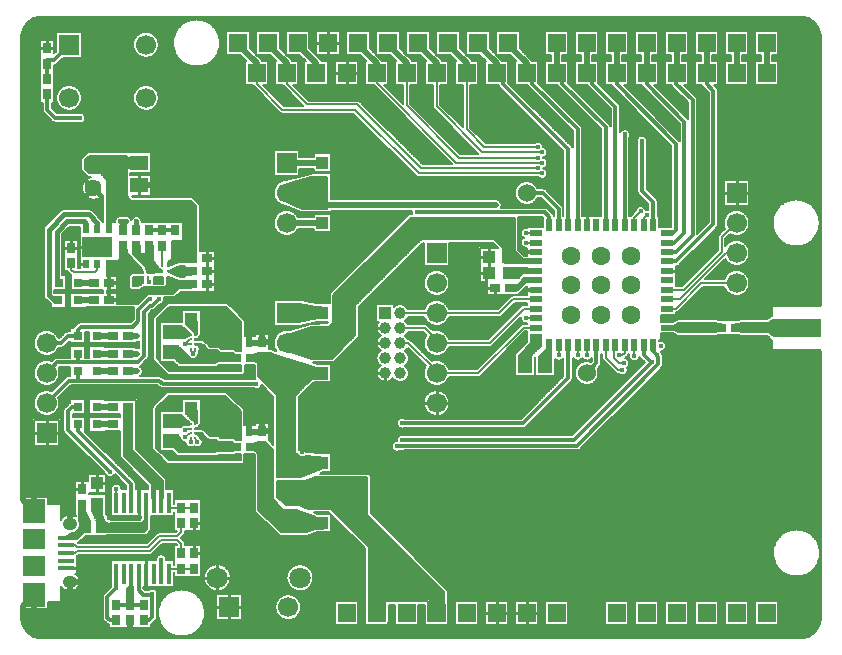
<source format=gbr>
G04 DipTrace 3.3.1.0*
G04 Top.gbr*
%MOMM*%
G04 #@! TF.FileFunction,Copper,L1,Top*
G04 #@! TF.Part,Single*
%ADD10C,0.25*%
G04 #@! TA.AperFunction,CopperBalancing*
%ADD14C,0.16*%
%ADD15C,0.5*%
%ADD16C,0.3*%
%ADD17C,0.4*%
G04 #@! TA.AperFunction,Conductor*
%ADD18C,1.0*%
%ADD20R,1.0X0.5*%
%ADD21R,0.5X1.0*%
G04 #@! TA.AperFunction,BGAPad,Cudef*
%ADD22C,1.6*%
%ADD23R,4.064X1.524*%
%ADD24R,1.2X1.45*%
%ADD25R,0.7X0.9*%
%ADD26R,1.1X1.0*%
%ADD27R,0.59X0.72*%
%ADD28R,0.9X0.7*%
G04 #@! TA.AperFunction,ComponentPad*
%ADD29R,1.7X1.7*%
%ADD30C,1.7*%
%ADD31R,1.0X1.0*%
%ADD32C,1.0*%
%ADD34O,1.25X1.05*%
%ADD36R,1.9X2.0*%
%ADD38R,1.35X0.4*%
%ADD40R,1.9X1.8*%
%ADD42R,0.8X0.8*%
%ADD43R,1.0X1.1*%
G04 #@! TA.AperFunction,ComponentPad*
%ADD45C,1.4478*%
%ADD46R,1.45X1.2*%
%ADD49C,0.24*%
%ADD52R,0.5X0.7*%
%ADD55R,2.5X1.75*%
%ADD57R,0.4X1.8*%
%ADD62R,1.5X1.3*%
G04 #@! TA.AperFunction,ComponentPad*
%ADD63C,1.524*%
%ADD64R,1.5X1.5*%
%ADD65C,1.8*%
G04 #@! TA.AperFunction,ViaPad*
%ADD66C,0.4032*%
%FSLAX35Y35*%
G04*
G71*
G90*
G75*
G01*
G04 Top*
%LPD*%
X418000Y827500D2*
D14*
X493500D1*
X510000Y811000D1*
X535600D1*
X1116000D1*
X1208500Y903500D1*
X1337400D1*
X1363000D1*
X1395000Y935500D1*
Y1015000D1*
X418000Y762500D2*
X493500D1*
X510000Y779000D1*
X535600D1*
X1129253D1*
X1221753Y871500D1*
X1337400D1*
X1363000D1*
X1395000Y839500D1*
Y760000D1*
X1515000Y1735000D2*
X1520000Y1720000D1*
X1531673Y1700333D1*
X1475000Y1775000D2*
X1443913Y1759393D1*
X1428477Y1745630D1*
X1971000Y1785000D2*
D15*
X2065000D1*
D14*
X2075000Y1795000D1*
X1096750Y587250D2*
D16*
X1095000D1*
Y465000D1*
X1033250Y1187250D2*
X1035000D1*
Y1305000D1*
X4394999Y3310000D2*
X4315000D1*
X4394999Y2990000D2*
X4310000D1*
X1971000Y2540000D2*
D15*
X2065000D1*
D14*
X2075000Y2550000D1*
X1615000Y3145000D2*
D10*
Y3255000D1*
Y3145000D2*
Y3035000D1*
X70000Y230000D2*
D15*
X55000D1*
Y315000D1*
X150000Y410000D1*
X70000Y1270000D2*
X55000D1*
Y1210000D1*
X150000Y1115000D1*
X1035000Y3875000D2*
X1165000D1*
X4000000Y3130000D2*
D10*
Y3270000D1*
Y3130000D2*
X3975000Y3105000D1*
Y3020000D1*
X3960000Y3005000D1*
X1015000Y3495000D2*
D17*
Y3570000D1*
X905000Y3495000D2*
Y3545000D1*
X930000Y3570000D1*
X905000Y3545000D2*
X880000Y3570000D1*
X930000D2*
X880000D1*
X260000Y4775000D2*
D16*
Y4905000D1*
Y4935000D1*
X320000D1*
X445000Y5060000D1*
Y5065000D1*
X1235000Y3195000D2*
D14*
Y3365000D1*
X655000Y3050000D2*
D15*
X522500D1*
X685000Y3205000D2*
D14*
Y3160000D1*
X665000Y3140000D1*
X485000D1*
X465000Y3160000D1*
Y3215000D1*
X4990000Y3540000D2*
D16*
Y4365000D1*
X4620000Y4735000D1*
Y4826000D1*
X4572000D1*
D15*
Y5080000D1*
X4510000Y3540000D2*
D16*
Y3610000D1*
X4475000Y3645000D1*
X3395000D1*
X4590000Y3540000D2*
Y3675000D1*
X4455000Y3810000D1*
X4318000D1*
X5505000Y2830000D2*
D14*
X5580000D1*
X5798000Y3048000D1*
X6096000D1*
X5505000Y2910000D2*
X5615000D1*
X6007000Y3302000D1*
X6096000D1*
X5505000Y2990000D2*
X5650000D1*
X5970000Y3310000D1*
Y3435000D1*
X6091000Y3556000D1*
X6096000D1*
X2590000Y3555000D2*
D15*
X2286000D1*
Y3556000D1*
X4180000Y3005000D2*
D17*
X4235000D1*
X4255000Y3025000D1*
X4057500Y3707500D2*
D15*
X2607500D1*
D14*
X2590000Y3725000D1*
X815000Y2600000D2*
D15*
X682500D1*
X815000Y2450000D2*
X682500D1*
X815000Y2300000D2*
X682500D1*
X652500Y2900000D2*
X520000D1*
X1035000Y4065000D2*
D18*
X665000D1*
D14*
X650000Y4050000D1*
X2590000Y2285000D2*
D18*
X2286000D1*
Y2286000D1*
X2590000Y1525000D2*
X2286000D1*
Y1524000D1*
X685000Y3505000D2*
D17*
Y3555000D1*
X610000Y3630000D1*
X405000D1*
X275000Y3500000D1*
Y2945000D1*
X320000Y2900000D1*
X355000D1*
X590000Y3505000D2*
Y3550000D1*
X570000Y3570000D1*
X430000D1*
X340000Y3480000D1*
Y3050000D1*
X357500D1*
X1110000Y3095000D2*
D14*
X1115000Y3080000D1*
X1120000Y3060000D1*
X845000Y1305000D2*
X842750Y1312250D1*
Y1187250D1*
X2537460Y4826000D2*
D15*
Y4907540D1*
X2365000Y5080000D1*
X2379980D1*
X2590000Y4065000D2*
X2286000D1*
Y4064000D1*
X1345000Y3495000D2*
D16*
X1235000D1*
X1125000D1*
X1395000Y1145000D2*
D14*
X1295000D1*
X1287250Y1152750D1*
Y1187250D1*
X1505000Y1145000D2*
X1395000D1*
Y630000D2*
X1290000D1*
Y590000D1*
X1287250Y587250D1*
X1395000Y630000D2*
X1505000D1*
X969750Y587250D2*
X970000D1*
Y450000D1*
Y390000D1*
X960000Y325000D2*
D16*
X840000D1*
X960000D2*
X1080000D1*
X969750Y1187250D2*
Y1345250D1*
X517500Y1797500D1*
Y1850000D1*
X1223800Y587250D2*
Y706380D1*
X790000Y1450000D2*
X435000Y1805000D1*
Y1964070D1*
X470930Y2000000D1*
X517500D1*
X815000D2*
D15*
X682500D1*
X815000Y1850000D2*
X682500D1*
X5070000Y3540000D2*
D16*
Y4540000D1*
X4875000Y4735000D1*
Y4826000D1*
X4826000D1*
D15*
Y5080000D1*
X1080000Y195000D2*
D16*
X1125000D1*
X1150000Y220000D1*
Y390000D1*
X1130000Y410000D1*
X1070000D1*
X1033250Y446750D1*
Y587250D1*
X5389999Y2520000D2*
Y2470001D1*
X5420000Y2440000D1*
X6096000Y4826000D2*
D15*
Y5080000D1*
X1150000Y390000D2*
D16*
Y415000D1*
X3220000Y1665000D2*
X3260000D1*
X3292103Y1670000D1*
X4745000D1*
X5435000Y2360000D1*
Y2425000D1*
X5420000Y2440000D1*
X842750Y587250D2*
Y462750D1*
X770000Y390000D1*
Y215000D1*
X790000Y195000D1*
X840000D1*
X5309999Y2520000D2*
Y2440001D1*
X5370000Y2380000D1*
D14*
X5380000D1*
X6350000Y4826000D2*
D15*
Y5080000D1*
X3265000Y1719997D2*
D16*
X4719997D1*
X5380000Y2380000D1*
X5230000Y2520000D2*
D14*
Y2430000D1*
X4415000Y4200000D2*
X3960000D1*
X3810000Y4350000D1*
Y4826000D1*
D15*
Y4910000D1*
X3640000Y5080000D1*
X3652520D1*
X5150000Y2520000D2*
D14*
Y2455000D1*
X5130000Y2435000D1*
X5105000D1*
X4450000Y4065000D2*
X3725000D1*
X3048000Y4742000D1*
Y4826000D1*
D15*
Y4907000D1*
X2875000Y5080000D1*
X2890520D1*
X5070000Y2520000D2*
D14*
X5055000D1*
Y2415000D1*
X5100000Y2370000D1*
X5145000D1*
X4415000Y4110000D2*
X3745000D1*
X3302000Y4553000D1*
Y4826000D1*
D15*
Y4908000D1*
X3130000Y5080000D1*
X3144520D1*
X4990000Y2520000D2*
D14*
Y2415000D1*
X5095000Y2310000D1*
X5130000D1*
X4450000Y4155000D2*
X3945000D1*
X3556000Y4544000D1*
Y4826000D1*
D15*
Y4909000D1*
X3385000Y5080000D1*
X3398520D1*
X4910000Y2520000D2*
D16*
Y2370000D1*
X4826000Y2286000D1*
X4750000Y3540000D2*
Y4350000D1*
X4365000Y4735000D1*
Y4826000D1*
X4318000D1*
D15*
Y4907000D1*
X4145000Y5080000D1*
X4160520D1*
X4670000Y3540000D2*
D16*
Y4180000D1*
X4115000Y4735000D1*
Y4826000D1*
X4064000D1*
D15*
Y4906000D1*
X3890000Y5080000D1*
X3906520D1*
X4395000Y3470000D2*
D14*
X4315000D1*
X4395000Y3390000D2*
X4315000D1*
X4395000Y2910000D2*
X4205000D1*
X4089000Y2794000D1*
X3556000D1*
X3385000D1*
X3248500D1*
X4395000Y2830000D2*
X4295000D1*
X4005000Y2540000D1*
X3556000D1*
Y2569000D1*
X3458000Y2667000D1*
X3248500D1*
X4395000Y2750000D2*
X4315000D1*
X4395000Y2670000D2*
X4295000D1*
X3911000Y2286000D1*
X3556000D1*
Y2299000D1*
X3315000Y2540000D1*
X3248500D1*
X4590000Y2520000D2*
Y2435000D1*
X4670000Y2520000D2*
D16*
Y2240000D1*
X4290000Y1860000D1*
X3265000D1*
X2030607Y2194360D2*
X1240897D1*
X1205000Y2220000D1*
X517500D1*
Y2300000D1*
X254000Y2032000D2*
X442000Y2220000D1*
X517500D1*
X4750000Y2520000D2*
D14*
Y2435000D1*
X4450000Y3975000D2*
X3405000D1*
X2865000Y4515000D1*
X2250000D1*
X2032000Y4733000D1*
Y4826000D1*
D15*
Y4908000D1*
X1860000Y5080000D1*
X1874520D1*
X4830000Y2520000D2*
D14*
Y2435000D1*
X4415000Y4020000D2*
X3425000D1*
X2885000Y4560000D1*
X2460000D1*
X2286000Y4734000D1*
Y4826000D1*
D15*
Y4909000D1*
X2115000Y5080000D1*
X2128520D1*
X5505000Y3230000D2*
D16*
X5585000D1*
X5900000Y3545000D1*
Y4675000D1*
X5842000Y4733000D1*
Y4826000D1*
D15*
Y5080000D1*
X5505000Y3310000D2*
D16*
X5580000D1*
X5725000Y3455000D1*
Y4595000D1*
X5584000Y4736000D1*
Y4822000D1*
X5588000Y4826000D1*
D15*
Y5080000D1*
X5505000Y3390000D2*
D16*
X5570000D1*
X5655000Y3475000D1*
Y4410000D1*
X5334000Y4731000D1*
Y4826000D1*
D15*
Y5080000D1*
X5505000Y3470000D2*
D16*
X5555000D1*
X5585000Y3500000D1*
Y4225000D1*
X5080000Y4730000D1*
Y4826000D1*
D15*
Y5080000D1*
X5390000Y3540000D2*
D16*
Y3735000D1*
X5295000Y3830000D1*
Y4250000D1*
X1205000Y2910000D2*
X1150000Y2855000D1*
X1130000D1*
X1080000Y2805000D1*
Y2430000D1*
X1025000Y2375000D1*
X517500D1*
Y2450000D1*
X254000Y2286000D2*
X343000Y2375000D1*
X517500D1*
X5310000Y3540000D2*
D14*
Y3600000D1*
X5335000Y3625000D1*
X5230000Y3540000D2*
Y3600000D1*
X5285000Y3655000D1*
X5150000Y3540000D2*
D16*
Y4305000D1*
X1130000Y2910000D2*
X1120000D1*
X1032500Y2822500D1*
Y2722500D1*
X985000Y2675000D1*
X542037D1*
X517500Y2650463D1*
Y2600000D1*
X440000D1*
X380000Y2540000D1*
X254000D1*
X2590000Y1015000D2*
D18*
X2286000D1*
Y1016000D1*
X1475000Y1735000D2*
D14*
Y1700000D1*
Y1815000D2*
X1455000Y1810000D1*
X1430000Y1801457D1*
X1515000Y2490000D2*
Y2470000D1*
X1495000Y2450000D1*
X1475000Y2490000D2*
Y2470000D1*
X1495000Y2450000D1*
X1475000Y2530000D2*
X1445567D1*
Y2535000D1*
X1430000D1*
X1475000Y2570000D2*
X1470000D1*
X1445567Y2545567D1*
Y2535000D1*
X2590000Y2795000D2*
D18*
X2286000D1*
Y2794000D1*
X945000Y2600000D2*
D15*
X1020000D1*
X945000Y2450000D2*
X1020000D1*
X945000Y2300000D2*
X1020000D1*
X260000Y4645000D2*
D16*
Y4510000D1*
X325000Y4445000D1*
X540000D1*
D66*
X1095000Y465000D3*
X1035000Y1305000D3*
X4315000Y3310000D3*
X4310000Y2990000D3*
X3395000Y3645000D3*
X4255000Y3025000D3*
X4057500Y3707500D3*
X1120000Y3060000D3*
X845000Y1305000D3*
X970000Y450000D3*
X1223800Y706380D3*
X790000Y1450000D3*
X5420000Y2440000D3*
X1150000Y415000D3*
X3220000Y1665000D3*
X5380000Y2380000D3*
X3265000Y1719997D3*
X842750Y462750D3*
X5230000Y2430000D3*
X4415000Y4200000D3*
X5105000Y2435000D3*
X4450000Y4065000D3*
X5145000Y2370000D3*
X4415000Y4110000D3*
X5130000Y2310000D3*
X4450000Y4155000D3*
X4315000Y3470000D3*
Y3390000D3*
Y2750000D3*
X4590000Y2435000D3*
X3265000Y1860000D3*
X2030607Y2194360D3*
X4750000Y2435000D3*
X4450000Y3975000D3*
X4830000Y2435000D3*
X4415000Y4020000D3*
X5295000Y4250000D3*
X1205000Y2910000D3*
X5335000Y3625000D3*
X5285000Y3655000D3*
X5150000Y4305000D3*
X1130000Y2910000D3*
X1020000Y2600000D3*
Y2450000D3*
Y2300000D3*
X540000Y4445000D3*
X1428477Y1745630D3*
X1531673Y1700333D3*
X1575000Y1825000D3*
X1475000Y1700000D3*
X1430000Y1801457D3*
X1475000Y1920000D3*
X1515000D3*
X1875000Y1860000D3*
X1770000Y1870000D3*
X1755000Y2075000D3*
X1200000Y1975000D3*
X1454717Y2076987D3*
X1605000Y2075000D3*
X1745000Y1960000D3*
X1875000Y1955000D3*
X1200000Y1675000D3*
X1310000Y1565000D3*
X1200000Y1825000D3*
X1305000Y2075000D3*
X1875000Y1565000D3*
X1760000D3*
X1610000D3*
X1460000D3*
X1375000Y1980000D3*
X1580000Y2580000D3*
X1880000Y2615000D3*
X1480000Y2675000D3*
X1520000D3*
X1495000Y2450000D3*
X1430000Y2535000D3*
X1775000Y2625000D3*
X1760000Y2830000D3*
X1205000Y2730000D3*
X1460000Y2832973D3*
X1610000Y2830000D3*
X1750000Y2715000D3*
X1880000Y2710000D3*
X1200843Y2429583D3*
X1315000Y2320000D3*
X1200543Y2580000D3*
X1310000Y2830000D3*
X1880000Y2320000D3*
X1765000D3*
X1615000D3*
X1465000D3*
X1380000Y2735000D3*
X880000Y3570000D3*
X1015000D3*
X930000D3*
X4695000Y3030000D3*
X4950000D3*
Y3280000D3*
X4695000D3*
X5205000D3*
Y3030000D3*
Y2780000D3*
X4950000D3*
X4695000D3*
X5455000Y2515000D3*
X1970000Y2660000D3*
X1530000Y2895000D3*
X1380000D3*
X1250000Y2875000D3*
X1155000Y2785000D3*
X1870000Y2250000D3*
X1700000D3*
X1540000D3*
X1685000Y2895000D3*
X380000Y2460000D3*
X1375000Y2250000D3*
X1245000Y2275000D3*
X1825000Y2875000D3*
X1915000Y2790000D3*
X1140000Y2655000D3*
Y2495000D3*
X1165000Y2360000D3*
X1975000Y2325000D3*
X1965000Y1905000D3*
X1525000Y2140000D3*
X1375000D3*
X1245000Y2120000D3*
X1150000Y2030000D3*
X1865000Y1495000D3*
X1695000D3*
X1535000D3*
X1680000Y2140000D3*
X1370000Y1495000D3*
X1240000Y1520000D3*
X1820000Y2120000D3*
X1910000Y2035000D3*
X1135000Y1900000D3*
Y1740000D3*
X1160000Y1605000D3*
X1970000Y1570000D3*
X2930000Y1375000D3*
Y1135000D3*
Y1255000D3*
Y1315000D3*
Y1195000D3*
X1360000Y3145000D3*
X1405000Y3170000D3*
Y3120000D3*
X1020000Y2525000D3*
X1010000Y3080000D3*
Y3035000D3*
X1055000Y3055000D3*
X1220000Y3060000D3*
X1185000Y3085000D3*
X380000Y2265000D3*
X735000Y2145000D3*
Y1690000D3*
X410000Y3450000D3*
X710000Y3635000D3*
X1730000Y3055000D3*
Y3145000D3*
Y3255000D3*
X1165000Y3920000D3*
Y3830000D3*
Y3875000D3*
X780000Y3300000D3*
X960000Y2785000D3*
X380000D3*
X590000Y3410000D3*
X780000D3*
X1615000Y3355000D3*
X1600000Y1025000D3*
Y760000D3*
X590000Y3300000D3*
X1990000Y1145000D3*
X2075000Y1895000D3*
X2065000Y2090000D3*
X2590000Y3035000D3*
X3200000Y3615000D3*
X3330000Y1785000D3*
X2925000D3*
X2160000D3*
X3460000D3*
X2090000Y2660000D3*
Y2915000D3*
X4180000Y1785000D3*
X450000Y1300000D3*
X3440000Y3855000D3*
X4165000D3*
X4470000Y3710000D3*
X1885000Y1300000D3*
X4870000Y3890000D3*
X4985000Y4505000D3*
X4555000Y4705000D3*
X4630000Y4360000D3*
X4285000Y4705000D3*
X4830000Y3635000D3*
X4870000Y4195000D3*
X5335000Y3710000D3*
X4850000Y4360000D3*
X5220000Y4195000D3*
X4565000D3*
X4795000Y4705000D3*
X4060000D3*
X3875000Y4375000D3*
Y4705000D3*
X4400000Y4360000D3*
X4610000Y3755000D3*
X5985000Y4705000D3*
X2160000D3*
X2410000D3*
X2665000D3*
X2920000D3*
X5220000Y4320000D3*
X5445000Y3800000D3*
X5240000Y4705000D3*
X1900000D3*
X5485000D3*
X5755000D3*
X6495000D3*
X6220000D3*
X3180000D3*
X3430000D3*
X3685000D3*
X5005000D3*
X4155000Y2775000D3*
X3960000Y3005000D3*
X3895000Y3135000D3*
Y3270000D3*
X1390000Y4435000D3*
X3635000Y4345000D3*
X3640000Y4070000D3*
X3820000Y4175000D3*
X4000000Y3365000D3*
X3285000Y3995000D3*
X2700000Y3790000D3*
X4050000Y2925000D3*
X3685000D3*
X2015000Y3805000D3*
X2285000Y3295000D3*
X2635000Y4440000D3*
X3455000Y4170000D3*
X2930000Y1610000D3*
X5600000Y2585000D3*
Y2755000D3*
X5680000Y2585000D3*
X5700000Y2755000D3*
X4180000Y1950000D3*
X3685000Y2420000D3*
X4475000Y1860000D3*
X4510000Y2225000D3*
X5090000Y2230000D3*
X2930000Y2820000D3*
X4185000Y2455000D3*
Y2645000D3*
X2925000Y1930000D3*
X3325000Y3220000D3*
X3335000Y2595000D3*
X3290000Y910000D3*
X2420000Y1615000D3*
X760000Y715000D3*
X1300000Y815000D3*
X590000Y865000D3*
X1025000D3*
X5225000Y2025000D3*
X4710000Y1840000D3*
X4860000Y1610000D3*
X2050000Y625000D3*
X555000Y1400000D3*
X905000Y1330000D3*
X2545000Y500000D3*
X2405000Y2080000D3*
X1250000Y1015000D3*
X780000Y1055000D3*
X680000Y1460000D3*
X3335000Y2730000D3*
X3460000Y1580000D3*
X5225000Y1400000D3*
X4055000Y640000D3*
X3465000Y905000D3*
X5960000Y525000D3*
X4415000Y960000D3*
X4940000Y435000D3*
Y760000D3*
X6190000Y400000D3*
X4375000Y1305000D3*
X4370000Y1585000D3*
X5410000Y1685000D3*
X5885000Y935000D3*
X4615000Y1585000D3*
X5235000Y970000D3*
X5445000Y495000D3*
X4180000Y1585000D3*
X5480000Y2285000D3*
X5895000Y3385000D3*
X5985000Y4330000D3*
X5805000Y3575000D3*
X5585000Y4335000D3*
X5805000Y4440000D3*
X5980000Y2585000D3*
X6300000D3*
X5655000Y3145000D3*
X6070000Y2585000D3*
X6160000D3*
X5970000Y3145000D3*
X5830000Y2985000D3*
X4390000Y3555000D3*
X5760000Y2585000D3*
X5885000Y2470000D3*
X5805000Y4185000D3*
X2270000Y5270000D3*
X2070000D3*
X2470000D3*
X1870000D3*
X1670000D3*
X3470000D3*
X270000D3*
X470000D3*
X670000D3*
X870000D3*
X2870000D3*
X120000Y5220000D3*
X3070000Y5270000D3*
X3270000D3*
X3870000D3*
X3670000D3*
X1070000D3*
X1270000D3*
X1370000D3*
X2670000D3*
X4670000D3*
X4470000D3*
X4870000D3*
X4270000D3*
X4070000D3*
X5870000D3*
X5270000D3*
X5470000D3*
X5670000D3*
X6270000D3*
X6070000D3*
X5070000D3*
X5885000Y2585000D3*
X6300000Y2465000D3*
X5800000Y2755000D3*
X6670000Y5270000D3*
X6470000D3*
X6300000Y2755000D3*
X6000000D3*
X6100000D3*
X6200000D3*
X5760000Y2470000D3*
X6370000Y2775000D3*
X5900000Y2755000D3*
X2270000Y70000D3*
X2070000D3*
X2470000D3*
X1870000D3*
X1670000D3*
X3470000D3*
X270000D3*
X470000D3*
X670000D3*
X870000D3*
X2870000D3*
X120000Y120000D3*
X3070000Y70000D3*
X3270000D3*
X3870000D3*
X3670000D3*
X1070000D3*
X1270000D3*
X1540000D3*
X2670000D3*
X4670000D3*
X4470000D3*
X4870000D3*
X4270000D3*
X4070000D3*
X5870000D3*
X5270000D3*
X5470000D3*
X5670000D3*
X6270000D3*
X6070000D3*
X5070000D3*
X6670000D3*
X6470000D3*
X6780000Y2270000D3*
Y2070000D3*
Y2465000D3*
Y1870000D3*
Y1670000D3*
Y3435000D3*
Y270000D3*
Y470000D3*
Y620000D3*
Y910000D3*
Y2875000D3*
X6755000Y155000D3*
X6780000Y3070000D3*
Y3270000D3*
Y3870000D3*
Y3680000D3*
Y1070000D3*
Y1270000D3*
Y1470000D3*
Y2370000D3*
Y4670000D3*
Y4470000D3*
Y4870000D3*
Y4270000D3*
Y4070000D3*
X6435000Y2875000D3*
X6750000Y5195000D3*
X6780000Y2975000D3*
X6435000D3*
Y2465000D3*
Y2370000D3*
X6780000Y5070000D3*
X6370000Y2565000D3*
X6600000Y2270000D3*
X70000D3*
Y2070000D3*
Y2470000D3*
Y1870000D3*
Y1670000D3*
Y3470000D3*
X6055000Y2005000D3*
X70000Y230000D3*
X325000Y335000D3*
X6415000Y3230000D3*
X70000Y2870000D3*
X6160000Y2470000D3*
X70000Y3070000D3*
Y3270000D3*
Y3870000D3*
Y3670000D3*
X6420000Y4050000D3*
X70000Y1270000D3*
Y1470000D3*
Y2670000D3*
Y4670000D3*
Y4470000D3*
Y4870000D3*
Y4270000D3*
Y4070000D3*
X405000Y4360000D3*
X6290000Y1370000D3*
X405000Y3960000D3*
X865000Y4760000D3*
X405000D3*
X1340000D3*
X70000Y5070000D3*
X320000Y1185000D3*
X6600000Y3070000D3*
X4295000Y3155000D3*
X4250000Y3130000D3*
X1195000Y1325000D3*
X790000Y980000D3*
X1080000Y3235000D3*
X1125000Y3205000D3*
Y3260000D3*
X910000Y980000D3*
X850000D3*
X1542083Y1761333D2*
D14*
X1580760D1*
X1551647Y1745667D2*
X1596417D1*
X1339617Y1730000D2*
X1384883D1*
X1566833D2*
X1612073D1*
X1339617Y1714333D2*
X1394823D1*
X1575833D2*
X1697760D1*
X1339617Y1698667D2*
X1418417D1*
X1578053D2*
X1828417D1*
X1339617Y1683000D2*
X1431947D1*
X1574583D2*
X1865383D1*
X1339617Y1667333D2*
X1442727D1*
X1563583D2*
X1865383D1*
X1341240Y1651667D2*
X1865383D1*
X1356927Y1636000D2*
X1865383D1*
X1372583Y1620333D2*
X1682417D1*
X1568343Y1775360D2*
X1523067Y1775437D1*
X1519240Y1776043D1*
X1517220Y1773907D1*
X1515683Y1771613D1*
X1520733Y1771190D1*
X1526323Y1769847D1*
X1531633Y1767647D1*
X1536537Y1764643D1*
X1540910Y1760910D1*
X1544643Y1756537D1*
X1547647Y1751633D1*
X1549847Y1746323D1*
X1551197Y1740653D1*
X1555083Y1738533D1*
X1560770Y1734400D1*
X1565740Y1729430D1*
X1569873Y1723743D1*
X1573063Y1717480D1*
X1575237Y1710793D1*
X1576337Y1703850D1*
Y1696820D1*
X1575237Y1689877D1*
X1573063Y1683190D1*
X1569873Y1676927D1*
X1565740Y1671240D1*
X1560770Y1666270D1*
X1555083Y1662137D1*
X1548817Y1658943D1*
X1542133Y1656773D1*
X1535190Y1655673D1*
X1528160D1*
X1521217Y1656773D1*
X1514530Y1658943D1*
X1508267Y1662137D1*
X1503560Y1665493D1*
X1498407Y1661803D1*
X1492143Y1658610D1*
X1485460Y1656437D1*
X1478513Y1655337D1*
X1471487D1*
X1464540Y1656437D1*
X1457857Y1658610D1*
X1451593Y1661803D1*
X1445903Y1665933D1*
X1440933Y1670903D1*
X1436803Y1676593D1*
X1433610Y1682857D1*
X1432337Y1686353D1*
X1416120Y1702567D1*
X1411333Y1704240D1*
X1405070Y1707433D1*
X1399383Y1711563D1*
X1394413Y1716533D1*
X1390280Y1722223D1*
X1387090Y1728487D1*
X1385463Y1733227D1*
X1376697Y1741990D1*
X1338030Y1742000D1*
X1338000Y1653327D1*
X1378313Y1613000D1*
X1676657D1*
X1690297Y1626473D1*
X1692527Y1627610D1*
X1695000Y1628000D1*
X1836657D1*
X1840820Y1631820D1*
X1843133Y1632780D1*
X1845000Y1633000D1*
X1866970D1*
X1867000Y1686970D1*
X1843750Y1687097D1*
X1841367Y1687873D1*
X1839343Y1689343D1*
X1826690Y1701997D1*
X1713750Y1702097D1*
X1711367Y1702873D1*
X1709343Y1704343D1*
X1691697Y1721987D1*
X1628810Y1722090D1*
X1626423Y1722843D1*
X1615297Y1728527D1*
X1597373Y1746313D1*
X1570360Y1773330D1*
Y1765360D1*
X1578297D1*
X1249617Y1916333D2*
X1398760D1*
X1249617Y1900667D2*
X1426417D1*
X1249617Y1885000D2*
X1442073D1*
X1249617Y1869333D2*
X1457760D1*
X1249617Y1853667D2*
X1465383D1*
X1249617Y1838000D2*
X1402477D1*
X1413297Y1915360D2*
X1400360D1*
Y1928330D1*
X1392000Y1932000D1*
X1248030D1*
X1248000Y1828970D1*
X1394657Y1829000D1*
X1398320Y1833133D1*
X1403667Y1837700D1*
X1409660Y1841373D1*
X1416157Y1844063D1*
X1422993Y1845703D1*
X1430000Y1846257D1*
X1437007Y1845703D1*
X1443843Y1844063D1*
X1448780Y1842090D1*
X1451203Y1842860D1*
X1455857Y1846240D1*
X1460980Y1848850D1*
X1467010Y1850740D1*
X1467000Y1861673D1*
X1413327Y1915360D1*
X1434617Y1956333D2*
X1525383D1*
X1437240Y1940667D2*
X1525383D1*
X1452927Y1925000D2*
X1525383D1*
X1468583Y1909333D2*
X1525383D1*
X1484240Y1893667D2*
X1523760D1*
X1505117Y1878000D2*
X1523760D1*
X1512490Y1862333D2*
X1520883D1*
X1486543Y1889767D2*
X1491633Y1887647D1*
X1496537Y1884643D1*
X1500910Y1880910D1*
X1504643Y1876537D1*
X1507647Y1871633D1*
X1509847Y1866323D1*
X1511190Y1860733D1*
X1511590Y1856247D1*
X1515183Y1855040D1*
X1525367Y1865210D1*
X1525437Y1901933D1*
X1526040Y1905753D1*
X1526570Y1907620D1*
X1527000Y1913000D1*
Y1971970D1*
X1433030Y1972000D1*
X1433000Y1943343D1*
X1486540Y1889773D1*
X1559617Y1876333D2*
X1685383D1*
X1559617Y1860667D2*
X1685383D1*
X1552927Y1845000D2*
X1685383D1*
X1542740Y1829333D2*
X1685383D1*
X1519617Y1813667D2*
X1685383D1*
X1517997Y1811513D2*
X1523553Y1810627D1*
X1529020Y1808850D1*
X1530870Y1808000D1*
X1586250Y1807903D1*
X1588633Y1807127D1*
X1590657Y1805657D1*
X1598320Y1797993D1*
X1686970Y1798000D1*
X1687000Y1891970D1*
X1558030Y1892000D1*
X1557900Y1853750D1*
X1557127Y1851367D1*
X1555657Y1849343D1*
X1549757Y1843443D1*
X1547647Y1838367D1*
X1544643Y1833463D1*
X1540910Y1829090D1*
X1536537Y1825357D1*
X1531633Y1822353D1*
X1526323Y1820153D1*
X1520733Y1818810D1*
X1517997Y1818487D1*
X1518000Y1811530D1*
X1274240Y2076333D2*
X1780760D1*
X1258583Y2060667D2*
X1398760D1*
X1561240D2*
X1796417D1*
X1242927Y2045000D2*
X1398760D1*
X1561240D2*
X1812073D1*
X1227240Y2029333D2*
X1398760D1*
X1561240D2*
X1827760D1*
X1211583Y2013667D2*
X1398760D1*
X1561240D2*
X1843417D1*
X1195927Y1998000D2*
X1398760D1*
X1561240D2*
X1859073D1*
X1184617Y1982333D2*
X1398760D1*
X1561240D2*
X1874760D1*
X1184617Y1966667D2*
X1398760D1*
X1561240D2*
X1890417D1*
X1184617Y1951000D2*
X1211260D1*
X1561240D2*
X1895383D1*
X1184617Y1935333D2*
X1211260D1*
X1561240D2*
X1895383D1*
X1184617Y1919667D2*
X1211260D1*
X1561397D2*
X1895383D1*
X1184617Y1904000D2*
X1211260D1*
X1561240D2*
X1895383D1*
X1184617Y1888333D2*
X1211260D1*
X1561240D2*
X1895383D1*
X1184617Y1872667D2*
X1211260D1*
X1561240D2*
X1895383D1*
X1184617Y1857000D2*
X1211260D1*
X1561053D2*
X1895383D1*
X1184617Y1841333D2*
X1211260D1*
X1552773D2*
X1895383D1*
X1184617Y1825667D2*
X1211260D1*
X1538553D2*
X1895383D1*
X1184617Y1810000D2*
X1211260D1*
X1527427D2*
X1895383D1*
X1184617Y1794333D2*
X1211260D1*
X1597117D2*
X1895383D1*
X1184617Y1778667D2*
X1211260D1*
X1612773D2*
X1895383D1*
X1184617Y1763000D2*
X1211260D1*
X1628460D2*
X1895383D1*
X1184617Y1747333D2*
X1211260D1*
X1721240D2*
X1895383D1*
X1184617Y1731667D2*
X1211260D1*
X1843333D2*
X1895383D1*
X1184617Y1716000D2*
X1211260D1*
X1184617Y1700333D2*
X1211260D1*
X1184617Y1684667D2*
X1211260D1*
X1184617Y1669000D2*
X1211260D1*
X1184617Y1653333D2*
X1211260D1*
X1200240Y1637667D2*
X1211260D1*
X1215927Y1622000D2*
X1321540D1*
X1231583Y1606333D2*
X1337227D1*
X1247240Y1590667D2*
X1352883D1*
X1702117D2*
X1895383D1*
X1262927Y1575000D2*
X1895383D1*
X1278583Y1559333D2*
X1895383D1*
X1854203Y1720640D2*
X1897017D1*
X1897000Y1961657D1*
X1766693Y2091993D1*
X1288300Y2092000D1*
X1183010Y1986697D1*
X1183000Y1653327D1*
X1288303Y1548010D1*
X1896970Y1548000D1*
X1897000Y1599343D1*
X1853483Y1599360D1*
X1849430Y1597237D1*
X1845753Y1596040D1*
X1841933Y1595437D1*
X1760000Y1595360D1*
X1705220D1*
X1696003Y1586263D1*
X1692873Y1583990D1*
X1689430Y1582237D1*
X1685753Y1581040D1*
X1681933Y1580437D1*
X1600000Y1580360D1*
X1373067Y1580437D1*
X1369247Y1581040D1*
X1365570Y1582237D1*
X1362127Y1583990D1*
X1358997Y1586263D1*
X1319813Y1625340D1*
X1212860Y1625360D1*
Y1794640D1*
X1216017D1*
X1215140Y1795360D1*
X1212860D1*
Y1964640D1*
X1400007D1*
X1400360Y1980007D1*
Y2064640D1*
X1559640D1*
X1559800Y1920000D1*
X1559640Y1902000D1*
X1559563Y1858067D1*
X1558960Y1854247D1*
X1557763Y1850570D1*
X1556010Y1847127D1*
X1553737Y1843997D1*
X1546240Y1835857D1*
X1542860Y1831203D1*
X1538797Y1827140D1*
X1534143Y1823760D1*
X1529020Y1821150D1*
X1523553Y1819373D1*
X1517873Y1818473D1*
X1511467Y1818550D1*
X1511527Y1812127D1*
X1511450Y1811467D1*
X1517873Y1811527D1*
X1523553Y1810627D1*
X1526880Y1809640D1*
X1571933Y1809563D1*
X1575753Y1808960D1*
X1579430Y1807763D1*
X1582873Y1806010D1*
X1586003Y1803737D1*
X1634573Y1755273D1*
X1635823Y1754637D1*
X1719640Y1754640D1*
Y1740233D1*
X1725217Y1734630D1*
X1831933Y1734563D1*
X1835753Y1733960D1*
X1839430Y1732763D1*
X1842873Y1731010D1*
X1846003Y1728737D1*
X1854207Y1720640D1*
X1559640Y1979970D2*
Y1916000D1*
X1542083Y2516333D2*
X1585760D1*
X1551647Y2500667D2*
X1601417D1*
X1344617Y2485000D2*
X1392073D1*
X1552897D2*
X1617073D1*
X1344617Y2469333D2*
X1407760D1*
X1549583D2*
X1702760D1*
X1344617Y2453667D2*
X1423417D1*
X1549583D2*
X1833417D1*
X1344617Y2438000D2*
X1439073D1*
X1540927D2*
X1870383D1*
X1344617Y2422333D2*
X1458167D1*
X1531833D2*
X1870383D1*
X1346240Y2406667D2*
X1482040D1*
X1507960D2*
X1870383D1*
X1361927Y2391000D2*
X1870383D1*
X1377583Y2375333D2*
X1687417D1*
X1583297Y2520360D2*
X1570360D1*
Y2530330D1*
X1528067Y2530437D1*
X1524240Y2531043D1*
X1522220Y2528907D1*
X1520433Y2526227D1*
X1526323Y2524847D1*
X1531633Y2522647D1*
X1536537Y2519643D1*
X1540910Y2515910D1*
X1544643Y2511537D1*
X1547647Y2506633D1*
X1549847Y2501323D1*
X1551190Y2495733D1*
X1551640Y2490000D1*
X1551190Y2484267D1*
X1549847Y2478677D1*
X1548000Y2474130D1*
X1547900Y2448750D1*
X1547127Y2446367D1*
X1545657Y2444343D1*
X1537607Y2436157D1*
X1534917Y2429660D1*
X1531243Y2423667D1*
X1526680Y2418320D1*
X1521333Y2413757D1*
X1515340Y2410083D1*
X1508843Y2407393D1*
X1502007Y2405750D1*
X1495000Y2405200D1*
X1487993Y2405750D1*
X1481157Y2407393D1*
X1474660Y2410083D1*
X1468667Y2413757D1*
X1463320Y2418320D1*
X1458757Y2423667D1*
X1455083Y2429660D1*
X1454007Y2431993D1*
X1448133Y2432220D1*
X1445820Y2433180D1*
X1444343Y2434343D1*
X1381697Y2496990D1*
X1343030Y2497000D1*
X1343000Y2408327D1*
X1383313Y2368000D1*
X1681657D1*
X1695297Y2381473D1*
X1697527Y2382610D1*
X1700000Y2383000D1*
X1841657D1*
X1845820Y2386820D1*
X1848133Y2387780D1*
X1850000Y2388000D1*
X1871970D1*
X1872000Y2441970D1*
X1848750Y2442097D1*
X1846367Y2442873D1*
X1844343Y2444343D1*
X1831690Y2456997D1*
X1718750Y2457097D1*
X1716367Y2457870D1*
X1714343Y2459343D1*
X1696697Y2476987D1*
X1633810Y2477090D1*
X1631423Y2477843D1*
X1620297Y2483527D1*
X1602373Y2501313D1*
X1583303Y2520380D1*
X1254617Y2671333D2*
X1398760D1*
X1254617Y2655667D2*
X1431417D1*
X1254617Y2640000D2*
X1447073D1*
X1254617Y2624333D2*
X1462760D1*
X1254617Y2608667D2*
X1470383D1*
X1254617Y2593000D2*
X1444883D1*
X1418297Y2670360D2*
X1400360D1*
Y2687017D1*
X1253030Y2687000D1*
X1253000Y2583030D1*
X1428107Y2583000D1*
X1445457Y2591673D1*
X1449090Y2595910D1*
X1453463Y2599643D1*
X1458367Y2602647D1*
X1463677Y2604847D1*
X1469267Y2606190D1*
X1472003Y2606513D1*
X1472000Y2616673D1*
X1418327Y2670360D1*
X1439617Y2711333D2*
X1530383D1*
X1442240Y2695667D2*
X1530383D1*
X1457927Y2680000D2*
X1530383D1*
X1473583Y2664333D2*
X1530383D1*
X1489240Y2648667D2*
X1528760D1*
X1510117Y2633000D2*
X1528760D1*
X1517490Y2617333D2*
X1525883D1*
X1491543Y2644767D2*
X1496633Y2642647D1*
X1501537Y2639643D1*
X1505910Y2635910D1*
X1509643Y2631537D1*
X1512647Y2626633D1*
X1514847Y2621323D1*
X1516190Y2615733D1*
X1516590Y2611247D1*
X1520183Y2610040D1*
X1530367Y2620210D1*
X1530437Y2656933D1*
X1531040Y2660753D1*
X1531570Y2662620D1*
X1532000Y2668000D1*
Y2726970D1*
X1438030Y2727000D1*
X1438000Y2698343D1*
X1491540Y2644773D1*
X1564617Y2631333D2*
X1690383D1*
X1564617Y2615667D2*
X1690383D1*
X1557927Y2600000D2*
X1690383D1*
X1542740Y2584333D2*
X1690383D1*
X1524617Y2568667D2*
X1690383D1*
X1523213Y2565697D2*
X1529020Y2563850D1*
X1529747Y2563517D1*
X1538000Y2563000D1*
X1591250Y2562903D1*
X1593633Y2562127D1*
X1595657Y2560657D1*
X1603320Y2552993D1*
X1691970Y2553000D1*
X1692000Y2646970D1*
X1563030Y2647000D1*
X1562900Y2608750D1*
X1562127Y2606367D1*
X1560657Y2604343D1*
X1544240Y2587923D1*
X1540910Y2584090D1*
X1537180Y2580867D1*
X1534233Y2578210D1*
X1532530Y2577410D1*
X1526323Y2575153D1*
X1523213Y2574303D1*
X1523000Y2565780D1*
X1279240Y2831333D2*
X1785760D1*
X1263583Y2815667D2*
X1398760D1*
X1561240D2*
X1801417D1*
X1247927Y2800000D2*
X1398760D1*
X1561240D2*
X1817073D1*
X1232240Y2784333D2*
X1398760D1*
X1561240D2*
X1832760D1*
X1216583Y2768667D2*
X1398760D1*
X1561240D2*
X1848417D1*
X1200927Y2753000D2*
X1398760D1*
X1561240D2*
X1864073D1*
X1189617Y2737333D2*
X1398760D1*
X1566117D2*
X1879760D1*
X1189617Y2721667D2*
X1398760D1*
X1566240D2*
X1895417D1*
X1189617Y2706000D2*
X1211260D1*
X1566240D2*
X1900417D1*
X1189617Y2690333D2*
X1211260D1*
X1566240D2*
X1900417D1*
X1189617Y2674667D2*
X1211260D1*
X1566397D2*
X1900417D1*
X1189617Y2659000D2*
X1211260D1*
X1566240D2*
X1900417D1*
X1189617Y2643333D2*
X1211260D1*
X1566240D2*
X1900417D1*
X1189617Y2627667D2*
X1211260D1*
X1566240D2*
X1900417D1*
X1189617Y2612000D2*
X1211260D1*
X1566053D2*
X1900417D1*
X1189617Y2596333D2*
X1211260D1*
X1557773D2*
X1900417D1*
X1189617Y2580667D2*
X1211260D1*
X1541867D2*
X1900417D1*
X1189617Y2565000D2*
X1211260D1*
X1527427D2*
X1900417D1*
X1189617Y2549333D2*
X1211260D1*
X1602117D2*
X1900417D1*
X1189617Y2533667D2*
X1211260D1*
X1617773D2*
X1900417D1*
X1189617Y2518000D2*
X1211260D1*
X1633460D2*
X1900417D1*
X1189617Y2502333D2*
X1211260D1*
X1721240D2*
X1900417D1*
X1189617Y2486667D2*
X1211260D1*
X1848333D2*
X1900417D1*
X1189617Y2471000D2*
X1211260D1*
X1189617Y2455333D2*
X1211260D1*
X1189617Y2439667D2*
X1211260D1*
X1189617Y2424000D2*
X1211260D1*
X1189617Y2408333D2*
X1211260D1*
X1220927Y2377000D2*
X1326540D1*
X1236583Y2361333D2*
X1342227D1*
X1252240Y2345667D2*
X1357883D1*
X1707117D2*
X1900417D1*
X1267927Y2330000D2*
X1900417D1*
X1283583Y2314333D2*
X1900417D1*
X1859203Y2475640D2*
X1902017D1*
X1902000Y2716657D1*
X1771693Y2846993D1*
X1293300Y2847000D1*
X1188010Y2741697D1*
X1188000Y2408327D1*
X1212860Y2383457D1*
Y2549640D1*
X1213267D1*
X1212860Y2550360D1*
Y2719640D1*
X1400343D1*
X1400360Y2819640D1*
X1559640D1*
Y2749860D1*
X1561953Y2746187D1*
X1563433Y2742613D1*
X1564337Y2738853D1*
X1564640Y2734993D1*
X1564563Y2613067D1*
X1563960Y2609247D1*
X1562763Y2605570D1*
X1561010Y2602127D1*
X1558737Y2598997D1*
X1541003Y2581263D1*
X1537873Y2578990D1*
X1534430Y2577237D1*
X1530753Y2576040D1*
X1523553Y2574373D1*
X1517873Y2573473D1*
X1511467Y2573550D1*
X1511527Y2567127D1*
X1511450Y2566467D1*
X1517873Y2566527D1*
X1523553Y2565627D1*
X1526880Y2564640D1*
X1576933Y2564563D1*
X1580753Y2563960D1*
X1584430Y2562763D1*
X1587873Y2561010D1*
X1591003Y2558737D1*
X1639573Y2510273D1*
X1640823Y2509637D1*
X1719640Y2509640D1*
Y2500233D1*
X1730217Y2489630D1*
X1836933Y2489563D1*
X1840753Y2488960D1*
X1844430Y2487763D1*
X1847873Y2486010D1*
X1851003Y2483737D1*
X1859207Y2475640D1*
X1901983Y2354360D2*
X1858483D1*
X1854430Y2352237D1*
X1850753Y2351040D1*
X1846933Y2350437D1*
X1765000Y2350360D1*
X1710220D1*
X1701003Y2341263D1*
X1697873Y2338990D1*
X1694430Y2337237D1*
X1690753Y2336040D1*
X1686933Y2335437D1*
X1605000Y2335360D1*
X1378067Y2335437D1*
X1374247Y2336040D1*
X1370570Y2337237D1*
X1367127Y2338990D1*
X1363997Y2341263D1*
X1324813Y2380340D1*
X1215983Y2380360D1*
X1293303Y2303010D1*
X1902030Y2303000D1*
X1902000Y2354343D1*
X1564640Y2678693D2*
X1564663Y2671487D1*
X989617Y3351333D2*
X1040383D1*
X1099617D2*
X1150383D1*
X989617Y3335667D2*
X1040383D1*
X1099617D2*
X1150383D1*
X989617Y3320000D2*
X1040383D1*
X1099617D2*
X1150383D1*
X989617Y3304333D2*
X1040417D1*
X1099583D2*
X1150383D1*
X994240Y3288667D2*
X1150383D1*
X1009927Y3273000D2*
X1150383D1*
X1025583Y3257333D2*
X1150383D1*
X1041240Y3241667D2*
X1150383D1*
X1056927Y3226000D2*
X1156073D1*
X1072583Y3210333D2*
X1171760D1*
X1088240Y3194667D2*
X1187417D1*
X1094117Y3179000D2*
X1199883D1*
X1099803Y3163333D2*
X1214010D1*
X1105990Y3147667D2*
X1232227D1*
X1102123Y3152567D2*
X1103850Y3149020D1*
X1105627Y3143553D1*
X1106910Y3139410D1*
X1113320Y3132993D1*
X1149093Y3133000D1*
X1195000Y3143000D1*
X1230720D1*
X1234707Y3148980D1*
X1224250Y3159437D1*
X1218140Y3161907D1*
X1213170Y3164953D1*
X1208737Y3168737D1*
X1204953Y3173170D1*
X1201907Y3178140D1*
X1199490Y3184193D1*
X1153527Y3230297D1*
X1152390Y3232527D1*
X1152000Y3235000D1*
Y3366970D1*
X1098030Y3367000D1*
X1097903Y3303750D1*
X1097127Y3301367D1*
X1095657Y3299343D1*
X1093633Y3297873D1*
X1091250Y3297097D1*
X1066000Y3297000D1*
X1048750Y3297097D1*
X1046367Y3297873D1*
X1044343Y3299343D1*
X1042873Y3301367D1*
X1042097Y3303750D1*
X1042000Y3329000D1*
Y3366970D1*
X988030Y3367000D1*
X988000Y3293300D1*
X1086673Y3194413D1*
X1087520Y3192733D1*
X1102073Y3152703D1*
X599241Y4106333D2*
X930384D1*
X583584Y4090667D2*
X930384D1*
X579616Y4075000D2*
X930384D1*
X579616Y4059333D2*
X930384D1*
X579616Y4043667D2*
X930384D1*
X579616Y4028000D2*
X930384D1*
X580584Y4012333D2*
X930384D1*
X596241Y3996667D2*
X930384D1*
X611928Y3981000D2*
X930384D1*
X727584Y3965333D2*
X930384D1*
X743241Y3949667D2*
X930384D1*
X758928Y3934000D2*
X930384D1*
X764616Y3918333D2*
X930384D1*
X764616Y3902667D2*
X930384D1*
X764616Y3887000D2*
X930384D1*
X764616Y3871333D2*
X930384D1*
X764616Y3855667D2*
X930384D1*
X764616Y3840000D2*
X930384D1*
X764616Y3824333D2*
X930384D1*
X764616Y3808667D2*
X930384D1*
X764616Y3793000D2*
X930384D1*
X764616Y3777333D2*
X934759D1*
X764616Y3761667D2*
X950416D1*
X764616Y3746000D2*
X966072D1*
X764616Y3730333D2*
X1486759D1*
X764616Y3714667D2*
X1502416D1*
X764616Y3699000D2*
X1518072D1*
X764616Y3683333D2*
X1520384D1*
X764616Y3667667D2*
X1520384D1*
X764616Y3652000D2*
X1520384D1*
X764616Y3636333D2*
X1520384D1*
X764616Y3620667D2*
X1520384D1*
X764616Y3605000D2*
X850447D1*
X959553D2*
X985447D1*
X1044553D2*
X1520384D1*
X764616Y3589333D2*
X837978D1*
X1057022D2*
X1520384D1*
X764616Y3573667D2*
X833759D1*
X1061241D2*
X1520384D1*
X764616Y3558000D2*
X795384D1*
X1409616D2*
X1520384D1*
X764616Y3542333D2*
X795384D1*
X1409616D2*
X1520384D1*
X764616Y3526667D2*
X795384D1*
X1409616D2*
X1520384D1*
X764616Y3511000D2*
X795384D1*
X1409616D2*
X1520384D1*
X1409616Y3495333D2*
X1520384D1*
X1409616Y3479667D2*
X1520384D1*
X1409616Y3464000D2*
X1520384D1*
X1409616Y3448333D2*
X1520384D1*
X1409616Y3432667D2*
X1520384D1*
X1409584Y3417000D2*
X1520384D1*
X1319616Y3401333D2*
X1520384D1*
X1319616Y3385667D2*
X1520384D1*
X1319616Y3370000D2*
X1520384D1*
X1319616Y3354333D2*
X1520384D1*
X1319616Y3338667D2*
X1520384D1*
X1319616Y3323000D2*
X1520384D1*
X1319616Y3307333D2*
X1520384D1*
X1319616Y3291667D2*
X1520384D1*
X1319616Y3276000D2*
X1520384D1*
X1319616Y3260333D2*
X1520384D1*
X1307584Y3244667D2*
X1520384D1*
X1291928Y3229000D2*
X1520384D1*
X1284616Y3213333D2*
X1338197D1*
X1284616Y3197667D2*
X1302384D1*
X835278Y3568009D2*
X835338Y3573515D1*
X836438Y3580458D1*
X838610Y3587144D1*
X841802Y3593408D1*
X845934Y3599095D1*
X850905Y3604066D1*
X856592Y3608198D1*
X862856Y3611390D1*
X869542Y3613562D1*
X876485Y3614662D1*
X926219Y3614640D1*
X933515Y3614662D1*
X940458Y3613562D1*
X947144Y3611390D1*
X953408Y3608198D1*
X959095Y3604066D1*
X964066Y3599095D1*
X968198Y3593408D1*
X971390Y3587144D1*
X972498Y3584140D1*
X975083Y3590339D1*
X978756Y3596333D1*
X983322Y3601678D1*
X988667Y3606244D1*
X994661Y3609917D1*
X1001156Y3612607D1*
X1007992Y3614248D1*
X1015000Y3614800D1*
X1022008Y3614248D1*
X1028844Y3612607D1*
X1035339Y3609917D1*
X1041333Y3606244D1*
X1046678Y3601678D1*
X1051244Y3596333D1*
X1054917Y3590339D1*
X1057607Y3583844D1*
X1059248Y3577008D1*
X1059800Y3570000D1*
X1059722Y3568009D1*
X1401252Y3567902D1*
X1403632Y3567128D1*
X1405657Y3565657D1*
X1407128Y3563632D1*
X1407902Y3561252D1*
X1408000Y3536000D1*
X1407902Y3418748D1*
X1407128Y3416368D1*
X1405657Y3414343D1*
X1394703Y3403528D1*
X1392472Y3402391D1*
X1390000Y3402000D1*
X1318031D1*
X1317902Y3258748D1*
X1317128Y3256368D1*
X1315657Y3254343D1*
X1283020Y3221706D1*
X1283156Y3196578D1*
X1284941Y3193008D1*
X1293324Y3193000D1*
X1372979Y3227741D1*
X1374855Y3227999D1*
X1522000Y3228000D1*
Y3696656D1*
X1476697Y3741989D1*
X973749Y3742098D1*
X971368Y3742872D1*
X969343Y3744343D1*
X933528Y3780298D1*
X932391Y3782528D1*
X932000Y3785000D1*
Y4121969D1*
X613344Y4122000D1*
X577981Y4086667D1*
X578000Y4013344D1*
X613333Y3977981D1*
X711252Y3977902D1*
X713632Y3977128D1*
X715657Y3975657D1*
X761472Y3929702D1*
X762609Y3927472D1*
X763000Y3925000D1*
Y3498031D1*
X796969Y3498000D1*
X797098Y3561252D1*
X797872Y3563632D1*
X799343Y3565657D1*
X801368Y3567128D1*
X803748Y3567902D1*
X829000Y3568000D1*
X835219D1*
X1351677Y3176333D2*
X1430760D1*
X1315117Y3160667D2*
X1475383D1*
X1289617Y3145000D2*
X1475383D1*
X1315147Y3129333D2*
X1475383D1*
X1351677Y3113667D2*
X1430760D1*
X1476970Y3172000D2*
X1438750Y3172100D1*
X1436367Y3172873D1*
X1434343Y3174343D1*
X1416697Y3191987D1*
X1386653Y3192000D1*
X1287993Y3149723D1*
X1288000Y3140280D1*
X1386650Y3097997D1*
X1416657Y3098000D1*
X1435297Y3116473D1*
X1437527Y3117610D1*
X1440000Y3118000D1*
X1476970D1*
X1477000Y3171970D1*
X879617Y3321333D2*
X930383D1*
X879617Y3305667D2*
X930383D1*
X879617Y3290000D2*
X942073D1*
X879617Y3274333D2*
X957760D1*
X879617Y3258667D2*
X973417D1*
X870927Y3243000D2*
X989073D1*
X797773Y3227333D2*
X1004760D1*
X787333Y3211667D2*
X1020417D1*
X776897Y3196000D2*
X1036073D1*
X766427Y3180333D2*
X1051760D1*
X764617Y3164667D2*
X1060603D1*
X764617Y3149000D2*
X1066477D1*
X764617Y3133333D2*
X1070383D1*
X764617Y3117667D2*
X957260D1*
X856240Y3102000D2*
X953760D1*
X856240Y3086333D2*
X953760D1*
X1279617D2*
X1324917D1*
X856240Y3070667D2*
X953760D1*
X1279617D2*
X1358197D1*
X856240Y3055000D2*
X953760D1*
X1279617D2*
X1475383D1*
X856240Y3039333D2*
X953760D1*
X1279617D2*
X1475383D1*
X856240Y3023667D2*
X953760D1*
X1271583D2*
X1475383D1*
X856240Y3008000D2*
X953853D1*
X1076147D2*
X1378353D1*
X856240Y2992333D2*
X961227D1*
X1050053D2*
X1359417D1*
X764617Y2976667D2*
X1343760D1*
X764617Y2961000D2*
X1328073D1*
X853740Y2945333D2*
X1097417D1*
X853740Y2929667D2*
X1081760D1*
X853740Y2914000D2*
X1066073D1*
X853740Y2898333D2*
X1050417D1*
X853740Y2882667D2*
X1034760D1*
X763003Y2959640D2*
X852140D1*
Y2872997D1*
X1026657Y2873000D1*
X1110297Y2956473D1*
X1112527Y2957610D1*
X1115003Y2958000D1*
X1326690D1*
X1375297Y3006473D1*
X1377527Y3007610D1*
X1380003Y3008000D1*
X1476970D1*
X1477000Y3061970D1*
X1378750Y3062097D1*
X1376937Y3062610D1*
X1293210Y3102000D1*
X1283317D1*
X1277993Y3096680D1*
X1277900Y3033750D1*
X1277127Y3031367D1*
X1275657Y3029340D1*
X1259703Y3013527D1*
X1257473Y3012390D1*
X1252613Y3011567D1*
X1248853Y3010663D1*
X1244993Y3010360D1*
X1158067Y3010437D1*
X1154247Y3011040D1*
X1151000Y3012000D1*
X1081230D1*
X1040980Y2987940D1*
X1037393Y2986497D1*
X1033627Y2985627D1*
X1022000Y2985360D1*
X978067Y2985437D1*
X974247Y2986040D1*
X970570Y2987237D1*
X967127Y2988990D1*
X963997Y2991263D1*
X961263Y2993997D1*
X958990Y2997127D1*
X957237Y3000570D1*
X956040Y3004247D1*
X955437Y3008067D1*
X955360Y3090000D1*
X955437Y3106933D1*
X956040Y3110753D1*
X957237Y3114430D1*
X958990Y3117873D1*
X961263Y3121003D1*
X963997Y3123737D1*
X967127Y3126010D1*
X970570Y3127763D1*
X974247Y3128960D1*
X978067Y3129563D1*
X1058030Y3129640D1*
X1064267Y3131190D1*
X1070000Y3131640D1*
X1072010Y3131560D1*
X1072000Y3138530D1*
X1058117Y3175570D1*
X933527Y3300297D1*
X932390Y3302527D1*
X932000Y3305000D1*
Y3336970D1*
X878030Y3337000D1*
X877903Y3253750D1*
X877130Y3251367D1*
X875657Y3249340D1*
X859703Y3233527D1*
X857473Y3232390D1*
X854997Y3232000D1*
X799280D1*
X762983Y3177553D1*
X763000Y3109657D1*
X854640Y3109640D1*
Y2990360D1*
X762997D1*
X763000Y2959657D1*
X782500Y2959610D2*
D16*
Y2900000D1*
X852110D1*
X785000Y3109610D2*
Y2990390D1*
Y3050000D2*
X854610D1*
X989617Y3081333D2*
D14*
X1070383D1*
X989617Y3065667D2*
X1070383D1*
X989617Y3050000D2*
X1070383D1*
X989617Y3034333D2*
X1053417D1*
X989617Y3018667D2*
X1027290D1*
X1066657Y3097000D2*
X988030D1*
X988000Y3018030D1*
X1027780Y3018000D1*
X1072000Y3044530D1*
Y3091690D1*
X1066680Y3097007D1*
X1169617Y3081333D2*
X1235383D1*
X1169617Y3065667D2*
X1235383D1*
X1169617Y3050000D2*
X1235383D1*
X1231657Y3097000D2*
X1168030D1*
X1168000Y3043030D1*
X1236970Y3043000D1*
X1237000Y3091673D1*
X1231680Y3097007D1*
X529617Y1121333D2*
X580383D1*
X529617Y1105667D2*
X584133D1*
X533053Y1090000D2*
X591947D1*
X534617Y1074333D2*
X599790D1*
X534617Y1058667D2*
X607633D1*
X534617Y1043000D2*
X615447D1*
X535427Y1027333D2*
X620383D1*
X538460Y1011667D2*
X620383D1*
X538210Y996000D2*
X620383D1*
X534677Y980333D2*
X620383D1*
X527367Y964667D2*
X620383D1*
X514647Y949000D2*
X620383D1*
X490147Y933333D2*
X560417D1*
X450583Y917667D2*
X544760D1*
X424617Y902000D2*
X529073D1*
X424617Y886333D2*
X513417D1*
X536903Y998947D2*
X536190Y992933D1*
X535010Y986993D1*
X533363Y981163D1*
X531267Y975480D1*
X528733Y969980D1*
X525773Y964693D1*
X522407Y959657D1*
X518657Y954900D1*
X514547Y950453D1*
X510100Y946343D1*
X505343Y942593D1*
X500307Y939227D1*
X495020Y936267D1*
X489520Y933733D1*
X483837Y931637D1*
X478007Y929990D1*
X472067Y928810D1*
X466053Y928097D1*
X459157Y927860D1*
X434703Y903527D1*
X432473Y902390D1*
X429987Y902000D1*
X423000D1*
Y883030D1*
X511673Y883000D1*
X570297Y941473D1*
X572527Y942610D1*
X575000Y943000D1*
X621970D1*
X622000Y1033100D1*
X582390Y1112527D1*
X582000Y1115000D1*
Y1136970D1*
X528030Y1137000D1*
X528157Y1096577D1*
X532780Y1086867D1*
X533000Y1085000D1*
Y1029907D1*
X535010Y1023007D1*
X536190Y1017067D1*
X536903Y1011053D1*
X537140Y1005000D1*
X536903Y998947D1*
X639616Y1121333D2*
X720384D1*
X645209Y1105667D2*
X720384D1*
X1089616D2*
X1105384D1*
X653053Y1090000D2*
X720384D1*
X1089616D2*
X1105384D1*
X660866Y1074333D2*
X722759D1*
X1089616D2*
X1105384D1*
X668709Y1058667D2*
X733759D1*
X1089616D2*
X1105384D1*
X676553Y1043000D2*
X735228D1*
X1089584D2*
X1105384D1*
X679616Y1027333D2*
X743166D1*
X1075241D2*
X1105384D1*
X679616Y1011667D2*
X767041D1*
X792959D2*
X1105384D1*
X679616Y996000D2*
X1105384D1*
X679616Y980333D2*
X1105384D1*
X679616Y964667D2*
X1101759D1*
X679616Y949000D2*
X1086072D1*
X792455Y1012001D2*
X787008Y1010752D1*
X780000Y1010200D1*
X772992Y1010752D1*
X766156Y1012393D1*
X759661Y1015083D1*
X753667Y1018756D1*
X748322Y1023322D1*
X743756Y1028667D1*
X740083Y1034661D1*
X737393Y1041156D1*
X735752Y1047992D1*
X735200Y1055000D1*
X735752Y1062008D1*
X735904Y1062776D1*
X723528Y1075298D1*
X722391Y1077528D1*
X722000Y1080000D1*
Y1136969D1*
X638031Y1137000D1*
X638000Y1116898D1*
X677609Y1037472D1*
X678000Y1035000D1*
Y943031D1*
X1081691Y943000D1*
X1106986Y968300D1*
X1107000Y1116969D1*
X1088031Y1117000D1*
X1087902Y1043748D1*
X1087128Y1041368D1*
X1085657Y1039343D1*
X1059702Y1013528D1*
X1057472Y1012391D1*
X1055000Y1012000D1*
X792594D1*
X959617Y506333D2*
X980383D1*
X959617Y490667D2*
X980383D1*
X952927Y475000D2*
X985383D1*
X937240Y459333D2*
X985383D1*
X934617Y443667D2*
X985383D1*
X934617Y428000D2*
X985383D1*
X934617Y412333D2*
X985383D1*
X934617Y396667D2*
X985383D1*
X934617Y381000D2*
X985383D1*
X934617Y365333D2*
X985383D1*
X934617Y349667D2*
X985383D1*
X934617Y334000D2*
X985383D1*
X934617Y318333D2*
X985383D1*
X934617Y302667D2*
X985383D1*
X950890Y474570D2*
Y472610D1*
X948920D1*
X933003Y456687D1*
X933000Y288030D1*
X986970Y288000D1*
X987000Y476657D1*
X983180Y480820D1*
X982220Y483133D1*
X982000Y485000D1*
Y521970D1*
X958030Y522000D1*
X957900Y483750D1*
X957127Y481367D1*
X955657Y479343D1*
X950907Y474593D1*
X3324240Y3586333D2*
X4215383D1*
X3308583Y3570667D2*
X4215383D1*
X3292927Y3555000D2*
X4215383D1*
X3277240Y3539333D2*
X4215383D1*
X3261583Y3523667D2*
X4215383D1*
X3245927Y3508000D2*
X4215383D1*
X3230240Y3492333D2*
X4215383D1*
X3214583Y3476667D2*
X4215383D1*
X3198927Y3461000D2*
X4215383D1*
X3183240Y3445333D2*
X4215383D1*
X3167583Y3429667D2*
X4215383D1*
X3151927Y3414000D2*
X3421073D1*
X4053927D2*
X4215383D1*
X3136240Y3398333D2*
X3405417D1*
X4069583D2*
X4215383D1*
X3120583Y3382667D2*
X3389760D1*
X4085240D2*
X4215383D1*
X3104927Y3367000D2*
X3374073D1*
X4100927D2*
X4215383D1*
X3089240Y3351333D2*
X3358417D1*
X4116583D2*
X4215383D1*
X3073583Y3335667D2*
X3342760D1*
X4124617D2*
X4215383D1*
X3057927Y3320000D2*
X3327073D1*
X4124617D2*
X4215383D1*
X3042240Y3304333D2*
X3311417D1*
X4124617D2*
X4227760D1*
X3026583Y3288667D2*
X3295760D1*
X4124617D2*
X4243417D1*
X3010927Y3273000D2*
X3280073D1*
X4124617D2*
X4259073D1*
X2995240Y3257333D2*
X3264417D1*
X4124617D2*
X4274760D1*
X2979583Y3241667D2*
X3248760D1*
X4124617D2*
X4385383D1*
X2963927Y3226000D2*
X3233073D1*
X4124617D2*
X4385383D1*
X2948240Y3210333D2*
X3217417D1*
X2932583Y3194667D2*
X3201760D1*
X2916927Y3179000D2*
X3186073D1*
X2901240Y3163333D2*
X3170417D1*
X2885583Y3147667D2*
X3154760D1*
X2869927Y3132000D2*
X3139073D1*
X2854240Y3116333D2*
X3123417D1*
X2838583Y3100667D2*
X3107760D1*
X2822927Y3085000D2*
X3092073D1*
X2807240Y3069333D2*
X3076417D1*
X2791583Y3053667D2*
X3060760D1*
X2775927Y3038000D2*
X3045073D1*
X2760240Y3022333D2*
X3029417D1*
X2744583Y3006667D2*
X3013760D1*
X2728927Y2991000D2*
X2998073D1*
X2713240Y2975333D2*
X2982417D1*
X2697583Y2959667D2*
X2966760D1*
X2684617Y2944000D2*
X2951073D1*
X2684617Y2928333D2*
X2935417D1*
X2684617Y2912667D2*
X2919760D1*
X2684617Y2897000D2*
X2904073D1*
X2684617Y2881333D2*
X2888417D1*
X2684617Y2865667D2*
X2872760D1*
X2684617Y2850000D2*
X2865383D1*
X2684617Y2834333D2*
X2865383D1*
X2684617Y2818667D2*
X2865383D1*
X2684617Y2803000D2*
X2865383D1*
X2684617Y2787333D2*
X2865383D1*
X2684617Y2771667D2*
X2865383D1*
X2684617Y2756000D2*
X2865383D1*
X2684617Y2740333D2*
X2865383D1*
X2684617Y2724667D2*
X2865383D1*
X2681927Y2709000D2*
X2865383D1*
X2666240Y2693333D2*
X2865383D1*
X2650583Y2677667D2*
X2865383D1*
X2470083Y2662000D2*
X2865383D1*
X2418803Y2646333D2*
X2865383D1*
X2367523Y2630667D2*
X2865383D1*
X2288427Y2615000D2*
X2865383D1*
X2274490Y2599333D2*
X2861417D1*
X2260553Y2583667D2*
X2845760D1*
X2246647Y2568000D2*
X2830073D1*
X2232710Y2552333D2*
X2814417D1*
X2218773Y2536667D2*
X2798760D1*
X2231927Y2521000D2*
X2783073D1*
X2247583Y2505333D2*
X2767417D1*
X2263240Y2489667D2*
X2751760D1*
X2278927Y2474000D2*
X2736073D1*
X2338053Y2458333D2*
X2720417D1*
X2389333Y2442667D2*
X2704760D1*
X2440617Y2427000D2*
X2689073D1*
X2491897Y2411333D2*
X2673417D1*
X3407457Y3602000D2*
X3402007Y3600750D1*
X3395000Y3600200D1*
X3387993Y3600750D1*
X3382543Y3602000D1*
X3338343D1*
X2682990Y2946677D1*
X2682903Y2713750D1*
X2682130Y2711367D1*
X2680657Y2709343D1*
X2644703Y2673527D1*
X2642473Y2672390D1*
X2640000Y2672000D1*
X2501203D1*
X2320627Y2617023D1*
X2288593Y2617000D1*
X2216010Y2535343D1*
X2288327Y2462987D1*
X2321113Y2462923D1*
X2345290Y2455637D1*
X2501187Y2408003D1*
X2671690Y2408000D1*
X2867000Y2603317D1*
X2867100Y2856250D1*
X2867873Y2858633D1*
X2869343Y2860657D1*
X3425297Y3416473D1*
X3427527Y3417610D1*
X3430000Y3418000D1*
X4046250Y3417903D1*
X4048633Y3417127D1*
X4050657Y3415657D1*
X4121473Y3344703D1*
X4122610Y3342473D1*
X4123000Y3340000D1*
Y3223343D1*
X4133310Y3213003D1*
X4386970Y3213000D1*
X4387000Y3246970D1*
X4288750Y3247097D1*
X4286367Y3247873D1*
X4284343Y3249343D1*
X4218527Y3315297D1*
X4217390Y3317527D1*
X4217000Y3320000D1*
Y3601970D1*
X3407593Y3602000D1*
X4174617Y3156333D2*
X4385383D1*
X4174617Y3140667D2*
X4385383D1*
X4174617Y3125000D2*
X4282073D1*
X4174617Y3109333D2*
X4266417D1*
X4174617Y3093667D2*
X4250760D1*
X4386970Y3167000D2*
X4328810Y3167090D1*
X4326423Y3167843D1*
X4318117Y3171997D1*
X4173030Y3172000D1*
X4173000Y3088030D1*
X4246700Y3088000D1*
X4290297Y3131473D1*
X4292527Y3132610D1*
X4295000Y3133000D1*
X4386970D1*
X4387000Y3166970D1*
X4284240Y3071333D2*
X4385383D1*
X4268583Y3055667D2*
X4385383D1*
X4252927Y3040000D2*
X4292073D1*
X4179617Y3024333D2*
X4276417D1*
X4179617Y3008667D2*
X4260760D1*
X4179617Y2993000D2*
X4245073D1*
X4387000Y3053030D2*
Y3086970D1*
X4298327Y3087000D1*
X4244703Y3033527D1*
X4242473Y3032390D1*
X4239997Y3032000D1*
X4178030D1*
X4178000Y2978030D1*
X4231657Y2978000D1*
X4305297Y3051473D1*
X4307527Y3052610D1*
X4310003Y3053000D1*
X4386970D1*
X2437803Y3926333D2*
X2630384D1*
X2377991Y3910667D2*
X2630384D1*
X2318178Y3895000D2*
X2630384D1*
X2283366Y3879333D2*
X2630384D1*
X2269459Y3863667D2*
X2630384D1*
X2255522Y3848000D2*
X2630384D1*
X2241584Y3832333D2*
X2630384D1*
X2227678Y3816667D2*
X2630384D1*
X2221928Y3801000D2*
X2630384D1*
X2237584Y3785333D2*
X2630384D1*
X2253241Y3769667D2*
X2630384D1*
X2268928Y3754000D2*
X2630384D1*
X2284584Y3738333D2*
X2630384D1*
X2312647Y3722667D2*
X2630384D1*
X2349678Y3707000D2*
X2630384D1*
X2386709Y3691333D2*
X2630384D1*
X2496029Y3942000D2*
X2289374Y3887876D1*
X2216010Y3805345D1*
X2289566Y3731748D1*
X2416615Y3678003D1*
X2631969Y3678000D1*
X2632000Y3941969D1*
X2496035Y3942000D1*
X4494617Y2496333D2*
X4525383D1*
X4483583Y2480667D2*
X4525383D1*
X4467927Y2465000D2*
X4525383D1*
X4452240Y2449333D2*
X4525383D1*
X4436583Y2433667D2*
X4525383D1*
X4424617Y2418000D2*
X4525383D1*
X4424617Y2402333D2*
X4525383D1*
X4424617Y2386667D2*
X4525383D1*
X4424617Y2371000D2*
X4525383D1*
X4424617Y2355333D2*
X4525383D1*
X4424617Y2339667D2*
X4525383D1*
X4424617Y2324000D2*
X4525383D1*
X4424617Y2308333D2*
X4525383D1*
X4527000Y2293030D2*
Y2511970D1*
X4493030Y2512000D1*
X4492900Y2493750D1*
X4492127Y2491367D1*
X4490657Y2489340D1*
X4423017Y2421703D1*
X4423000Y2293030D1*
X4526970Y2293000D1*
X4354617Y2566333D2*
X4435383D1*
X4354617Y2550667D2*
X4435383D1*
X4354617Y2535000D2*
X4435383D1*
X4342240Y2519333D2*
X4435383D1*
X4326583Y2503667D2*
X4425760D1*
X4310927Y2488000D2*
X4410073D1*
X4295240Y2472333D2*
X4394417D1*
X4279583Y2456667D2*
X4378760D1*
X4263927Y2441000D2*
X4363073D1*
X4254617Y2425333D2*
X4355383D1*
X4254617Y2409667D2*
X4355383D1*
X4254617Y2394000D2*
X4355383D1*
X4254617Y2378333D2*
X4355383D1*
X4254617Y2362667D2*
X4355383D1*
X4254617Y2347000D2*
X4355383D1*
X4254617Y2331333D2*
X4355383D1*
X4254617Y2315667D2*
X4355383D1*
X4254617Y2300000D2*
X4355383D1*
X4357000Y2293030D2*
X4357100Y2431250D1*
X4357873Y2433633D1*
X4359343Y2435657D1*
X4437013Y2513327D1*
X4437000Y2581970D1*
X4353030Y2582000D1*
X4352903Y2533750D1*
X4352127Y2531367D1*
X4350657Y2529343D1*
X4253007Y2431693D1*
X4253000Y2293030D1*
X4356970Y2293000D1*
X1954617Y2441333D2*
X2185883D1*
X1954617Y2425667D2*
X2232790D1*
X1954617Y2410000D2*
X2283697D1*
X1954617Y2394333D2*
X2334603D1*
X2048710Y2378667D2*
X2385540D1*
X2049617Y2363000D2*
X2436447D1*
X2049617Y2347333D2*
X2487353D1*
X2049617Y2331667D2*
X2630383D1*
X2049617Y2316000D2*
X2630383D1*
X2049617Y2300333D2*
X2630383D1*
X2049617Y2284667D2*
X2630383D1*
X2049617Y2269000D2*
X2630383D1*
X2054583Y2253333D2*
X2630383D1*
X2070240Y2237667D2*
X2499760D1*
X2085927Y2222000D2*
X2484073D1*
X2101583Y2206333D2*
X2468417D1*
X2117240Y2190667D2*
X2452760D1*
X2132927Y2175000D2*
X2437073D1*
X2148583Y2159333D2*
X2421417D1*
X2164240Y2143667D2*
X2405760D1*
X2179927Y2128000D2*
X2390073D1*
X2195583Y2112333D2*
X2372383D1*
X2209583Y2096667D2*
X2360417D1*
X2209617Y2081000D2*
X2358603D1*
X2209617Y2065333D2*
X2360383D1*
X2209617Y2049667D2*
X2360383D1*
X2209617Y2034000D2*
X2360383D1*
X2209617Y2018333D2*
X2360383D1*
X2209617Y2002667D2*
X2360383D1*
X2209617Y1987000D2*
X2360383D1*
X2209617Y1971333D2*
X2360383D1*
X2209617Y1955667D2*
X2360383D1*
X2209617Y1940000D2*
X2360383D1*
X2209617Y1924333D2*
X2360383D1*
X2209617Y1908667D2*
X2360383D1*
X2209617Y1893000D2*
X2360383D1*
X2209617Y1877333D2*
X2360383D1*
X2209617Y1861667D2*
X2360383D1*
X2209617Y1846000D2*
X2360383D1*
X2209617Y1830333D2*
X2360383D1*
X2209617Y1814667D2*
X2360383D1*
X2209617Y1799000D2*
X2360383D1*
X2209617Y1783333D2*
X2360383D1*
X2209617Y1767667D2*
X2360383D1*
X2209617Y1752000D2*
X2360383D1*
X2209617Y1736333D2*
X2360383D1*
X2209617Y1720667D2*
X2360383D1*
X2209617Y1705000D2*
X2360383D1*
X2209617Y1689333D2*
X2360383D1*
X2209617Y1673667D2*
X2360383D1*
X2209617Y1658000D2*
X2360383D1*
X2209617Y1642333D2*
X2360383D1*
X2209617Y1626667D2*
X2360383D1*
X2209617Y1611000D2*
X2360383D1*
X2209617Y1595333D2*
X2378133D1*
X2209617Y1579667D2*
X2390853D1*
X2449147D2*
X2494260D1*
X2209617Y1564000D2*
X2580383D1*
X2209617Y1548333D2*
X2580383D1*
X2209617Y1532667D2*
X2580383D1*
X2209617Y1517000D2*
X2580383D1*
X2209617Y1501333D2*
X2580383D1*
X2209617Y1485667D2*
X2580383D1*
X2209617Y1470000D2*
X2566323D1*
X2209617Y1454333D2*
X2526040D1*
X2209617Y1438667D2*
X2485760D1*
X2209617Y1423000D2*
X2445477D1*
X2454857Y1586907D2*
X2451680Y1583320D1*
X2446333Y1578757D1*
X2440340Y1575083D1*
X2433843Y1572393D1*
X2427007Y1570750D1*
X2420000Y1570200D1*
X2412993Y1570750D1*
X2406157Y1572393D1*
X2399660Y1575083D1*
X2393667Y1578757D1*
X2388320Y1583320D1*
X2383757Y1588667D1*
X2380083Y1594660D1*
X2377627Y1600523D1*
X2366940Y1602610D1*
X2364803Y1603917D1*
X2363180Y1605820D1*
X2362220Y1608133D1*
X2362000Y1610000D1*
Y2067407D1*
X2360750Y2072993D1*
X2360200Y2080000D1*
X2360750Y2087007D1*
X2362000Y2092457D1*
X2362220Y2096867D1*
X2363180Y2099180D1*
X2364343Y2100657D1*
X2366803Y2103407D1*
X2370933Y2109097D1*
X2375903Y2114067D1*
X2381593Y2118197D1*
X2386970Y2123283D1*
X2500297Y2236473D1*
X2502527Y2237610D1*
X2505000Y2238000D1*
X2631970D1*
X2632000Y2331970D1*
X2538873Y2332080D1*
X2514710Y2339413D1*
X2212310Y2432467D1*
X2143620Y2456997D1*
X2041430Y2457000D1*
X2001250Y2442097D1*
X1976000Y2442000D1*
X1953030D1*
X1953000Y2388030D1*
X2000993Y2387940D1*
X2042473Y2382610D1*
X2044703Y2381473D1*
X2046473Y2379703D1*
X2047610Y2377473D1*
X2048000Y2375000D1*
Y2258343D1*
X2206473Y2099703D1*
X2207610Y2097473D1*
X2208000Y2095000D1*
Y1408030D1*
X2408493Y1408000D1*
X2581997Y1475473D1*
X2582000Y1571970D1*
X2538737Y1572100D1*
X2454873Y1586900D1*
X1954617Y1686333D2*
X2120760D1*
X1954617Y1670667D2*
X2136417D1*
X1954617Y1655000D2*
X2152073D1*
X1954617Y1639333D2*
X2167760D1*
X2033867Y1623667D2*
X2170383D1*
X2045617Y1608000D2*
X2170383D1*
X2049617Y1592333D2*
X2170383D1*
X2049617Y1576667D2*
X2170383D1*
X2049617Y1561000D2*
X2170383D1*
X2049617Y1545333D2*
X2170383D1*
X2049617Y1529667D2*
X2170383D1*
X2049617Y1514000D2*
X2170383D1*
X2049617Y1498333D2*
X2170383D1*
X2049617Y1482667D2*
X2170383D1*
X2049617Y1467000D2*
X2170383D1*
X2049617Y1451333D2*
X2170383D1*
X2049617Y1435667D2*
X2170383D1*
X2049617Y1420000D2*
X2170383D1*
X2049617Y1404333D2*
X2170383D1*
X2049617Y1388667D2*
X2170383D1*
X2049617Y1373000D2*
X2170383D1*
X2049617Y1357333D2*
X2170383D1*
X2049617Y1341667D2*
X2170383D1*
X2049617Y1326000D2*
X2170383D1*
X2049617Y1310333D2*
X2170383D1*
X2049617Y1294667D2*
X2170383D1*
X2049617Y1279000D2*
X2170383D1*
X2049617Y1263333D2*
X2170383D1*
X2049617Y1247667D2*
X2170383D1*
X2049617Y1232000D2*
X2170383D1*
X2049617Y1216333D2*
X2170760D1*
X2049617Y1200667D2*
X2186417D1*
X2049617Y1185000D2*
X2202073D1*
X2049617Y1169333D2*
X2217760D1*
X2049617Y1153667D2*
X2233417D1*
X2049617Y1138000D2*
X2249073D1*
X2055583Y1122333D2*
X2379133D1*
X2071240Y1106667D2*
X2420103D1*
X2086927Y1091000D2*
X2461073D1*
X2102583Y1075333D2*
X2502040D1*
X2118240Y1059667D2*
X2590383D1*
X2133927Y1044000D2*
X2590383D1*
X2149583Y1028333D2*
X2590383D1*
X2165240Y1012667D2*
X2590383D1*
X2180927Y997000D2*
X2590383D1*
X2196583Y981333D2*
X2590383D1*
X2212240Y965667D2*
X2530103D1*
X2227927Y950000D2*
X2483103D1*
X1953000Y1686970D2*
Y1633030D1*
X2001570Y1632843D1*
X2027950Y1627437D1*
X2030103Y1626160D1*
X2031400Y1624800D1*
X2047127Y1603633D1*
X2047903Y1601250D1*
X2048000Y1576000D1*
Y1128343D1*
X2238313Y938000D1*
X2448713D1*
X2538750Y967903D1*
X2564000Y968000D1*
X2591970D1*
X2592000Y1061970D1*
X2538967Y1062067D1*
X2537143Y1062527D1*
X2368523Y1127000D1*
X2263750Y1127097D1*
X2261367Y1127870D1*
X2259333Y1129353D1*
X2173527Y1215297D1*
X2172390Y1217527D1*
X2172000Y1220000D1*
Y1636673D1*
X2106703Y1701983D1*
X2041430Y1702000D1*
X2001250Y1687100D1*
X1976000Y1687000D1*
X1953030D1*
X2495490Y1386333D2*
X2965383D1*
X2452990Y1370667D2*
X2965383D1*
X2209617Y1355000D2*
X2965383D1*
X2209617Y1339333D2*
X2965383D1*
X2209617Y1323667D2*
X2965383D1*
X2209617Y1308000D2*
X2965383D1*
X2209617Y1292333D2*
X2965383D1*
X2209617Y1276667D2*
X2965383D1*
X2209617Y1261000D2*
X2965383D1*
X2209617Y1245333D2*
X2965383D1*
X2218240Y1229667D2*
X2965383D1*
X2233927Y1214000D2*
X2965383D1*
X2249583Y1198333D2*
X2965383D1*
X2265240Y1182667D2*
X2965383D1*
X2395647Y1167000D2*
X2965383D1*
X2434803Y1151333D2*
X2965383D1*
X2662240Y1135667D2*
X2965383D1*
X2677927Y1120000D2*
X2965383D1*
X2693583Y1104333D2*
X2965383D1*
X2709240Y1088667D2*
X2965417D1*
X2724927Y1073000D2*
X2979073D1*
X2740583Y1057333D2*
X2994760D1*
X2756240Y1041667D2*
X3010417D1*
X2771927Y1026000D2*
X3026073D1*
X2787583Y1010333D2*
X3041760D1*
X2803240Y994667D2*
X3057417D1*
X2818927Y979000D2*
X3073073D1*
X2834583Y963333D2*
X3088760D1*
X2850240Y947667D2*
X3104417D1*
X2865927Y932000D2*
X3120073D1*
X2881583Y916333D2*
X3135760D1*
X2897240Y900667D2*
X3151417D1*
X2912927Y885000D2*
X3167073D1*
X2928583Y869333D2*
X3182760D1*
X2944240Y853667D2*
X3198417D1*
X2959927Y838000D2*
X3214073D1*
X2975583Y822333D2*
X3229760D1*
X2984617Y806667D2*
X3245417D1*
X2984617Y791000D2*
X3261073D1*
X2984617Y775333D2*
X3276760D1*
X2984617Y759667D2*
X3292417D1*
X2984617Y744000D2*
X3308073D1*
X2984617Y728333D2*
X3323760D1*
X2984617Y712667D2*
X3339417D1*
X2984617Y697000D2*
X3355073D1*
X2984617Y681333D2*
X3370760D1*
X2984617Y665667D2*
X3386417D1*
X2984617Y650000D2*
X3402073D1*
X2984617Y634333D2*
X3417760D1*
X2984617Y618667D2*
X3433417D1*
X2984617Y603000D2*
X3449073D1*
X2984617Y587333D2*
X3464760D1*
X2984617Y571667D2*
X3480417D1*
X2984617Y556000D2*
X3496073D1*
X2984617Y540333D2*
X3511760D1*
X2984617Y524667D2*
X3527417D1*
X2984617Y509000D2*
X3543073D1*
X2984617Y493333D2*
X3558760D1*
X2984617Y477667D2*
X3574417D1*
X2984617Y462000D2*
X3590073D1*
X2984617Y446333D2*
X3605760D1*
X2984617Y430667D2*
X3620383D1*
X2984617Y415000D2*
X3620383D1*
X2984617Y399333D2*
X3620383D1*
X2984617Y383667D2*
X3620383D1*
X2984617Y368000D2*
X3620383D1*
X2984617Y352333D2*
X3115760D1*
X3489240D2*
X3620383D1*
X2984617Y336667D2*
X3115383D1*
X3489617D2*
X3620383D1*
X2984617Y321000D2*
X3115383D1*
X3489617D2*
X3620383D1*
X2984617Y305333D2*
X3115383D1*
X3489617D2*
X3620383D1*
X2984617Y289667D2*
X3115383D1*
X3489617D2*
X3620383D1*
X2984617Y274000D2*
X3115383D1*
X3489617D2*
X3620383D1*
X2984617Y258333D2*
X3115383D1*
X3489617D2*
X3620383D1*
X2984617Y242667D2*
X3115383D1*
X3489617D2*
X3620383D1*
X2984617Y227000D2*
X3115383D1*
X3489617D2*
X3620383D1*
X2984617Y211333D2*
X3115383D1*
X3489617D2*
X3620383D1*
X2984617Y195667D2*
X3115383D1*
X3489617D2*
X3620383D1*
X2983030Y188000D2*
X3116970D1*
X3117100Y351250D1*
X3117873Y353633D1*
X3119343Y355657D1*
X3121367Y357127D1*
X3123750Y357900D1*
X3149000Y358000D1*
X3481250Y357903D1*
X3483633Y357127D1*
X3485657Y355657D1*
X3487127Y353633D1*
X3487903Y351250D1*
X3488000Y326000D1*
Y188030D1*
X3621970Y188000D1*
X3622000Y431690D1*
X2968527Y1085297D1*
X2967390Y1087527D1*
X2967000Y1090000D1*
Y1401970D1*
X2536407Y1402000D1*
X2441250Y1367097D1*
X2416000Y1367000D1*
X2208030D1*
X2208000Y1238303D1*
X2278333Y1167980D1*
X2391157Y1167917D1*
X2392970Y1167427D1*
X2466523Y1138007D1*
X2656250Y1137900D1*
X2658633Y1137127D1*
X2660657Y1135657D1*
X2981473Y814703D1*
X2982610Y812473D1*
X2983000Y810000D1*
Y188030D1*
X2214617Y2856333D2*
X2468290D1*
X2214617Y2840667D2*
X2585383D1*
X2214617Y2825000D2*
X2585383D1*
X2214617Y2809333D2*
X2585383D1*
X2214617Y2793667D2*
X2585383D1*
X2214617Y2778000D2*
X2585383D1*
X2214617Y2762333D2*
X2585383D1*
X2214617Y2746667D2*
X2531133D1*
X2214617Y2731000D2*
X2455417D1*
X2213030Y2718000D2*
X2394180D1*
X2540000Y2748000D1*
X2586970D1*
X2587000Y2841970D1*
X2539000Y2842063D1*
X2394173Y2872000D1*
X2213030D1*
X2213000Y2718030D1*
X143272Y5286333D2*
X6706728D1*
X121741Y5270667D2*
X1466009D1*
X1581991D2*
X6728259D1*
X100209Y5255000D2*
X1428009D1*
X1619991D2*
X6749791D1*
X85084Y5239333D2*
X1403447D1*
X1644553D2*
X6764916D1*
X73709Y5223667D2*
X1384947D1*
X1663053D2*
X6776291D1*
X62303Y5208000D2*
X1370259D1*
X1677741D2*
X6787697D1*
X52928Y5192333D2*
X1358353D1*
X1689647D2*
X6797072D1*
X49022Y5176667D2*
X1348634D1*
X1699366D2*
X1773291D1*
X1975772D2*
X2027291D1*
X2229772D2*
X2278728D1*
X2481209D2*
X2535291D1*
X2737772D2*
X2789291D1*
X2991772D2*
X3043291D1*
X3245772D2*
X3297291D1*
X3499772D2*
X3551291D1*
X3753772D2*
X3805291D1*
X4007772D2*
X4059291D1*
X4261772D2*
X4470759D1*
X4673241D2*
X4724759D1*
X4927241D2*
X4978759D1*
X5181241D2*
X5232759D1*
X5435241D2*
X5486759D1*
X5689241D2*
X5740759D1*
X5943241D2*
X5994759D1*
X6197241D2*
X6248759D1*
X6451241D2*
X6800978D1*
X45084Y5161000D2*
X333759D1*
X556241D2*
X1040447D1*
X1149553D2*
X1340822D1*
X1707178D2*
X1773291D1*
X1975772D2*
X2027291D1*
X2229772D2*
X2278728D1*
X2481209D2*
X2535291D1*
X2737772D2*
X2789291D1*
X2991772D2*
X3043291D1*
X3245772D2*
X3297291D1*
X3499772D2*
X3551291D1*
X3753772D2*
X3805291D1*
X4007772D2*
X4059291D1*
X4261772D2*
X4470759D1*
X4673241D2*
X4724759D1*
X4927241D2*
X4978759D1*
X5181241D2*
X5232759D1*
X5435241D2*
X5486759D1*
X5689241D2*
X5740759D1*
X5943241D2*
X5994759D1*
X6197241D2*
X6248759D1*
X6451241D2*
X6804916D1*
X41178Y5145333D2*
X333759D1*
X556241D2*
X1018791D1*
X1171209D2*
X1334603D1*
X1713397D2*
X1773291D1*
X1975772D2*
X2027291D1*
X2229772D2*
X2278728D1*
X2481209D2*
X2535291D1*
X2737772D2*
X2789291D1*
X2991772D2*
X3043291D1*
X3245772D2*
X3297291D1*
X3499772D2*
X3551291D1*
X3753772D2*
X3805291D1*
X4007772D2*
X4059291D1*
X4261772D2*
X4470759D1*
X4673241D2*
X4724759D1*
X4927241D2*
X4978759D1*
X5181241D2*
X5232759D1*
X5435241D2*
X5486759D1*
X5689241D2*
X5740759D1*
X5943241D2*
X5994759D1*
X6197241D2*
X6248759D1*
X6451241D2*
X6808822D1*
X39616Y5129667D2*
X333759D1*
X556241D2*
X1004853D1*
X1185147D2*
X1329884D1*
X1718116D2*
X1773291D1*
X1975772D2*
X2027291D1*
X2229772D2*
X2278728D1*
X2481209D2*
X2535291D1*
X2737772D2*
X2789291D1*
X2991772D2*
X3043291D1*
X3245772D2*
X3297291D1*
X3499772D2*
X3551291D1*
X3753772D2*
X3805291D1*
X4007772D2*
X4059291D1*
X4261772D2*
X4470759D1*
X4673241D2*
X4724759D1*
X4927241D2*
X4978759D1*
X5181241D2*
X5232759D1*
X5435241D2*
X5486759D1*
X5689241D2*
X5740759D1*
X5943241D2*
X5994759D1*
X6197241D2*
X6248759D1*
X6451241D2*
X6810384D1*
X39616Y5114000D2*
X333759D1*
X556241D2*
X995322D1*
X1194678D2*
X1326509D1*
X1721491D2*
X1773291D1*
X1975772D2*
X2027291D1*
X2229772D2*
X2278728D1*
X2481209D2*
X2535291D1*
X2737772D2*
X2789291D1*
X2991772D2*
X3043291D1*
X3245772D2*
X3297291D1*
X3499772D2*
X3551291D1*
X3753772D2*
X3805291D1*
X4007772D2*
X4059291D1*
X4261772D2*
X4470759D1*
X4673241D2*
X4724759D1*
X4927241D2*
X4978759D1*
X5181241D2*
X5232759D1*
X5435241D2*
X5486759D1*
X5689241D2*
X5740759D1*
X5943241D2*
X5994759D1*
X6197241D2*
X6248759D1*
X6451241D2*
X6810384D1*
X39616Y5098333D2*
X198759D1*
X321241D2*
X333759D1*
X556241D2*
X988947D1*
X1201053D2*
X1324416D1*
X1723584D2*
X1773291D1*
X1975772D2*
X2027291D1*
X2229772D2*
X2278728D1*
X2481209D2*
X2535291D1*
X2737772D2*
X2789291D1*
X2991772D2*
X3043291D1*
X3245772D2*
X3297291D1*
X3499772D2*
X3551291D1*
X3753772D2*
X3805291D1*
X4007772D2*
X4059291D1*
X4261772D2*
X4470759D1*
X4673241D2*
X4724759D1*
X4927241D2*
X4978759D1*
X5181241D2*
X5232759D1*
X5435241D2*
X5486759D1*
X5689241D2*
X5740759D1*
X5943241D2*
X5994759D1*
X6197241D2*
X6248759D1*
X6451241D2*
X6810384D1*
X39616Y5082667D2*
X198759D1*
X321241D2*
X333759D1*
X556241D2*
X985197D1*
X1204803D2*
X1323572D1*
X1724428D2*
X1773291D1*
X1975772D2*
X2027291D1*
X2229772D2*
X2278728D1*
X2481209D2*
X2535291D1*
X2737772D2*
X2789291D1*
X2991772D2*
X3043291D1*
X3245772D2*
X3297291D1*
X3499772D2*
X3551291D1*
X3753772D2*
X3805291D1*
X4007772D2*
X4059291D1*
X4261772D2*
X4470759D1*
X4673241D2*
X4724759D1*
X4927241D2*
X4978759D1*
X5181241D2*
X5232759D1*
X5435241D2*
X5486759D1*
X5689241D2*
X5740759D1*
X5943241D2*
X5994759D1*
X6197241D2*
X6248759D1*
X6451241D2*
X6810384D1*
X39616Y5067000D2*
X198759D1*
X321241D2*
X333759D1*
X556241D2*
X983791D1*
X1206209D2*
X1323978D1*
X1724022D2*
X1773291D1*
X1975772D2*
X2027291D1*
X2229772D2*
X2278728D1*
X2481209D2*
X2535291D1*
X2737772D2*
X2789291D1*
X2991772D2*
X3043291D1*
X3245772D2*
X3297291D1*
X3499772D2*
X3551291D1*
X3753772D2*
X3805291D1*
X4007772D2*
X4059291D1*
X4261772D2*
X4470759D1*
X4673241D2*
X4724759D1*
X4927241D2*
X4978759D1*
X5181241D2*
X5232759D1*
X5435241D2*
X5486759D1*
X5689241D2*
X5740759D1*
X5943241D2*
X5994759D1*
X6197241D2*
X6248759D1*
X6451241D2*
X6810384D1*
X39616Y5051333D2*
X198759D1*
X321241D2*
X333759D1*
X556241D2*
X984603D1*
X1205397D2*
X1325634D1*
X1722366D2*
X1773291D1*
X1975772D2*
X2027291D1*
X2229772D2*
X2278728D1*
X2481209D2*
X2535291D1*
X2737772D2*
X2789291D1*
X2991772D2*
X3043291D1*
X3245772D2*
X3297291D1*
X3499772D2*
X3551291D1*
X3753772D2*
X3805291D1*
X4007772D2*
X4059291D1*
X4261772D2*
X4470759D1*
X4673241D2*
X4724759D1*
X4927241D2*
X4978759D1*
X5181241D2*
X5232759D1*
X5435241D2*
X5486759D1*
X5689241D2*
X5740759D1*
X5943241D2*
X5994759D1*
X6197241D2*
X6248759D1*
X6451241D2*
X6810384D1*
X39616Y5035667D2*
X198759D1*
X321241D2*
X333759D1*
X556241D2*
X987759D1*
X1202241D2*
X1328572D1*
X1719428D2*
X1773291D1*
X1976147D2*
X2027291D1*
X2231147D2*
X2278728D1*
X2481209D2*
X2535291D1*
X2737772D2*
X2789291D1*
X2991772D2*
X3043291D1*
X3246147D2*
X3297291D1*
X3501147D2*
X3551291D1*
X3756147D2*
X3805291D1*
X4007772D2*
X4059291D1*
X4261772D2*
X4470759D1*
X4673241D2*
X4724759D1*
X4927241D2*
X4978759D1*
X5181241D2*
X5232759D1*
X5435241D2*
X5486759D1*
X5689241D2*
X5740759D1*
X5943241D2*
X5994759D1*
X6197241D2*
X6248759D1*
X6451241D2*
X6810384D1*
X39616Y5020000D2*
X198759D1*
X321241D2*
X333759D1*
X556241D2*
X993416D1*
X1196584D2*
X1332822D1*
X1715178D2*
X1773291D1*
X1991803D2*
X2027291D1*
X2246803D2*
X2278728D1*
X2496803D2*
X2535291D1*
X2737772D2*
X2789291D1*
X3006803D2*
X3043291D1*
X3261803D2*
X3297291D1*
X3516803D2*
X3551291D1*
X3771803D2*
X3805291D1*
X4021803D2*
X4059291D1*
X4276803D2*
X4470759D1*
X4673241D2*
X4724759D1*
X4927241D2*
X4978759D1*
X5181241D2*
X5232759D1*
X5435241D2*
X5486759D1*
X5689241D2*
X5740759D1*
X5943241D2*
X5994759D1*
X6197241D2*
X6248759D1*
X6451241D2*
X6810384D1*
X39616Y5004333D2*
X198759D1*
X321241D2*
X331699D1*
X556241D2*
X1002072D1*
X1187928D2*
X1338541D1*
X1709459D2*
X1773291D1*
X2007459D2*
X2027291D1*
X2262459D2*
X2278728D1*
X2512459D2*
X2535291D1*
X2737772D2*
X2789291D1*
X3022459D2*
X3043291D1*
X3277459D2*
X3297291D1*
X3532459D2*
X3551291D1*
X3787459D2*
X3805291D1*
X4037459D2*
X4059291D1*
X4292459D2*
X4470759D1*
X4673241D2*
X4724759D1*
X4927241D2*
X4978759D1*
X5181241D2*
X5232759D1*
X5435241D2*
X5486759D1*
X5689241D2*
X5740759D1*
X5943241D2*
X5994759D1*
X6197241D2*
X6248759D1*
X6451241D2*
X6810384D1*
X39616Y4988667D2*
X198759D1*
X556241D2*
X1014697D1*
X1175303D2*
X1345791D1*
X1702209D2*
X1773291D1*
X2737772D2*
X2789291D1*
X4308147D2*
X4470759D1*
X4673241D2*
X4724759D1*
X4927241D2*
X4978759D1*
X5181241D2*
X5232759D1*
X5435241D2*
X5486759D1*
X5689241D2*
X5740759D1*
X5943241D2*
X5994759D1*
X6197241D2*
X6248759D1*
X6451241D2*
X6810384D1*
X39616Y4973000D2*
X198759D1*
X556241D2*
X1033759D1*
X1156241D2*
X1354822D1*
X1693178D2*
X1895197D1*
X2038803D2*
X2150197D1*
X2293803D2*
X2400197D1*
X2543803D2*
X2910197D1*
X3053803D2*
X3165197D1*
X3308803D2*
X3420197D1*
X3563803D2*
X3675197D1*
X3818803D2*
X3925197D1*
X4068803D2*
X4180197D1*
X4323803D2*
X4520759D1*
X4623241D2*
X4774759D1*
X4877241D2*
X5028759D1*
X5131241D2*
X5282759D1*
X5385241D2*
X5536759D1*
X5639241D2*
X5790759D1*
X5893241D2*
X6044759D1*
X6147241D2*
X6298759D1*
X6401241D2*
X6810384D1*
X39616Y4957333D2*
X198759D1*
X556241D2*
X1072697D1*
X1117303D2*
X1365916D1*
X1682084D2*
X1910853D1*
X2054459D2*
X2165853D1*
X2309459D2*
X2415853D1*
X2559459D2*
X2925853D1*
X3069459D2*
X3180853D1*
X3324459D2*
X3435853D1*
X3579459D2*
X3690853D1*
X3834459D2*
X3940853D1*
X4084459D2*
X4195853D1*
X4339459D2*
X4520759D1*
X4623241D2*
X4774759D1*
X4877241D2*
X5028759D1*
X5131241D2*
X5282759D1*
X5385241D2*
X5536759D1*
X5639241D2*
X5790759D1*
X5893241D2*
X6044759D1*
X6147241D2*
X6298759D1*
X6401241D2*
X6810384D1*
X39616Y4941667D2*
X198759D1*
X384334D2*
X1379572D1*
X1668428D2*
X1926541D1*
X2070084D2*
X2181541D1*
X2324991D2*
X2431541D1*
X2575116D2*
X2941541D1*
X3085116D2*
X3196541D1*
X3340084D2*
X3451541D1*
X3594991D2*
X3706541D1*
X3849834D2*
X3956541D1*
X4100147D2*
X4211541D1*
X4355116D2*
X4520759D1*
X4623241D2*
X4774759D1*
X4877241D2*
X5028759D1*
X5131241D2*
X5282759D1*
X5385241D2*
X5536759D1*
X5639241D2*
X5790759D1*
X5893241D2*
X6044759D1*
X6147241D2*
X6298759D1*
X6401241D2*
X6810384D1*
X39616Y4926000D2*
X198759D1*
X368647D2*
X1396634D1*
X1651366D2*
X1942197D1*
X2079866D2*
X2197197D1*
X2334241D2*
X2447197D1*
X2585147D2*
X2957197D1*
X3095459D2*
X3212197D1*
X3349866D2*
X3467197D1*
X3604241D2*
X3722197D1*
X3858584D2*
X3972197D1*
X4111022D2*
X4227197D1*
X4365459D2*
X4520759D1*
X4623241D2*
X4774759D1*
X4877241D2*
X5028759D1*
X5131241D2*
X5282759D1*
X5385241D2*
X5536759D1*
X5639241D2*
X5790759D1*
X5893241D2*
X6044759D1*
X6147241D2*
X6298759D1*
X6401241D2*
X6810384D1*
X39616Y4910333D2*
X198759D1*
X352991D2*
X1418728D1*
X1629272D2*
X1930759D1*
X2133241D2*
X2184759D1*
X2387241D2*
X2436228D1*
X2638709D2*
X2692759D1*
X2895241D2*
X2946759D1*
X3149241D2*
X3200759D1*
X3403241D2*
X3454759D1*
X3657241D2*
X3708759D1*
X3911241D2*
X3962759D1*
X4165241D2*
X4216759D1*
X4419241D2*
X4470759D1*
X4673241D2*
X4724759D1*
X4927241D2*
X4978759D1*
X5181241D2*
X5232759D1*
X5435241D2*
X5486759D1*
X5689241D2*
X5740759D1*
X5943241D2*
X5994759D1*
X6197241D2*
X6248759D1*
X6451241D2*
X6810384D1*
X39616Y4894667D2*
X198759D1*
X321241D2*
X1450384D1*
X1597616D2*
X1930759D1*
X2133241D2*
X2184759D1*
X2387241D2*
X2436228D1*
X2638709D2*
X2692759D1*
X2895241D2*
X2946759D1*
X3149241D2*
X3200759D1*
X3403241D2*
X3454759D1*
X3657241D2*
X3708759D1*
X3911241D2*
X3962759D1*
X4165241D2*
X4216759D1*
X4419241D2*
X4470759D1*
X4673241D2*
X4724759D1*
X4927241D2*
X4978759D1*
X5181241D2*
X5232759D1*
X5435241D2*
X5486759D1*
X5689241D2*
X5740759D1*
X5943241D2*
X5994759D1*
X6197241D2*
X6248759D1*
X6451241D2*
X6810384D1*
X39616Y4879000D2*
X198759D1*
X321241D2*
X1930759D1*
X2133241D2*
X2184759D1*
X2387241D2*
X2436228D1*
X2638709D2*
X2692759D1*
X2895241D2*
X2946759D1*
X3149241D2*
X3200759D1*
X3403241D2*
X3454759D1*
X3657241D2*
X3708759D1*
X3911241D2*
X3962759D1*
X4165241D2*
X4216759D1*
X4419241D2*
X4470759D1*
X4673241D2*
X4724759D1*
X4927241D2*
X4978759D1*
X5181241D2*
X5232759D1*
X5435241D2*
X5486759D1*
X5689241D2*
X5740759D1*
X5943241D2*
X5994759D1*
X6197241D2*
X6248759D1*
X6451241D2*
X6810384D1*
X39616Y4863333D2*
X198759D1*
X321241D2*
X1930759D1*
X2133241D2*
X2184759D1*
X2387241D2*
X2436228D1*
X2638709D2*
X2692759D1*
X2895241D2*
X2946759D1*
X3149241D2*
X3200759D1*
X3403241D2*
X3454759D1*
X3657241D2*
X3708759D1*
X3911241D2*
X3962759D1*
X4165241D2*
X4216759D1*
X4419241D2*
X4470759D1*
X4673241D2*
X4724759D1*
X4927241D2*
X4978759D1*
X5181241D2*
X5232759D1*
X5435241D2*
X5486759D1*
X5689241D2*
X5740759D1*
X5943241D2*
X5994759D1*
X6197241D2*
X6248759D1*
X6451241D2*
X6810384D1*
X39616Y4847667D2*
X198759D1*
X321241D2*
X1930759D1*
X2133241D2*
X2184759D1*
X2387241D2*
X2436228D1*
X2638709D2*
X2692759D1*
X2895241D2*
X2946759D1*
X3149241D2*
X3200759D1*
X3403241D2*
X3454759D1*
X3657241D2*
X3708759D1*
X3911241D2*
X3962759D1*
X4165241D2*
X4216759D1*
X4419241D2*
X4470759D1*
X4673241D2*
X4724759D1*
X4927241D2*
X4978759D1*
X5181241D2*
X5232759D1*
X5435241D2*
X5486759D1*
X5689241D2*
X5740759D1*
X5943241D2*
X5994759D1*
X6197241D2*
X6248759D1*
X6451241D2*
X6810384D1*
X39616Y4832000D2*
X198759D1*
X321241D2*
X1930759D1*
X2133241D2*
X2184759D1*
X2387241D2*
X2436228D1*
X2638709D2*
X2692759D1*
X2895241D2*
X2946759D1*
X3149241D2*
X3200759D1*
X3403241D2*
X3454759D1*
X3657241D2*
X3708759D1*
X3911241D2*
X3962759D1*
X4165241D2*
X4216759D1*
X4419241D2*
X4470759D1*
X4673241D2*
X4724759D1*
X4927241D2*
X4978759D1*
X5181241D2*
X5232759D1*
X5435241D2*
X5486759D1*
X5689241D2*
X5740759D1*
X5943241D2*
X5994759D1*
X6197241D2*
X6248759D1*
X6451241D2*
X6810384D1*
X39616Y4816333D2*
X198759D1*
X321241D2*
X1930759D1*
X2133241D2*
X2184759D1*
X2387241D2*
X2436228D1*
X2638709D2*
X2692759D1*
X2895241D2*
X2946759D1*
X3149241D2*
X3200759D1*
X3403241D2*
X3454759D1*
X3657241D2*
X3708759D1*
X3911241D2*
X3962759D1*
X4165241D2*
X4216759D1*
X4419241D2*
X4470759D1*
X4673241D2*
X4724759D1*
X4927241D2*
X4978759D1*
X5181241D2*
X5232759D1*
X5435241D2*
X5486759D1*
X5689241D2*
X5740759D1*
X5943241D2*
X5994759D1*
X6197241D2*
X6248759D1*
X6451241D2*
X6810384D1*
X39616Y4800667D2*
X198759D1*
X321241D2*
X1930759D1*
X2133241D2*
X2184759D1*
X2387241D2*
X2436228D1*
X2638709D2*
X2692759D1*
X2895241D2*
X2946759D1*
X3149241D2*
X3200759D1*
X3403241D2*
X3454759D1*
X3657241D2*
X3708759D1*
X3911241D2*
X3962759D1*
X4165241D2*
X4216759D1*
X4419241D2*
X4470759D1*
X4673241D2*
X4724759D1*
X4927241D2*
X4978759D1*
X5181241D2*
X5232759D1*
X5435241D2*
X5486759D1*
X5689241D2*
X5740759D1*
X5943241D2*
X5994759D1*
X6197241D2*
X6248759D1*
X6451241D2*
X6810384D1*
X39616Y4785000D2*
X198759D1*
X321241D2*
X1930759D1*
X2133241D2*
X2184759D1*
X2387241D2*
X2436228D1*
X2638709D2*
X2692759D1*
X2895241D2*
X2946759D1*
X3149241D2*
X3200759D1*
X3403241D2*
X3454759D1*
X3657241D2*
X3708759D1*
X3911241D2*
X3962759D1*
X4165241D2*
X4216759D1*
X4419241D2*
X4470759D1*
X4673241D2*
X4724759D1*
X4927241D2*
X4978759D1*
X5181241D2*
X5232759D1*
X5435241D2*
X5486759D1*
X5689241D2*
X5740759D1*
X5943241D2*
X5994759D1*
X6197241D2*
X6248759D1*
X6451241D2*
X6810384D1*
X39616Y4769333D2*
X198759D1*
X321241D2*
X1930759D1*
X2133241D2*
X2184759D1*
X2387241D2*
X2436228D1*
X2638709D2*
X2692759D1*
X2895241D2*
X2946759D1*
X3149241D2*
X3200759D1*
X3403241D2*
X3454759D1*
X3657241D2*
X3708759D1*
X3911241D2*
X3962759D1*
X4165241D2*
X4216759D1*
X4419241D2*
X4470759D1*
X4673241D2*
X4724759D1*
X4927241D2*
X4978759D1*
X5181241D2*
X5232759D1*
X5435241D2*
X5486759D1*
X5689241D2*
X5740759D1*
X5943241D2*
X5994759D1*
X6197241D2*
X6248759D1*
X6451241D2*
X6810384D1*
X39616Y4753667D2*
X198759D1*
X321241D2*
X1930759D1*
X2133241D2*
X2184759D1*
X2387241D2*
X2436228D1*
X2638709D2*
X2692759D1*
X2895241D2*
X2946759D1*
X3149241D2*
X3200759D1*
X3403241D2*
X3454759D1*
X3657241D2*
X3708759D1*
X3911241D2*
X3962759D1*
X4165241D2*
X4216759D1*
X4419241D2*
X4470759D1*
X4673241D2*
X4724759D1*
X4927241D2*
X4978759D1*
X5181241D2*
X5232759D1*
X5435241D2*
X5486759D1*
X5689241D2*
X5740759D1*
X5943241D2*
X5994759D1*
X6197241D2*
X6248759D1*
X6451241D2*
X6810384D1*
X39616Y4738000D2*
X198759D1*
X321241D2*
X1930759D1*
X2133241D2*
X2184759D1*
X2387241D2*
X2436228D1*
X2638709D2*
X2692759D1*
X2895241D2*
X2946759D1*
X3149241D2*
X3200759D1*
X3403241D2*
X3454759D1*
X3657241D2*
X3708759D1*
X3911241D2*
X3962759D1*
X4169647D2*
X4216759D1*
X4419647D2*
X4470759D1*
X4674647D2*
X4724759D1*
X4929647D2*
X4978759D1*
X5181241D2*
X5232759D1*
X5435241D2*
X5486759D1*
X5689241D2*
X5740759D1*
X5943241D2*
X5994759D1*
X6197241D2*
X6248759D1*
X6451241D2*
X6810384D1*
X39616Y4722333D2*
X198759D1*
X321241D2*
X421041D1*
X468959D2*
X1071041D1*
X1118959D2*
X1999541D1*
X2090428D2*
X2253916D1*
X2345428D2*
X3020353D1*
X3115428D2*
X3267759D1*
X3336241D2*
X3521759D1*
X3590241D2*
X3775759D1*
X3844241D2*
X4075853D1*
X4185334D2*
X4325853D1*
X4435334D2*
X4580853D1*
X4690334D2*
X4835853D1*
X4945334D2*
X5039509D1*
X5145334D2*
X5293728D1*
X5400334D2*
X5545197D1*
X5655334D2*
X5802228D1*
X5910334D2*
X6810384D1*
X39616Y4706667D2*
X198759D1*
X321241D2*
X383259D1*
X506741D2*
X1033259D1*
X1156741D2*
X2010572D1*
X2106084D2*
X2265572D1*
X2361084D2*
X3035572D1*
X3131084D2*
X3267759D1*
X3336241D2*
X3521759D1*
X3590241D2*
X3775759D1*
X3844241D2*
X4085666D1*
X4200991D2*
X4335666D1*
X4450991D2*
X4590666D1*
X4705991D2*
X4845666D1*
X4960991D2*
X5046353D1*
X5160991D2*
X5301103D1*
X5415991D2*
X5555666D1*
X5670991D2*
X5810759D1*
X5925991D2*
X6810384D1*
X39616Y4691000D2*
X198759D1*
X321241D2*
X364384D1*
X525616D2*
X1014384D1*
X1175616D2*
X2026228D1*
X2121772D2*
X2281228D1*
X2376772D2*
X3051228D1*
X3146772D2*
X3267759D1*
X3336241D2*
X3521759D1*
X3590241D2*
X3775759D1*
X3844241D2*
X4101353D1*
X4216647D2*
X4351353D1*
X4466647D2*
X4606353D1*
X4721647D2*
X4861353D1*
X4976647D2*
X5061353D1*
X5176647D2*
X5316353D1*
X5431647D2*
X5571353D1*
X5686647D2*
X5826353D1*
X5937866D2*
X6810384D1*
X39616Y4675333D2*
X198759D1*
X321241D2*
X351853D1*
X538147D2*
X1001853D1*
X1188147D2*
X2041916D1*
X2137428D2*
X2296916D1*
X2392428D2*
X3066916D1*
X3162428D2*
X3267759D1*
X3336241D2*
X3521759D1*
X3590241D2*
X3775759D1*
X3844241D2*
X4117009D1*
X4232334D2*
X4367009D1*
X4482334D2*
X4622009D1*
X4737334D2*
X4877009D1*
X4992334D2*
X5077009D1*
X5192334D2*
X5332009D1*
X5447334D2*
X5587009D1*
X5702334D2*
X5842009D1*
X5941241D2*
X6810384D1*
X39616Y4659667D2*
X198759D1*
X321241D2*
X343259D1*
X546741D2*
X993259D1*
X1196741D2*
X2057572D1*
X2153084D2*
X2312572D1*
X2408084D2*
X3082572D1*
X3178084D2*
X3267759D1*
X3336241D2*
X3521759D1*
X3590241D2*
X3775759D1*
X3844241D2*
X4132666D1*
X4247991D2*
X4382666D1*
X4497991D2*
X4637666D1*
X4752991D2*
X4892666D1*
X5007991D2*
X5092666D1*
X5207991D2*
X5347666D1*
X5462991D2*
X5602666D1*
X5717991D2*
X5857666D1*
X5941241D2*
X6810384D1*
X39616Y4644000D2*
X198759D1*
X321241D2*
X337666D1*
X552334D2*
X987666D1*
X1202334D2*
X2073228D1*
X2168772D2*
X2328228D1*
X2423772D2*
X3098228D1*
X3193772D2*
X3267759D1*
X3336241D2*
X3521759D1*
X3590241D2*
X3775759D1*
X3844241D2*
X4148353D1*
X4263647D2*
X4398353D1*
X4513647D2*
X4653353D1*
X4768647D2*
X4908353D1*
X5023647D2*
X5108353D1*
X5223647D2*
X5363353D1*
X5478647D2*
X5618353D1*
X5733647D2*
X5858759D1*
X5941241D2*
X6810384D1*
X39616Y4628333D2*
X198759D1*
X321241D2*
X334572D1*
X555428D2*
X984572D1*
X1205428D2*
X2088916D1*
X2184428D2*
X2343916D1*
X2439428D2*
X3113916D1*
X3209428D2*
X3267759D1*
X3336241D2*
X3521759D1*
X3590241D2*
X3775759D1*
X3844241D2*
X4164009D1*
X4279334D2*
X4414009D1*
X4529334D2*
X4669009D1*
X4784334D2*
X4924009D1*
X5039334D2*
X5124009D1*
X5239334D2*
X5379009D1*
X5494334D2*
X5634009D1*
X5749334D2*
X5858759D1*
X5941241D2*
X6810384D1*
X39616Y4612667D2*
X198759D1*
X321241D2*
X333791D1*
X556209D2*
X983791D1*
X1206209D2*
X2104572D1*
X2200084D2*
X2359572D1*
X2455084D2*
X3129572D1*
X3225084D2*
X3267759D1*
X3336241D2*
X3521759D1*
X3590241D2*
X3775759D1*
X3844241D2*
X4179666D1*
X4294991D2*
X4429666D1*
X4544991D2*
X4684666D1*
X4799991D2*
X4939666D1*
X5054991D2*
X5139666D1*
X5254991D2*
X5394666D1*
X5509991D2*
X5649666D1*
X5762084D2*
X5858759D1*
X5941241D2*
X6810384D1*
X39616Y4597000D2*
X198759D1*
X321241D2*
X335259D1*
X554741D2*
X985259D1*
X1204741D2*
X2120228D1*
X2215772D2*
X2375228D1*
X2470772D2*
X3145228D1*
X3240772D2*
X3267759D1*
X3336241D2*
X3521759D1*
X3590241D2*
X3775759D1*
X3844241D2*
X4195353D1*
X4310647D2*
X4445353D1*
X4560647D2*
X4700353D1*
X4815647D2*
X4955353D1*
X5070647D2*
X5155353D1*
X5270647D2*
X5410353D1*
X5525647D2*
X5665353D1*
X5766178D2*
X5858759D1*
X5941241D2*
X6810384D1*
X39616Y4581333D2*
X198759D1*
X321241D2*
X339072D1*
X550928D2*
X989072D1*
X1200928D2*
X2135916D1*
X2231428D2*
X2390916D1*
X2911428D2*
X3160916D1*
X3256428D2*
X3267778D1*
X3336241D2*
X3521759D1*
X3590241D2*
X3775759D1*
X3844241D2*
X4211009D1*
X4326334D2*
X4461009D1*
X4576334D2*
X4716009D1*
X4831334D2*
X4971009D1*
X5086334D2*
X5171009D1*
X5286334D2*
X5426009D1*
X5541334D2*
X5681009D1*
X5766241D2*
X5858759D1*
X5941241D2*
X6810384D1*
X39616Y4565667D2*
X218759D1*
X301241D2*
X345478D1*
X544522D2*
X995478D1*
X1194522D2*
X2151572D1*
X2247084D2*
X2406572D1*
X2927084D2*
X3176572D1*
X3337084D2*
X3521759D1*
X3590241D2*
X3775759D1*
X3844241D2*
X4226666D1*
X4341991D2*
X4476666D1*
X4591991D2*
X4731666D1*
X4846991D2*
X4986666D1*
X5101803D2*
X5186666D1*
X5301991D2*
X5441666D1*
X5556991D2*
X5683759D1*
X5766241D2*
X5858759D1*
X5941241D2*
X6810384D1*
X39616Y4550000D2*
X218759D1*
X301241D2*
X355103D1*
X534897D2*
X1005103D1*
X1184897D2*
X2167228D1*
X2262772D2*
X2422228D1*
X2942772D2*
X3192228D1*
X3352772D2*
X3521759D1*
X3597772D2*
X3775759D1*
X3844241D2*
X4242353D1*
X4357647D2*
X4492353D1*
X4607647D2*
X4747353D1*
X4862647D2*
X5002353D1*
X5109959D2*
X5202353D1*
X5317647D2*
X5457353D1*
X5572647D2*
X5683759D1*
X5766241D2*
X5858759D1*
X5941241D2*
X6810384D1*
X39616Y4534333D2*
X218759D1*
X301241D2*
X369134D1*
X520866D2*
X1019134D1*
X1170866D2*
X2182916D1*
X2958428D2*
X3207916D1*
X3368428D2*
X3523228D1*
X3613428D2*
X3775759D1*
X3844241D2*
X4258009D1*
X4373334D2*
X4508009D1*
X4623334D2*
X4763009D1*
X4878334D2*
X5018009D1*
X5111241D2*
X5218009D1*
X5333334D2*
X5473009D1*
X5588334D2*
X5683759D1*
X5766241D2*
X5858759D1*
X5941241D2*
X6810384D1*
X39616Y4518667D2*
X218759D1*
X308991D2*
X391041D1*
X498959D2*
X1041041D1*
X1148959D2*
X2198572D1*
X2974084D2*
X3223572D1*
X3384084D2*
X3533572D1*
X3629084D2*
X3775759D1*
X3844241D2*
X4273666D1*
X4388991D2*
X4523666D1*
X4638991D2*
X4778666D1*
X4893991D2*
X5028759D1*
X5111241D2*
X5233666D1*
X5348991D2*
X5488666D1*
X5603991D2*
X5683759D1*
X5766241D2*
X5858759D1*
X5941241D2*
X6810384D1*
X39616Y4503000D2*
X219384D1*
X324647D2*
X2214228D1*
X2989772D2*
X3239228D1*
X3399772D2*
X3549228D1*
X3644772D2*
X3775759D1*
X3844241D2*
X4289353D1*
X4404647D2*
X4539353D1*
X4654647D2*
X4794353D1*
X4909647D2*
X5028759D1*
X5111241D2*
X5249353D1*
X5364647D2*
X5504353D1*
X5619647D2*
X5683759D1*
X5766241D2*
X5858759D1*
X5941241D2*
X6810384D1*
X39616Y4487333D2*
X225884D1*
X340334D2*
X523728D1*
X556272D2*
X2231072D1*
X3005428D2*
X3254916D1*
X3415428D2*
X3564916D1*
X3660428D2*
X3775759D1*
X3844241D2*
X4305009D1*
X4420334D2*
X4555009D1*
X4670334D2*
X4810009D1*
X4925334D2*
X5028759D1*
X5111241D2*
X5265009D1*
X5380334D2*
X5520009D1*
X5635334D2*
X5683759D1*
X5766241D2*
X5858759D1*
X5941241D2*
X6810384D1*
X39616Y4471667D2*
X240666D1*
X577584D2*
X2860572D1*
X3021084D2*
X3270572D1*
X3431084D2*
X3580572D1*
X3676084D2*
X3775759D1*
X3844241D2*
X4320666D1*
X4435991D2*
X4570666D1*
X4685991D2*
X4825666D1*
X4940991D2*
X5028759D1*
X5111241D2*
X5280666D1*
X5395991D2*
X5535666D1*
X5650991D2*
X5683759D1*
X5766241D2*
X5858759D1*
X5941241D2*
X6810384D1*
X39616Y4456000D2*
X256353D1*
X585022D2*
X2876228D1*
X3036772D2*
X3286228D1*
X3446772D2*
X3596228D1*
X3691772D2*
X3775759D1*
X3844241D2*
X4336353D1*
X4451647D2*
X4586353D1*
X4701647D2*
X4841353D1*
X4956647D2*
X5028759D1*
X5111241D2*
X5296353D1*
X5411647D2*
X5551353D1*
X5666647D2*
X5683759D1*
X5766241D2*
X5858759D1*
X5941241D2*
X6810384D1*
X39616Y4440333D2*
X272009D1*
X586147D2*
X2891916D1*
X3052428D2*
X3301916D1*
X3462428D2*
X3611916D1*
X3707428D2*
X3775759D1*
X3844241D2*
X4352009D1*
X4467334D2*
X4602009D1*
X4717334D2*
X4857009D1*
X4972334D2*
X5028759D1*
X5111241D2*
X5312009D1*
X5427334D2*
X5567009D1*
X5766241D2*
X5858759D1*
X5941241D2*
X6810384D1*
X39616Y4424667D2*
X287666D1*
X581522D2*
X2907572D1*
X3068084D2*
X3317572D1*
X3478084D2*
X3627572D1*
X3723084D2*
X3775759D1*
X3844241D2*
X4367666D1*
X4482991D2*
X4617666D1*
X4732991D2*
X4872666D1*
X4987991D2*
X5028759D1*
X5111241D2*
X5327666D1*
X5442991D2*
X5582666D1*
X5766241D2*
X5858759D1*
X5941241D2*
X6810384D1*
X39616Y4409000D2*
X306791D1*
X568272D2*
X2923228D1*
X3083772D2*
X3333228D1*
X3493772D2*
X3643228D1*
X3738772D2*
X3775759D1*
X3844241D2*
X4383353D1*
X4498647D2*
X4633353D1*
X4748647D2*
X4888353D1*
X5003647D2*
X5028759D1*
X5111241D2*
X5343353D1*
X5458647D2*
X5598353D1*
X5766241D2*
X5858759D1*
X5941241D2*
X6810384D1*
X39616Y4393333D2*
X2938916D1*
X3099428D2*
X3348916D1*
X3509428D2*
X3658916D1*
X3754428D2*
X3775759D1*
X3844241D2*
X4399009D1*
X4514334D2*
X4649009D1*
X4764334D2*
X4904009D1*
X5019334D2*
X5028759D1*
X5111241D2*
X5359009D1*
X5474334D2*
X5613759D1*
X5766241D2*
X5858759D1*
X5941241D2*
X6810384D1*
X39616Y4377667D2*
X2954572D1*
X3115084D2*
X3364572D1*
X3525084D2*
X3674572D1*
X3844241D2*
X4414666D1*
X4529991D2*
X4664666D1*
X4779991D2*
X4919666D1*
X5111241D2*
X5374666D1*
X5489991D2*
X5613759D1*
X5766241D2*
X5858759D1*
X5941241D2*
X6810384D1*
X39616Y4362000D2*
X2970228D1*
X3130772D2*
X3380228D1*
X3540772D2*
X3690228D1*
X3845772D2*
X4430353D1*
X4545647D2*
X4680353D1*
X4789366D2*
X4935353D1*
X5111241D2*
X5390353D1*
X5505647D2*
X5613759D1*
X5766241D2*
X5858759D1*
X5941241D2*
X6810384D1*
X39616Y4346333D2*
X2985916D1*
X3146428D2*
X3395916D1*
X3556428D2*
X3705916D1*
X3861428D2*
X4446009D1*
X4561334D2*
X4696009D1*
X4791241D2*
X4948759D1*
X5111241D2*
X5131134D1*
X5168866D2*
X5406009D1*
X5521334D2*
X5613759D1*
X5766241D2*
X5858759D1*
X5941241D2*
X6810384D1*
X39616Y4330667D2*
X3001572D1*
X3162084D2*
X3411572D1*
X3572084D2*
X3721572D1*
X3877084D2*
X4461666D1*
X4576991D2*
X4708759D1*
X4791241D2*
X4948759D1*
X5188303D2*
X5421666D1*
X5536991D2*
X5613759D1*
X5766241D2*
X5858759D1*
X5941241D2*
X6810384D1*
X39616Y4315000D2*
X3017228D1*
X3177772D2*
X3427228D1*
X3587772D2*
X3737228D1*
X3892772D2*
X4477353D1*
X4592647D2*
X4708759D1*
X4791241D2*
X4948759D1*
X5195272D2*
X5437353D1*
X5552647D2*
X5613759D1*
X5766241D2*
X5858759D1*
X5941241D2*
X6810384D1*
X39616Y4299333D2*
X3032916D1*
X3193428D2*
X3442916D1*
X3603428D2*
X3752916D1*
X3908428D2*
X4493009D1*
X4608334D2*
X4708759D1*
X4791241D2*
X4948759D1*
X5196053D2*
X5453009D1*
X5568334D2*
X5613759D1*
X5766241D2*
X5858759D1*
X5941241D2*
X6810384D1*
X39616Y4283667D2*
X3048572D1*
X3209084D2*
X3458572D1*
X3619084D2*
X3768572D1*
X3924084D2*
X4508666D1*
X4623991D2*
X4708759D1*
X4791241D2*
X4948759D1*
X5191241D2*
X5263853D1*
X5326147D2*
X5468666D1*
X5583991D2*
X5613759D1*
X5766241D2*
X5858759D1*
X5941241D2*
X6810384D1*
X39616Y4268000D2*
X3064228D1*
X3224772D2*
X3474228D1*
X3634772D2*
X3784228D1*
X3939772D2*
X4524353D1*
X4639647D2*
X4708759D1*
X4791241D2*
X4948759D1*
X5191241D2*
X5252384D1*
X5337616D2*
X5484353D1*
X5599647D2*
X5613759D1*
X5766241D2*
X5858759D1*
X5941241D2*
X6810384D1*
X39616Y4252333D2*
X3079916D1*
X3240428D2*
X3489916D1*
X3650428D2*
X3799916D1*
X3955428D2*
X4540009D1*
X4655334D2*
X4708759D1*
X4791241D2*
X4948759D1*
X5191241D2*
X5248666D1*
X5341334D2*
X5500009D1*
X5766241D2*
X5858759D1*
X5941241D2*
X6810384D1*
X39616Y4236667D2*
X3095572D1*
X3256084D2*
X3505572D1*
X3666084D2*
X3815572D1*
X3971084D2*
X4387666D1*
X4442334D2*
X4555666D1*
X4670991D2*
X4708759D1*
X4791241D2*
X4948759D1*
X5191241D2*
X5250634D1*
X5339366D2*
X5515666D1*
X5766241D2*
X5858759D1*
X5941241D2*
X6810384D1*
X39616Y4221000D2*
X3111228D1*
X3271772D2*
X3521228D1*
X3681772D2*
X3831228D1*
X4456178D2*
X4571353D1*
X4686647D2*
X4708759D1*
X4791241D2*
X4948759D1*
X5191241D2*
X5253759D1*
X5336241D2*
X5531353D1*
X5766241D2*
X5858759D1*
X5941241D2*
X6810384D1*
X39616Y4205333D2*
X3126916D1*
X3287428D2*
X3536916D1*
X3697428D2*
X3846916D1*
X4461084D2*
X4587009D1*
X4791241D2*
X4948759D1*
X5191241D2*
X5253759D1*
X5336241D2*
X5543759D1*
X5766241D2*
X5858759D1*
X5941241D2*
X6810384D1*
X39616Y4189667D2*
X3142572D1*
X3303084D2*
X3552572D1*
X3713084D2*
X3862572D1*
X4479991D2*
X4602666D1*
X4791241D2*
X4948759D1*
X5191241D2*
X5253759D1*
X5336241D2*
X5543759D1*
X5766241D2*
X5858759D1*
X5941241D2*
X6810384D1*
X39616Y4174000D2*
X3158228D1*
X3318772D2*
X3568228D1*
X3728772D2*
X3878228D1*
X4492178D2*
X4618353D1*
X4791241D2*
X4948759D1*
X5191241D2*
X5253759D1*
X5336241D2*
X5543759D1*
X5766241D2*
X5858759D1*
X5941241D2*
X6810384D1*
X39616Y4158333D2*
X2174759D1*
X2397241D2*
X3173916D1*
X3334428D2*
X3583916D1*
X3744428D2*
X3893916D1*
X4496272D2*
X4628759D1*
X4791241D2*
X4948759D1*
X5191241D2*
X5253759D1*
X5336241D2*
X5543759D1*
X5766241D2*
X5858759D1*
X5941241D2*
X6810384D1*
X39616Y4142667D2*
X586228D1*
X1136241D2*
X2174759D1*
X2397241D2*
X2513759D1*
X2666241D2*
X3189572D1*
X3350084D2*
X3599572D1*
X3760084D2*
X3909572D1*
X4494678D2*
X4628759D1*
X4791241D2*
X4948759D1*
X5191241D2*
X5253759D1*
X5336241D2*
X5543759D1*
X5766241D2*
X5858759D1*
X5941241D2*
X6810384D1*
X39616Y4127000D2*
X570541D1*
X1136241D2*
X2174759D1*
X2397241D2*
X2513759D1*
X2666241D2*
X3205228D1*
X3365772D2*
X3615228D1*
X4486584D2*
X4628759D1*
X4791241D2*
X4948759D1*
X5191241D2*
X5253759D1*
X5336241D2*
X5543759D1*
X5766241D2*
X5858759D1*
X5941241D2*
X6810384D1*
X39616Y4111333D2*
X554884D1*
X1136241D2*
X2174759D1*
X2666241D2*
X3220916D1*
X3381428D2*
X3630916D1*
X4461616D2*
X4628759D1*
X4791241D2*
X4948759D1*
X5191241D2*
X5253759D1*
X5336241D2*
X5543759D1*
X5766241D2*
X5858759D1*
X5941241D2*
X6810384D1*
X39616Y4095667D2*
X544416D1*
X1136241D2*
X2174759D1*
X2666241D2*
X3236572D1*
X3397084D2*
X3646572D1*
X4484272D2*
X4628759D1*
X4791241D2*
X4948759D1*
X5191241D2*
X5253759D1*
X5336241D2*
X5543759D1*
X5766241D2*
X5858759D1*
X5941241D2*
X6810384D1*
X39616Y4080000D2*
X543759D1*
X1136241D2*
X2174759D1*
X2666241D2*
X3252228D1*
X3412772D2*
X3662228D1*
X4493803D2*
X4628759D1*
X4791241D2*
X4948759D1*
X5191241D2*
X5253759D1*
X5336241D2*
X5543759D1*
X5766241D2*
X5858759D1*
X5941241D2*
X6810384D1*
X39616Y4064333D2*
X543759D1*
X1136241D2*
X2174759D1*
X2666241D2*
X3267916D1*
X3428428D2*
X3677916D1*
X4496397D2*
X4628759D1*
X4791241D2*
X4948759D1*
X5191241D2*
X5253759D1*
X5336241D2*
X5543759D1*
X5766241D2*
X5858759D1*
X5941241D2*
X6810384D1*
X39616Y4048667D2*
X543759D1*
X1136241D2*
X2174759D1*
X2666241D2*
X3283572D1*
X4493303D2*
X4628759D1*
X4791241D2*
X4948759D1*
X5191241D2*
X5253759D1*
X5336241D2*
X5543759D1*
X5766241D2*
X5858759D1*
X5941241D2*
X6810384D1*
X39616Y4033000D2*
X543759D1*
X1136241D2*
X2174759D1*
X2666241D2*
X3299228D1*
X4482959D2*
X4628759D1*
X4791241D2*
X4948759D1*
X5191241D2*
X5253759D1*
X5336241D2*
X5543759D1*
X5766241D2*
X5858759D1*
X5941241D2*
X6810384D1*
X39616Y4017333D2*
X543759D1*
X1136241D2*
X2174759D1*
X2666241D2*
X3314916D1*
X4466272D2*
X4628759D1*
X4791241D2*
X4948759D1*
X5191241D2*
X5253759D1*
X5336241D2*
X5543759D1*
X5766241D2*
X5858759D1*
X5941241D2*
X6810384D1*
X39616Y4001667D2*
X545197D1*
X1136241D2*
X2174759D1*
X2397241D2*
X2513759D1*
X2666241D2*
X3330572D1*
X4487584D2*
X4628759D1*
X4791241D2*
X4948759D1*
X5191241D2*
X5253759D1*
X5336241D2*
X5543759D1*
X5766241D2*
X5858759D1*
X5941241D2*
X6810384D1*
X39616Y3986000D2*
X557541D1*
X1136241D2*
X2174759D1*
X2397241D2*
X2513759D1*
X2666241D2*
X3346228D1*
X4495022D2*
X4628759D1*
X4791241D2*
X4948759D1*
X5191241D2*
X5253759D1*
X5336241D2*
X5543759D1*
X5766241D2*
X5858759D1*
X5941241D2*
X6810384D1*
X39616Y3970333D2*
X573228D1*
X966241D2*
X2174759D1*
X2397241D2*
X2473791D1*
X2666241D2*
X3361916D1*
X4496147D2*
X4628759D1*
X4791241D2*
X4948759D1*
X5191241D2*
X5253759D1*
X5336241D2*
X5543759D1*
X5766241D2*
X5858759D1*
X5941241D2*
X6810384D1*
X39616Y3954667D2*
X588884D1*
X1136241D2*
X2174759D1*
X2397241D2*
X2413978D1*
X2666241D2*
X3377572D1*
X4491522D2*
X4628759D1*
X4791241D2*
X4948759D1*
X5191241D2*
X5253759D1*
X5336241D2*
X5543759D1*
X5766241D2*
X5858759D1*
X5941241D2*
X6810384D1*
X39616Y3939000D2*
X609759D1*
X1136241D2*
X2354134D1*
X2666241D2*
X4421728D1*
X4478272D2*
X4628759D1*
X4791241D2*
X4948759D1*
X5191241D2*
X5253759D1*
X5336241D2*
X5543759D1*
X5766241D2*
X5858759D1*
X5941241D2*
X6810384D1*
X39616Y3923333D2*
X584853D1*
X1136241D2*
X2294322D1*
X2666241D2*
X4628759D1*
X4791241D2*
X4948759D1*
X5191241D2*
X5253759D1*
X5336241D2*
X5543759D1*
X5766241D2*
X5858759D1*
X5941241D2*
X6810384D1*
X39616Y3907667D2*
X570353D1*
X1136241D2*
X2234572D1*
X2666241D2*
X4291291D1*
X4344709D2*
X4628759D1*
X4791241D2*
X4948759D1*
X5191241D2*
X5253759D1*
X5336241D2*
X5543759D1*
X5766241D2*
X5858759D1*
X5941241D2*
X5984759D1*
X6207241D2*
X6810384D1*
X39616Y3892000D2*
X560916D1*
X1136241D2*
X2211634D1*
X2666241D2*
X4257697D1*
X4378303D2*
X4628759D1*
X4791241D2*
X4948759D1*
X5191241D2*
X5253759D1*
X5336241D2*
X5543759D1*
X5766241D2*
X5858759D1*
X5941241D2*
X5984759D1*
X6207241D2*
X6810384D1*
X39616Y3876333D2*
X555009D1*
X1136241D2*
X2197103D1*
X2666241D2*
X4240447D1*
X4395553D2*
X4628759D1*
X4791241D2*
X4948759D1*
X5191241D2*
X5253759D1*
X5336241D2*
X5543759D1*
X5766241D2*
X5858759D1*
X5941241D2*
X5984759D1*
X6207241D2*
X6810384D1*
X39616Y3860667D2*
X551947D1*
X1136241D2*
X2187166D1*
X2666241D2*
X4229228D1*
X4406772D2*
X4628759D1*
X4791241D2*
X4948759D1*
X5191241D2*
X5253759D1*
X5336241D2*
X5543759D1*
X5766241D2*
X5858759D1*
X5941241D2*
X5984759D1*
X6207241D2*
X6810384D1*
X39616Y3845000D2*
X551509D1*
X1136241D2*
X2180509D1*
X2666241D2*
X4221822D1*
X4475209D2*
X4628759D1*
X4791241D2*
X4948759D1*
X5191241D2*
X5253759D1*
X5337647D2*
X5543759D1*
X5766241D2*
X5858759D1*
X5941241D2*
X5984759D1*
X6207241D2*
X6810384D1*
X39616Y3829333D2*
X553603D1*
X1136241D2*
X2176478D1*
X2666241D2*
X4217416D1*
X4493334D2*
X4628759D1*
X4791241D2*
X4948759D1*
X5191241D2*
X5253759D1*
X5353334D2*
X5543759D1*
X5766241D2*
X5858759D1*
X5941241D2*
X5984759D1*
X6207241D2*
X6810384D1*
X39616Y3813667D2*
X558416D1*
X1136241D2*
X2174822D1*
X2666241D2*
X4215634D1*
X4508991D2*
X4628759D1*
X4791241D2*
X4948759D1*
X5191241D2*
X5257291D1*
X5368991D2*
X5543759D1*
X5766241D2*
X5858759D1*
X5941241D2*
X5984759D1*
X6207241D2*
X6810384D1*
X39616Y3798000D2*
X566478D1*
X1136241D2*
X2175416D1*
X2666241D2*
X4216291D1*
X4524647D2*
X4628759D1*
X4791241D2*
X4948759D1*
X5191241D2*
X5269353D1*
X5384647D2*
X5543759D1*
X5766241D2*
X5858759D1*
X5941241D2*
X5984759D1*
X6207241D2*
X6810384D1*
X39616Y3782333D2*
X578853D1*
X979116D2*
X2178322D1*
X2666241D2*
X4219416D1*
X4540334D2*
X4628759D1*
X4791241D2*
X4948759D1*
X5191241D2*
X5285009D1*
X5400334D2*
X5543759D1*
X5766241D2*
X5858759D1*
X5941241D2*
X5984759D1*
X6207241D2*
X6810384D1*
X39616Y3766667D2*
X598697D1*
X701303D2*
X728759D1*
X1499772D2*
X2183697D1*
X2666241D2*
X4225353D1*
X4410647D2*
X4440666D1*
X4555991D2*
X4628759D1*
X4791241D2*
X4948759D1*
X5191241D2*
X5300666D1*
X5415991D2*
X5543759D1*
X5766241D2*
X5858759D1*
X5941241D2*
X5984759D1*
X6207241D2*
X6810384D1*
X39616Y3751000D2*
X728759D1*
X1515459D2*
X2191978D1*
X4083022D2*
X4234634D1*
X4401366D2*
X4456353D1*
X4571647D2*
X4628759D1*
X4791241D2*
X4948759D1*
X5191241D2*
X5316353D1*
X5427866D2*
X5543759D1*
X5766241D2*
X5858759D1*
X5941241D2*
X5984759D1*
X6207241D2*
X6559541D1*
X6640459D2*
X6810384D1*
X39616Y3735333D2*
X728759D1*
X1531116D2*
X2204103D1*
X4100209D2*
X4248634D1*
X4387366D2*
X4472009D1*
X4587334D2*
X4628759D1*
X4791241D2*
X4948759D1*
X5191241D2*
X5332009D1*
X5431241D2*
X5543759D1*
X5766241D2*
X5858759D1*
X5941241D2*
X5984759D1*
X6207241D2*
X6512541D1*
X6687459D2*
X6810384D1*
X39616Y3719667D2*
X728759D1*
X1546772D2*
X2222259D1*
X4107241D2*
X4271572D1*
X4364428D2*
X4487666D1*
X4602991D2*
X4628759D1*
X4791241D2*
X4948759D1*
X5191241D2*
X5347666D1*
X5431241D2*
X5543759D1*
X5766241D2*
X5858759D1*
X5941241D2*
X5984759D1*
X6207241D2*
X6485478D1*
X6714522D2*
X6810384D1*
X39616Y3704000D2*
X728759D1*
X1555928D2*
X2256384D1*
X4108616D2*
X4503353D1*
X4618647D2*
X4628759D1*
X4791241D2*
X4948759D1*
X5191241D2*
X5348759D1*
X5431241D2*
X5543759D1*
X5766241D2*
X5858759D1*
X5941241D2*
X5984759D1*
X6207241D2*
X6465634D1*
X6734366D2*
X6810384D1*
X39616Y3688333D2*
X728759D1*
X1556241D2*
X2306822D1*
X4104897D2*
X4519009D1*
X4791241D2*
X4948759D1*
X5191241D2*
X5253478D1*
X5316522D2*
X5348759D1*
X5431241D2*
X5543759D1*
X5766241D2*
X5858759D1*
X5941241D2*
X6450009D1*
X6749991D2*
X6810384D1*
X39616Y3672667D2*
X390259D1*
X624741D2*
X728759D1*
X1556241D2*
X2343853D1*
X4504991D2*
X4534666D1*
X4791241D2*
X4948759D1*
X5191241D2*
X5242228D1*
X5327772D2*
X5348759D1*
X5431241D2*
X5543759D1*
X5766241D2*
X5858759D1*
X5941241D2*
X6437384D1*
X6762616D2*
X6810384D1*
X39616Y3657000D2*
X367259D1*
X647741D2*
X728759D1*
X1556241D2*
X2241728D1*
X2330272D2*
X2380884D1*
X2666241D2*
X3350228D1*
X4520647D2*
X4548759D1*
X4791241D2*
X4948759D1*
X5191241D2*
X5238634D1*
X5431241D2*
X5543759D1*
X5766241D2*
X5858759D1*
X5941241D2*
X6051728D1*
X6140272D2*
X6427134D1*
X6772866D2*
X6810384D1*
X39616Y3641333D2*
X351603D1*
X663397D2*
X728759D1*
X1556241D2*
X2215572D1*
X2356428D2*
X3348759D1*
X4536334D2*
X4548759D1*
X4791241D2*
X4948759D1*
X5191241D2*
X5223572D1*
X5431241D2*
X5543759D1*
X5766241D2*
X5858759D1*
X5941241D2*
X6025572D1*
X6166428D2*
X6418822D1*
X6781178D2*
X6810384D1*
X39616Y3625667D2*
X335947D1*
X679053D2*
X728759D1*
X1556241D2*
X2199728D1*
X2372272D2*
X2513759D1*
X2666241D2*
X3314228D1*
X4791241D2*
X4948759D1*
X5191241D2*
X5207916D1*
X5431241D2*
X5543759D1*
X5766241D2*
X5858759D1*
X5941241D2*
X6009728D1*
X6182272D2*
X6412166D1*
X6787834D2*
X6810384D1*
X39616Y3610000D2*
X320259D1*
X694741D2*
X728759D1*
X1556241D2*
X2188978D1*
X2383022D2*
X2513759D1*
X2666241D2*
X3298541D1*
X5441241D2*
X5543759D1*
X5766241D2*
X5858759D1*
X5941241D2*
X5998978D1*
X6193022D2*
X6407041D1*
X6792959D2*
X6810384D1*
X39616Y3594333D2*
X304603D1*
X710397D2*
X728759D1*
X1556241D2*
X2181666D1*
X2666241D2*
X3282884D1*
X4251241D2*
X4458759D1*
X5441241D2*
X5543759D1*
X5766241D2*
X5858759D1*
X5941241D2*
X5991666D1*
X6200334D2*
X6403291D1*
X6796709D2*
X6810384D1*
X39616Y3578667D2*
X288947D1*
X1556241D2*
X2177134D1*
X2666241D2*
X3267228D1*
X4251241D2*
X4458759D1*
X5441241D2*
X5543759D1*
X5766241D2*
X5858759D1*
X5941241D2*
X5987134D1*
X6204866D2*
X6400853D1*
X6799147D2*
X6810384D1*
X39616Y3563000D2*
X273259D1*
X1556241D2*
X2174978D1*
X2666241D2*
X3251541D1*
X4251241D2*
X4458759D1*
X5441241D2*
X5543759D1*
X5766241D2*
X5858759D1*
X5941241D2*
X5984978D1*
X6207022D2*
X6399697D1*
X6800303D2*
X6810398D1*
X39616Y3547333D2*
X257603D1*
X1556241D2*
X2175103D1*
X2666241D2*
X3235884D1*
X4251241D2*
X4458759D1*
X5441241D2*
X5543759D1*
X5766241D2*
X5844666D1*
X5941241D2*
X5985103D1*
X6206897D2*
X6399759D1*
X6800241D2*
X6810390D1*
X39616Y3531667D2*
X241947D1*
X1556241D2*
X2177509D1*
X2666241D2*
X3220228D1*
X4251241D2*
X4458759D1*
X5441241D2*
X5543759D1*
X5766241D2*
X5829009D1*
X5938928D2*
X5987509D1*
X6204491D2*
X6401072D1*
X6798928D2*
X6810384D1*
X39616Y3516000D2*
X231728D1*
X440741D2*
X538759D1*
X1556241D2*
X2182322D1*
X2666241D2*
X3204541D1*
X4251241D2*
X4318759D1*
X5766241D2*
X5813353D1*
X5928647D2*
X5992322D1*
X6199678D2*
X6403634D1*
X6796366D2*
X6810384D1*
X39616Y3500333D2*
X228759D1*
X425053D2*
X538759D1*
X1556241D2*
X2189947D1*
X2382053D2*
X2513759D1*
X2666241D2*
X3188884D1*
X4251241D2*
X4280447D1*
X5766241D2*
X5797666D1*
X5912991D2*
X5987572D1*
X6192053D2*
X6407509D1*
X6792491D2*
X6810384D1*
X39616Y3484667D2*
X228759D1*
X409397D2*
X538759D1*
X1556241D2*
X2201134D1*
X2370866D2*
X2513759D1*
X2666241D2*
X3173228D1*
X4251241D2*
X4271072D1*
X5766241D2*
X5782009D1*
X5897334D2*
X5971916D1*
X6180866D2*
X6412791D1*
X6787209D2*
X6810384D1*
X39616Y3469000D2*
X228759D1*
X393741D2*
X538759D1*
X1556241D2*
X2217666D1*
X2354334D2*
X3157541D1*
X4251241D2*
X4268603D1*
X5881647D2*
X5956228D1*
X6164334D2*
X6419603D1*
X6780397D2*
X6810384D1*
X39616Y3453333D2*
X228759D1*
X386241D2*
X533759D1*
X1556241D2*
X2245916D1*
X2326084D2*
X3141884D1*
X4251241D2*
X4271822D1*
X5865991D2*
X5941384D1*
X6036084D2*
X6055916D1*
X6136084D2*
X6428134D1*
X6771866D2*
X6810384D1*
X39616Y3437667D2*
X228759D1*
X386241D2*
X533759D1*
X1556241D2*
X3126228D1*
X4251241D2*
X4282384D1*
X5850334D2*
X5935853D1*
X6020428D2*
X6438603D1*
X6761397D2*
X6810384D1*
X39616Y3422000D2*
X228759D1*
X386241D2*
X533759D1*
X1556241D2*
X3110541D1*
X4251241D2*
X4282041D1*
X5834647D2*
X5935759D1*
X6004772D2*
X6451509D1*
X6748491D2*
X6810384D1*
X39616Y3406333D2*
X228759D1*
X386241D2*
X403759D1*
X1556241D2*
X3094884D1*
X4251241D2*
X4271697D1*
X5818991D2*
X5935759D1*
X6004241D2*
X6060697D1*
X6131303D2*
X6467509D1*
X6732491D2*
X6810384D1*
X39616Y3390667D2*
X228759D1*
X386241D2*
X403759D1*
X1556241D2*
X3079228D1*
X4251241D2*
X4268603D1*
X5803334D2*
X5935759D1*
X6004241D2*
X6029916D1*
X6162084D2*
X6487947D1*
X6712053D2*
X6810384D1*
X39616Y3375000D2*
X228759D1*
X386241D2*
X403759D1*
X1556241D2*
X3063541D1*
X3431459D2*
X3444759D1*
X3667241D2*
X4043541D1*
X4251241D2*
X4271197D1*
X5787647D2*
X5935759D1*
X6004241D2*
X6012603D1*
X6179397D2*
X6516103D1*
X6683897D2*
X6810384D1*
X39616Y3359333D2*
X228759D1*
X386241D2*
X403759D1*
X1556241D2*
X3047884D1*
X3415772D2*
X3444759D1*
X3667241D2*
X4059228D1*
X4251241D2*
X4280728D1*
X5771991D2*
X5935759D1*
X6191053D2*
X6569134D1*
X6630866D2*
X6810384D1*
X39616Y3343667D2*
X228759D1*
X386241D2*
X403759D1*
X1556241D2*
X3032228D1*
X3400116D2*
X3444759D1*
X3667241D2*
X3918759D1*
X4251241D2*
X4318759D1*
X5756334D2*
X5935759D1*
X6199022D2*
X6810384D1*
X39616Y3328000D2*
X228759D1*
X386241D2*
X403759D1*
X1556241D2*
X3016541D1*
X3384459D2*
X3444759D1*
X3667241D2*
X3918759D1*
X4253459D2*
X4318759D1*
X5740647D2*
X5935759D1*
X6204116D2*
X6810384D1*
X39616Y3312333D2*
X228759D1*
X386241D2*
X403759D1*
X1686241D2*
X3000884D1*
X3368772D2*
X3444759D1*
X3667241D2*
X3918759D1*
X4269116D2*
X4318759D1*
X5724991D2*
X5924572D1*
X6206741D2*
X6810384D1*
X39616Y3296667D2*
X228759D1*
X386241D2*
X403759D1*
X1686241D2*
X2985228D1*
X3353116D2*
X3444759D1*
X3667241D2*
X3918759D1*
X4284772D2*
X4318759D1*
X5709334D2*
X5908916D1*
X6207116D2*
X6810384D1*
X39616Y3281000D2*
X228759D1*
X386241D2*
X403759D1*
X1686241D2*
X2969541D1*
X3337459D2*
X3444759D1*
X3667241D2*
X3918759D1*
X4300459D2*
X4318759D1*
X5693647D2*
X5893228D1*
X6205209D2*
X6810384D1*
X39616Y3265333D2*
X228759D1*
X386241D2*
X403759D1*
X1686241D2*
X2953884D1*
X3321772D2*
X3444759D1*
X3667241D2*
X3918759D1*
X5677991D2*
X5877572D1*
X6200928D2*
X6810384D1*
X39616Y3249667D2*
X228759D1*
X386241D2*
X403759D1*
X1686241D2*
X2938228D1*
X3306116D2*
X3444759D1*
X3667241D2*
X3918759D1*
X5662334D2*
X5861916D1*
X6193959D2*
X6810384D1*
X39616Y3234000D2*
X228759D1*
X386241D2*
X403759D1*
X526241D2*
X538759D1*
X1686241D2*
X2922541D1*
X3290459D2*
X3444759D1*
X3667241D2*
X3918759D1*
X5646647D2*
X5846228D1*
X5986772D2*
X6008384D1*
X6183616D2*
X6810384D1*
X39616Y3218333D2*
X228759D1*
X386241D2*
X403759D1*
X526241D2*
X538759D1*
X1686241D2*
X2906884D1*
X3274772D2*
X3444759D1*
X3667241D2*
X3918759D1*
X5630991D2*
X5830572D1*
X5971084D2*
X6023541D1*
X6168459D2*
X6810384D1*
X39616Y3202667D2*
X228759D1*
X386241D2*
X403759D1*
X526241D2*
X538759D1*
X1686241D2*
X2891228D1*
X3259116D2*
X3444759D1*
X3667241D2*
X3918759D1*
X5615334D2*
X5814916D1*
X5955428D2*
X6047978D1*
X6144022D2*
X6810384D1*
X39616Y3187000D2*
X228759D1*
X386241D2*
X403759D1*
X526241D2*
X538759D1*
X1686241D2*
X2875541D1*
X3243459D2*
X3918759D1*
X5581241D2*
X5799228D1*
X5939772D2*
X6810384D1*
X39616Y3171333D2*
X228759D1*
X386241D2*
X403759D1*
X1686241D2*
X2859884D1*
X3227772D2*
X3918759D1*
X5581241D2*
X5783572D1*
X5924084D2*
X6810384D1*
X39616Y3155667D2*
X228759D1*
X386241D2*
X403759D1*
X1686241D2*
X2844228D1*
X3212116D2*
X3533697D1*
X3578303D2*
X3918759D1*
X5581241D2*
X5767916D1*
X5908428D2*
X6073697D1*
X6118303D2*
X6810384D1*
X39616Y3140000D2*
X228759D1*
X386241D2*
X437603D1*
X1686241D2*
X2828541D1*
X3196459D2*
X3494759D1*
X3617241D2*
X3918759D1*
X5581241D2*
X5752228D1*
X5892772D2*
X6034759D1*
X6157241D2*
X6810384D1*
X39616Y3124333D2*
X228759D1*
X386241D2*
X452916D1*
X1686241D2*
X2812884D1*
X3180772D2*
X3475697D1*
X3636303D2*
X3918759D1*
X5581241D2*
X5736572D1*
X5877084D2*
X6015697D1*
X6176303D2*
X6810384D1*
X39616Y3108667D2*
X228759D1*
X423741D2*
X456259D1*
X1686241D2*
X2797228D1*
X3165116D2*
X3463072D1*
X3648928D2*
X3918759D1*
X5581241D2*
X5720916D1*
X5861428D2*
X6003072D1*
X6188928D2*
X6810384D1*
X39616Y3093000D2*
X228759D1*
X423741D2*
X456259D1*
X1686241D2*
X2781541D1*
X3149459D2*
X3454416D1*
X3657584D2*
X3918759D1*
X5581241D2*
X5705228D1*
X5845772D2*
X5994416D1*
X6197584D2*
X6810384D1*
X39616Y3077333D2*
X228759D1*
X423741D2*
X456259D1*
X1686241D2*
X2765884D1*
X3133772D2*
X3448759D1*
X3663241D2*
X3918759D1*
X5581241D2*
X5689572D1*
X6203241D2*
X6810384D1*
X39616Y3061667D2*
X228759D1*
X423741D2*
X456259D1*
X1686241D2*
X2750228D1*
X3118116D2*
X3445603D1*
X3666397D2*
X3918759D1*
X5581241D2*
X5673916D1*
X6206397D2*
X6810384D1*
X39616Y3046000D2*
X228759D1*
X423741D2*
X456259D1*
X1686241D2*
X2734541D1*
X3102459D2*
X3444791D1*
X3667209D2*
X3978759D1*
X5581241D2*
X5658228D1*
X6207209D2*
X6810384D1*
X39616Y3030333D2*
X228759D1*
X423741D2*
X456259D1*
X1686241D2*
X2718884D1*
X3086772D2*
X3446197D1*
X3665803D2*
X3978759D1*
X5581241D2*
X5642572D1*
X6205803D2*
X6810384D1*
X39616Y3014667D2*
X228759D1*
X423741D2*
X456259D1*
X1686241D2*
X2703228D1*
X3071116D2*
X3449947D1*
X3662053D2*
X3978759D1*
X5812428D2*
X5989947D1*
X6202053D2*
X6810384D1*
X39616Y2999000D2*
X228759D1*
X423741D2*
X456259D1*
X1686241D2*
X2687541D1*
X3055459D2*
X3456322D1*
X3655678D2*
X3978759D1*
X4300459D2*
X4318759D1*
X5796772D2*
X5996322D1*
X6195678D2*
X6810384D1*
X39616Y2983333D2*
X228759D1*
X321241D2*
X728759D1*
X1686241D2*
X2671884D1*
X3039772D2*
X3465853D1*
X3646147D2*
X3978759D1*
X4284772D2*
X4318759D1*
X5781084D2*
X6005853D1*
X6186147D2*
X6810384D1*
X39616Y2967667D2*
X228759D1*
X321241D2*
X728759D1*
X1384116D2*
X2656228D1*
X3024116D2*
X3479791D1*
X3632209D2*
X3978759D1*
X4269116D2*
X4318759D1*
X5765428D2*
X6019791D1*
X6172209D2*
X6810384D1*
X39616Y2952000D2*
X228759D1*
X421241D2*
X453759D1*
X1368459D2*
X2648853D1*
X3008459D2*
X3501447D1*
X3610553D2*
X3978759D1*
X4253428D2*
X4318759D1*
X5749772D2*
X6041447D1*
X6150553D2*
X6810384D1*
X39616Y2936333D2*
X229603D1*
X421241D2*
X453759D1*
X1352772D2*
X2648759D1*
X2992772D2*
X4184103D1*
X5734084D2*
X6810384D1*
X39616Y2920667D2*
X235978D1*
X421241D2*
X453759D1*
X1250116D2*
X2648759D1*
X2977116D2*
X4167916D1*
X5718428D2*
X6810384D1*
X39616Y2905000D2*
X250259D1*
X421241D2*
X453759D1*
X1251116D2*
X2648759D1*
X2961459D2*
X4152228D1*
X5702772D2*
X6810384D1*
X39616Y2889333D2*
X265947D1*
X421241D2*
X453759D1*
X1246334D2*
X2174759D1*
X2473116D2*
X2648759D1*
X2945772D2*
X3500259D1*
X3611741D2*
X4136572D1*
X5687084D2*
X6810384D1*
X39616Y2873667D2*
X281603D1*
X421241D2*
X453759D1*
X1232803D2*
X1272322D1*
X1792678D2*
X2174759D1*
X2930116D2*
X3479072D1*
X3632928D2*
X4120916D1*
X4216428D2*
X4318759D1*
X5671428D2*
X6810384D1*
X39616Y2858000D2*
X288759D1*
X421241D2*
X453759D1*
X1210647D2*
X1256541D1*
X1808459D2*
X2174759D1*
X2914459D2*
X3045259D1*
X3197741D2*
X3208478D1*
X3288522D2*
X3465384D1*
X3646616D2*
X4105228D1*
X4200772D2*
X4276634D1*
X5655772D2*
X6394416D1*
X39616Y2842333D2*
X288759D1*
X421241D2*
X453759D1*
X1194991D2*
X1240884D1*
X1824116D2*
X2174759D1*
X2901241D2*
X3045259D1*
X3306991D2*
X3455978D1*
X3656022D2*
X4089572D1*
X4185084D2*
X4259572D1*
X5640084D2*
X6394416D1*
X39616Y2826667D2*
X991478D1*
X1179334D2*
X1225228D1*
X1839772D2*
X2174759D1*
X2901241D2*
X3045259D1*
X3317209D2*
X3449728D1*
X3662272D2*
X4073916D1*
X4169428D2*
X4243916D1*
X5624428D2*
X6394416D1*
X39616Y2811000D2*
X991259D1*
X1143647D2*
X1209541D1*
X1855459D2*
X2174759D1*
X2901241D2*
X3045259D1*
X4153772D2*
X4228228D1*
X5608772D2*
X6394416D1*
X39616Y2795333D2*
X991259D1*
X1127991D2*
X1193884D1*
X1871116D2*
X2174759D1*
X2901241D2*
X3045259D1*
X4138084D2*
X4212572D1*
X5581241D2*
X6394416D1*
X39616Y2779667D2*
X991259D1*
X1121241D2*
X1178228D1*
X1886772D2*
X2174759D1*
X2901241D2*
X3045259D1*
X4122428D2*
X4196916D1*
X5455553D2*
X6394416D1*
X39616Y2764000D2*
X991259D1*
X1121241D2*
X1162541D1*
X1902459D2*
X2174759D1*
X2901241D2*
X3045259D1*
X4103459D2*
X4181228D1*
X5455553D2*
X6380572D1*
X39616Y2748333D2*
X991259D1*
X1121241D2*
X1153978D1*
X1918116D2*
X2174759D1*
X2901241D2*
X3045259D1*
X3309147D2*
X3454728D1*
X3657272D2*
X4165572D1*
X5455553D2*
X6366791D1*
X39616Y2732667D2*
X985009D1*
X1121241D2*
X1153759D1*
X1932741D2*
X2174759D1*
X2901241D2*
X3045259D1*
X3292647D2*
X3463509D1*
X3648491D2*
X4149916D1*
X4245428D2*
X4272103D1*
X5455553D2*
X5579666D1*
X5942522D2*
X6117478D1*
X39616Y2717000D2*
X969353D1*
X1121241D2*
X1153759D1*
X1936241D2*
X2174759D1*
X2901241D2*
X3064478D1*
X3305522D2*
X3476353D1*
X3635647D2*
X4134228D1*
X4229772D2*
X4283103D1*
X39616Y2701333D2*
X510697D1*
X1121241D2*
X1153759D1*
X1936241D2*
X2174759D1*
X2901241D2*
X3053634D1*
X3316366D2*
X3495791D1*
X3616209D2*
X4118572D1*
X4214084D2*
X4284259D1*
X39616Y2685667D2*
X495041D1*
X1121241D2*
X1153759D1*
X1936241D2*
X2174759D1*
X2400491D2*
X2432634D1*
X2901241D2*
X3047634D1*
X3487084D2*
X3537509D1*
X3574491D2*
X4102916D1*
X4198428D2*
X4262916D1*
X39616Y2670000D2*
X481416D1*
X1121241D2*
X1153759D1*
X1936241D2*
X2381353D1*
X2901241D2*
X3045322D1*
X3502772D2*
X4087228D1*
X4182772D2*
X4247228D1*
X39616Y2654333D2*
X451259D1*
X1121241D2*
X1153759D1*
X1936241D2*
X2330072D1*
X2901241D2*
X3046353D1*
X3518428D2*
X4071572D1*
X4167084D2*
X4231572D1*
X39616Y2638667D2*
X204603D1*
X303397D2*
X429666D1*
X1121241D2*
X1153759D1*
X1936241D2*
X2236603D1*
X2901241D2*
X3050853D1*
X3605397D2*
X4055916D1*
X4151428D2*
X4215916D1*
X39616Y2623000D2*
X180759D1*
X327241D2*
X405353D1*
X583741D2*
X616259D1*
X1121241D2*
X1153759D1*
X1936241D2*
X2212759D1*
X2901241D2*
X3059603D1*
X3310397D2*
X3454228D1*
X3629241D2*
X4040228D1*
X4135772D2*
X4200228D1*
X4295772D2*
X4318759D1*
X39616Y2607333D2*
X165884D1*
X342116D2*
X389666D1*
X583741D2*
X616259D1*
X1121241D2*
X1153759D1*
X1936241D2*
X2013759D1*
X2136241D2*
X2197884D1*
X2901241D2*
X3075041D1*
X3294959D2*
X3467884D1*
X3644116D2*
X4024572D1*
X4120084D2*
X4184572D1*
X4280084D2*
X4318759D1*
X5455553D2*
X5579666D1*
X5942522D2*
X6117478D1*
X39616Y2591667D2*
X155697D1*
X352303D2*
X374009D1*
X583741D2*
X616259D1*
X1121241D2*
X1153759D1*
X2136241D2*
X2187697D1*
X2899803D2*
X3066041D1*
X3303959D2*
X3457697D1*
X3654303D2*
X4008916D1*
X4104428D2*
X4168916D1*
X4264428D2*
X4318759D1*
X5455553D2*
X6366791D1*
X39616Y2576000D2*
X148853D1*
X583741D2*
X616259D1*
X1121241D2*
X1153759D1*
X2136241D2*
X2180853D1*
X2887459D2*
X3054509D1*
X3315491D2*
X3450853D1*
X3661147D2*
X3993228D1*
X4088772D2*
X4153228D1*
X4248772D2*
X4318759D1*
X5455553D2*
X6380572D1*
X39616Y2560333D2*
X144666D1*
X583741D2*
X616259D1*
X1121241D2*
X1153759D1*
X2136241D2*
X2176666D1*
X2871772D2*
X3048072D1*
X3342428D2*
X3446666D1*
X4073084D2*
X4137572D1*
X4233084D2*
X4318759D1*
X5441241D2*
X6394416D1*
X39616Y2544667D2*
X142853D1*
X442334D2*
X451286D1*
X583741D2*
X616259D1*
X1016241D2*
X1038759D1*
X1121241D2*
X1153759D1*
X2136241D2*
X2174853D1*
X2856116D2*
X3045416D1*
X3358084D2*
X3444853D1*
X4057428D2*
X4121916D1*
X4217428D2*
X4318228D1*
X5490178D2*
X6394416D1*
X39616Y2529000D2*
X143322D1*
X426647D2*
X1038759D1*
X1121241D2*
X1153759D1*
X2136241D2*
X2175322D1*
X2840459D2*
X3046072D1*
X3373772D2*
X3445322D1*
X4041772D2*
X4106228D1*
X4201772D2*
X4302541D1*
X5499147D2*
X6394416D1*
X39616Y2513333D2*
X146041D1*
X410991D2*
X451259D1*
X583741D2*
X616259D1*
X748741D2*
X1038759D1*
X1121241D2*
X1153759D1*
X2136241D2*
X2178041D1*
X2824772D2*
X3050197D1*
X3389428D2*
X3448041D1*
X4025428D2*
X4090572D1*
X4186084D2*
X4286884D1*
X5501366D2*
X6394416D1*
X39616Y2497667D2*
X151259D1*
X356741D2*
X451259D1*
X583741D2*
X616259D1*
X1121241D2*
X1153759D1*
X2136241D2*
X2183259D1*
X2809116D2*
X3058416D1*
X3405084D2*
X3453259D1*
X3658741D2*
X4074916D1*
X4170428D2*
X4271228D1*
X5497897D2*
X6394416D1*
X39616Y2482000D2*
X159353D1*
X348647D2*
X451259D1*
X583741D2*
X616259D1*
X1121241D2*
X1153759D1*
X2172272D2*
X2191353D1*
X2793459D2*
X3072916D1*
X3297084D2*
X3325228D1*
X3420772D2*
X3461353D1*
X3650647D2*
X4059228D1*
X4154772D2*
X4255541D1*
X5486897D2*
X6394416D1*
X39616Y2466333D2*
X171197D1*
X336803D2*
X451259D1*
X583741D2*
X616259D1*
X1121241D2*
X1153759D1*
X2777772D2*
X3067697D1*
X3302303D2*
X3340916D1*
X3436428D2*
X3473197D1*
X3638803D2*
X4043572D1*
X4139084D2*
X4239884D1*
X5457834D2*
X6810384D1*
X39616Y2450667D2*
X188822D1*
X319178D2*
X451259D1*
X583741D2*
X616259D1*
X1121241D2*
X1153759D1*
X2762116D2*
X3055447D1*
X3314553D2*
X3356572D1*
X3452084D2*
X3490822D1*
X3621178D2*
X4027916D1*
X4123428D2*
X4218759D1*
X5466803D2*
X6810384D1*
X39616Y2435000D2*
X220853D1*
X287147D2*
X451259D1*
X583741D2*
X616259D1*
X1121241D2*
X1153759D1*
X2746459D2*
X3048572D1*
X3321428D2*
X3372228D1*
X3467772D2*
X3522853D1*
X3589147D2*
X4012228D1*
X4107772D2*
X4218759D1*
X5474959D2*
X6810384D1*
X39616Y2419333D2*
X451259D1*
X583741D2*
X616259D1*
X1119772D2*
X1153759D1*
X2730772D2*
X3045541D1*
X3324459D2*
X3387916D1*
X3483428D2*
X3996572D1*
X4092084D2*
X4218759D1*
X5162084D2*
X5184884D1*
X5476241D2*
X6810384D1*
X39616Y2403667D2*
X314009D1*
X1111241D2*
X1153791D1*
X2715116D2*
X3045853D1*
X3324147D2*
X3403572D1*
X3499084D2*
X3980916D1*
X4076428D2*
X4218759D1*
X4783616D2*
X4796369D1*
X5176147D2*
X5192166D1*
X5267834D2*
X5288666D1*
X5476241D2*
X6810384D1*
X39616Y2388000D2*
X212197D1*
X1095647D2*
X1160572D1*
X2699459D2*
X3049572D1*
X3320428D2*
X3419228D1*
X3597803D2*
X3965228D1*
X4060772D2*
X4218759D1*
X4561241D2*
X4628759D1*
X4711241D2*
X4868759D1*
X4951241D2*
X4969228D1*
X5187616D2*
X5212822D1*
X5247178D2*
X5304353D1*
X5476241D2*
X6810384D1*
X39616Y2372333D2*
X184822D1*
X1079991D2*
X1176228D1*
X2520303D2*
X3057322D1*
X3312678D2*
X3434916D1*
X3625178D2*
X3949572D1*
X4045084D2*
X4218759D1*
X4561241D2*
X4628759D1*
X4711241D2*
X4772291D1*
X4951241D2*
X4984916D1*
X5191334D2*
X5314666D1*
X5476241D2*
X6810384D1*
X39616Y2356667D2*
X168572D1*
X1064334D2*
X1191884D1*
X2666241D2*
X3070947D1*
X3299053D2*
X3450572D1*
X3641428D2*
X3933916D1*
X4029428D2*
X4218759D1*
X4561241D2*
X4628759D1*
X4711241D2*
X4752478D1*
X4948928D2*
X5000572D1*
X5189366D2*
X5299009D1*
X5476084D2*
X6810384D1*
X39616Y2341000D2*
X157541D1*
X1049584D2*
X1207541D1*
X1936241D2*
X2013759D1*
X2666241D2*
X3069447D1*
X3300553D2*
X3459541D1*
X3652459D2*
X3918228D1*
X4013772D2*
X4218759D1*
X4561241D2*
X4628759D1*
X4711241D2*
X4739884D1*
X4938647D2*
X5016228D1*
X5180741D2*
X5283353D1*
X5471397D2*
X6810384D1*
X39616Y2325333D2*
X150072D1*
X357928D2*
X451259D1*
X1064303D2*
X1223228D1*
X1936241D2*
X2013759D1*
X2666241D2*
X3056478D1*
X3313522D2*
X3452072D1*
X3659928D2*
X3902572D1*
X3998084D2*
X4218759D1*
X4561241D2*
X4628759D1*
X4711241D2*
X4731541D1*
X4922991D2*
X5031916D1*
X5173709D2*
X5267666D1*
X5457991D2*
X6810384D1*
X39616Y2309667D2*
X145353D1*
X362647D2*
X451259D1*
X1070303D2*
X1238884D1*
X1936241D2*
X2013759D1*
X2666241D2*
X3049103D1*
X3320897D2*
X3447353D1*
X3982428D2*
X4218759D1*
X4561241D2*
X4628759D1*
X4711241D2*
X4726384D1*
X4925616D2*
X5047572D1*
X5176397D2*
X5252009D1*
X5442334D2*
X6810384D1*
X39616Y2294000D2*
X143041D1*
X364959D2*
X451259D1*
X1070866D2*
X1254541D1*
X1936209D2*
X2013759D1*
X2666241D2*
X3045697D1*
X3324303D2*
X3445041D1*
X3966772D2*
X4218759D1*
X4561241D2*
X4628759D1*
X4711241D2*
X4723884D1*
X4928116D2*
X5063228D1*
X5173459D2*
X5236353D1*
X5426647D2*
X6810384D1*
X39616Y2278333D2*
X143041D1*
X364959D2*
X451259D1*
X1066272D2*
X1270228D1*
X1929741D2*
X2013759D1*
X2666241D2*
X3045666D1*
X3324334D2*
X3445041D1*
X3951084D2*
X4218759D1*
X4561241D2*
X4628759D1*
X4711241D2*
X4723853D1*
X4928147D2*
X5085478D1*
X5163303D2*
X5220666D1*
X5410991D2*
X6810384D1*
X39616Y2262667D2*
X145259D1*
X362741D2*
X451259D1*
X1054303D2*
X2013759D1*
X2666241D2*
X3049009D1*
X3320991D2*
X3447259D1*
X3935428D2*
X4218759D1*
X4561241D2*
X4628759D1*
X4711241D2*
X4726291D1*
X4925709D2*
X5205009D1*
X5395334D2*
X6810384D1*
X39616Y2247000D2*
X149916D1*
X358084D2*
X411353D1*
X1236991D2*
X2015103D1*
X2666241D2*
X3056259D1*
X3313741D2*
X3451916D1*
X3660084D2*
X4619353D1*
X4711241D2*
X4731416D1*
X4920584D2*
X5189353D1*
X5379647D2*
X6810384D1*
X39616Y2231333D2*
X157353D1*
X350647D2*
X395666D1*
X2666241D2*
X3069072D1*
X3173928D2*
X3196072D1*
X3300928D2*
X3459353D1*
X3652647D2*
X4603666D1*
X4710272D2*
X4739666D1*
X4912334D2*
X5173666D1*
X5363991D2*
X6810384D1*
X39616Y2215667D2*
X168291D1*
X339709D2*
X380009D1*
X2666241D2*
X3094916D1*
X3148084D2*
X3221916D1*
X3275084D2*
X3470291D1*
X3641709D2*
X4588009D1*
X4702897D2*
X4752134D1*
X4899866D2*
X5158009D1*
X5348334D2*
X6810384D1*
X39616Y2200000D2*
X184384D1*
X323616D2*
X364353D1*
X2511459D2*
X3486384D1*
X3625616D2*
X4572353D1*
X4687647D2*
X4771728D1*
X4880272D2*
X5142353D1*
X5332647D2*
X6810384D1*
X39616Y2184333D2*
X211353D1*
X296647D2*
X348666D1*
X2495772D2*
X3513353D1*
X3598647D2*
X4556666D1*
X4671991D2*
X5126666D1*
X5316991D2*
X6810384D1*
X39616Y2168667D2*
X333009D1*
X448334D2*
X1207072D1*
X2068897D2*
X2089884D1*
X2480116D2*
X4541009D1*
X4656334D2*
X5111009D1*
X5301334D2*
X6810384D1*
X39616Y2153000D2*
X317353D1*
X432647D2*
X2011791D1*
X2049428D2*
X2105541D1*
X2464459D2*
X4525353D1*
X4640647D2*
X5095353D1*
X5285647D2*
X6810384D1*
X39616Y2137333D2*
X221978D1*
X286022D2*
X301666D1*
X416991D2*
X2121228D1*
X2448772D2*
X3523978D1*
X3588022D2*
X4509666D1*
X4624991D2*
X5079666D1*
X5269991D2*
X6810384D1*
X39616Y2121667D2*
X189322D1*
X401334D2*
X1271666D1*
X1783334D2*
X2136884D1*
X2433116D2*
X3491322D1*
X3620678D2*
X4494009D1*
X4609334D2*
X5064009D1*
X5254334D2*
X6810384D1*
X39616Y2106000D2*
X171509D1*
X385647D2*
X1254541D1*
X1800459D2*
X2152541D1*
X2417459D2*
X3473509D1*
X3638491D2*
X4478353D1*
X4593647D2*
X5048353D1*
X5238647D2*
X6810384D1*
X39616Y2090333D2*
X159572D1*
X369991D2*
X1238884D1*
X1816116D2*
X2168228D1*
X2401772D2*
X3461572D1*
X3650428D2*
X4462666D1*
X4577991D2*
X5032666D1*
X5222991D2*
X6810384D1*
X39616Y2074667D2*
X151416D1*
X356584D2*
X1223228D1*
X1831772D2*
X2173759D1*
X2396241D2*
X3453416D1*
X3658584D2*
X4447009D1*
X4562334D2*
X5017009D1*
X5207334D2*
X6810384D1*
X39616Y2059000D2*
X146134D1*
X361866D2*
X451259D1*
X583741D2*
X616259D1*
X1016241D2*
X1207541D1*
X1847459D2*
X2173759D1*
X2396241D2*
X3448134D1*
X3663866D2*
X4431353D1*
X4546647D2*
X5001353D1*
X5191647D2*
X6810384D1*
X39616Y2043333D2*
X143353D1*
X364647D2*
X451259D1*
X583741D2*
X616259D1*
X1016241D2*
X1191884D1*
X1863116D2*
X2173759D1*
X2396241D2*
X3445353D1*
X3666647D2*
X4415666D1*
X4530991D2*
X4985666D1*
X5175991D2*
X6810384D1*
X39616Y2027667D2*
X142853D1*
X365147D2*
X440947D1*
X583741D2*
X616259D1*
X1016241D2*
X1176228D1*
X1878772D2*
X2173759D1*
X2396241D2*
X3444853D1*
X3667147D2*
X4400009D1*
X4515334D2*
X4970009D1*
X5160334D2*
X6810384D1*
X39616Y2012000D2*
X144603D1*
X363397D2*
X425259D1*
X583741D2*
X616259D1*
X1016241D2*
X1160541D1*
X1894459D2*
X2173759D1*
X2396241D2*
X3446603D1*
X3665397D2*
X4384353D1*
X4499647D2*
X4954353D1*
X5144647D2*
X6810384D1*
X39616Y1996333D2*
X148728D1*
X359272D2*
X409603D1*
X583741D2*
X616259D1*
X1016241D2*
X1149603D1*
X1910116D2*
X2173759D1*
X2396241D2*
X3450728D1*
X3661272D2*
X4368666D1*
X4483991D2*
X4938666D1*
X5128991D2*
X6810384D1*
X39616Y1980667D2*
X155509D1*
X352491D2*
X397416D1*
X583741D2*
X616259D1*
X1016241D2*
X1148759D1*
X1925616D2*
X2173759D1*
X2396241D2*
X3457509D1*
X3654491D2*
X4353009D1*
X4468334D2*
X4923009D1*
X5113334D2*
X6810384D1*
X39616Y1965000D2*
X165603D1*
X342397D2*
X393759D1*
X583741D2*
X616259D1*
X1016241D2*
X1148759D1*
X1931241D2*
X2173759D1*
X2396241D2*
X3467603D1*
X3644397D2*
X4337353D1*
X4452647D2*
X4907353D1*
X5097647D2*
X6810384D1*
X39616Y1949333D2*
X180384D1*
X327616D2*
X393759D1*
X583741D2*
X616259D1*
X1016241D2*
X1148759D1*
X1931241D2*
X2173759D1*
X2396241D2*
X3482384D1*
X3629616D2*
X4321666D1*
X4436991D2*
X4891666D1*
X5081991D2*
X6810384D1*
X39616Y1933667D2*
X203916D1*
X304084D2*
X393759D1*
X476241D2*
X873759D1*
X1016241D2*
X1148759D1*
X1931241D2*
X2173759D1*
X2396241D2*
X3505916D1*
X3606084D2*
X4306009D1*
X4421334D2*
X4876009D1*
X5066334D2*
X6810384D1*
X39616Y1918000D2*
X393759D1*
X476241D2*
X873759D1*
X1016241D2*
X1148759D1*
X1931241D2*
X2173759D1*
X2396241D2*
X4290353D1*
X4405647D2*
X4860353D1*
X5050647D2*
X6810384D1*
X39616Y1902333D2*
X393759D1*
X583741D2*
X616259D1*
X1016241D2*
X1148759D1*
X1931241D2*
X2173759D1*
X2396241D2*
X3248728D1*
X3281272D2*
X4274666D1*
X4389991D2*
X4844666D1*
X5034991D2*
X6810384D1*
X39616Y1886667D2*
X142759D1*
X365241D2*
X393759D1*
X583741D2*
X616259D1*
X1016241D2*
X1148759D1*
X1931241D2*
X2173759D1*
X2396241D2*
X3227416D1*
X4374334D2*
X4829009D1*
X5019334D2*
X6810384D1*
X39616Y1871000D2*
X142759D1*
X365241D2*
X393759D1*
X583741D2*
X616259D1*
X1016241D2*
X1148759D1*
X1931241D2*
X2173759D1*
X2396241D2*
X3219978D1*
X4358647D2*
X4813353D1*
X5003647D2*
X6810384D1*
X39616Y1855333D2*
X142759D1*
X365241D2*
X393759D1*
X583741D2*
X616259D1*
X1016241D2*
X1148759D1*
X1931241D2*
X2013759D1*
X2136241D2*
X2173759D1*
X2396241D2*
X3218853D1*
X4342991D2*
X4797666D1*
X4987991D2*
X6810384D1*
X39616Y1839667D2*
X142759D1*
X365241D2*
X393759D1*
X583741D2*
X616259D1*
X1016241D2*
X1148759D1*
X2136241D2*
X2173759D1*
X2396241D2*
X3223478D1*
X4327334D2*
X4782009D1*
X4972334D2*
X6810384D1*
X39616Y1824000D2*
X142759D1*
X365241D2*
X393759D1*
X583741D2*
X616259D1*
X1016241D2*
X1148759D1*
X2136241D2*
X2173759D1*
X2396241D2*
X3236728D1*
X4308178D2*
X4766353D1*
X4956647D2*
X6810384D1*
X39616Y1808333D2*
X142759D1*
X365241D2*
X393759D1*
X583741D2*
X616259D1*
X1016241D2*
X1148759D1*
X2136241D2*
X2173759D1*
X2396241D2*
X4750666D1*
X4940991D2*
X6810384D1*
X39616Y1792667D2*
X142759D1*
X365241D2*
X395728D1*
X583741D2*
X616259D1*
X1016241D2*
X1148759D1*
X2136241D2*
X2173759D1*
X2396241D2*
X4735009D1*
X4925334D2*
X6810384D1*
X39616Y1777000D2*
X142759D1*
X365241D2*
X405353D1*
X595647D2*
X873759D1*
X1016241D2*
X1148759D1*
X2136241D2*
X2173759D1*
X2396241D2*
X4719353D1*
X4909647D2*
X6810384D1*
X39616Y1761333D2*
X142759D1*
X365241D2*
X421009D1*
X611334D2*
X873759D1*
X1016241D2*
X1148759D1*
X2136241D2*
X2173759D1*
X2396241D2*
X3246134D1*
X3283866D2*
X4703666D1*
X4893991D2*
X6810384D1*
X39616Y1745667D2*
X142759D1*
X365241D2*
X436666D1*
X626991D2*
X873759D1*
X1016241D2*
X1148759D1*
X2136241D2*
X2173759D1*
X2396241D2*
X3226697D1*
X4878334D2*
X6810384D1*
X39616Y1730000D2*
X142759D1*
X365241D2*
X452353D1*
X642647D2*
X873759D1*
X1016241D2*
X1148759D1*
X2136241D2*
X2173759D1*
X2396241D2*
X3219728D1*
X4862647D2*
X6810384D1*
X39616Y1714333D2*
X142759D1*
X365241D2*
X468009D1*
X658334D2*
X873759D1*
X1016241D2*
X1148759D1*
X2142116D2*
X2173759D1*
X2396241D2*
X3218947D1*
X4846991D2*
X6810384D1*
X39616Y1698667D2*
X142759D1*
X365241D2*
X483666D1*
X673991D2*
X873759D1*
X1016241D2*
X1148759D1*
X2157772D2*
X2173759D1*
X2396241D2*
X3188853D1*
X4831334D2*
X6810384D1*
X39616Y1683000D2*
X142759D1*
X365241D2*
X499353D1*
X689647D2*
X873759D1*
X1016241D2*
X1148759D1*
X2396241D2*
X3177384D1*
X4815647D2*
X6810384D1*
X39616Y1667333D2*
X515009D1*
X705334D2*
X873759D1*
X1016241D2*
X1148759D1*
X2396241D2*
X3173666D1*
X4799991D2*
X6810384D1*
X39616Y1651667D2*
X530666D1*
X720991D2*
X873759D1*
X1016241D2*
X1148759D1*
X2396241D2*
X3175634D1*
X4784334D2*
X6810384D1*
X39616Y1636000D2*
X546353D1*
X736647D2*
X873759D1*
X1020459D2*
X1153134D1*
X2396241D2*
X3184259D1*
X4766991D2*
X6810384D1*
X39616Y1620333D2*
X562009D1*
X752334D2*
X873759D1*
X1036116D2*
X1168228D1*
X2454834D2*
X3214947D1*
X3225057D2*
X6810384D1*
X39616Y1604667D2*
X577666D1*
X767991D2*
X873759D1*
X1051772D2*
X1183884D1*
X2543616D2*
X6810384D1*
X39616Y1589000D2*
X593353D1*
X783647D2*
X873759D1*
X1067459D2*
X1199541D1*
X1931241D2*
X2013759D1*
X2666241D2*
X6810384D1*
X39616Y1573333D2*
X609009D1*
X799334D2*
X874666D1*
X1083116D2*
X1215228D1*
X1931241D2*
X2013759D1*
X2666241D2*
X6810384D1*
X39616Y1557667D2*
X624666D1*
X814991D2*
X885884D1*
X1098772D2*
X1230884D1*
X1931241D2*
X2013759D1*
X2666241D2*
X6810384D1*
X39616Y1542000D2*
X640353D1*
X830647D2*
X901541D1*
X1114459D2*
X1246541D1*
X1931241D2*
X2013759D1*
X2666241D2*
X6810384D1*
X39616Y1526333D2*
X656009D1*
X846334D2*
X917228D1*
X1130116D2*
X1262228D1*
X1927116D2*
X2013759D1*
X2666241D2*
X6810384D1*
X39616Y1510667D2*
X671666D1*
X861991D2*
X932884D1*
X1145772D2*
X2013759D1*
X2666241D2*
X6810384D1*
X39616Y1495000D2*
X687353D1*
X877647D2*
X948541D1*
X1161459D2*
X2013759D1*
X2666241D2*
X6810384D1*
X39616Y1479333D2*
X703009D1*
X893334D2*
X964228D1*
X1177116D2*
X2013759D1*
X2666241D2*
X6810384D1*
X39616Y1463667D2*
X718666D1*
X908991D2*
X979884D1*
X1192772D2*
X2013759D1*
X2666241D2*
X6810384D1*
X39616Y1448000D2*
X734353D1*
X924647D2*
X995541D1*
X1208459D2*
X2013759D1*
X2666241D2*
X6810384D1*
X39616Y1432333D2*
X747228D1*
X940334D2*
X1011228D1*
X1224116D2*
X2013759D1*
X2987022D2*
X6810384D1*
X39616Y1416667D2*
X603759D1*
X821522D2*
X840666D1*
X955991D2*
X1026884D1*
X1239772D2*
X2013759D1*
X3000334D2*
X6810384D1*
X39616Y1401000D2*
X603759D1*
X756241D2*
X856353D1*
X971647D2*
X1042541D1*
X1255459D2*
X2013759D1*
X3001241D2*
X6810384D1*
X39616Y1385333D2*
X603759D1*
X756241D2*
X872009D1*
X987334D2*
X1058228D1*
X1268959D2*
X2013759D1*
X3001241D2*
X6810384D1*
X39616Y1369667D2*
X603759D1*
X756241D2*
X887666D1*
X1002584D2*
X1073884D1*
X1271241D2*
X2013759D1*
X3001241D2*
X6810384D1*
X39616Y1354000D2*
X493759D1*
X756241D2*
X903353D1*
X1010022D2*
X1089541D1*
X1271241D2*
X2013759D1*
X3001241D2*
X6810384D1*
X39616Y1338333D2*
X493759D1*
X756241D2*
X813478D1*
X876522D2*
X919009D1*
X1010991D2*
X1105228D1*
X1271241D2*
X2013759D1*
X3001241D2*
X6810384D1*
X39616Y1322667D2*
X493759D1*
X756241D2*
X802228D1*
X887772D2*
X928509D1*
X1010991D2*
X1113759D1*
X1271241D2*
X2013759D1*
X3001241D2*
X6810384D1*
X39616Y1307000D2*
X493759D1*
X756241D2*
X798634D1*
X891366D2*
X928509D1*
X1010991D2*
X1113759D1*
X1271241D2*
X2013759D1*
X3001241D2*
X6810384D1*
X39616Y1291333D2*
X493759D1*
X756241D2*
X796509D1*
X1333491D2*
X2013759D1*
X3001241D2*
X6810384D1*
X39616Y1275667D2*
X493759D1*
X756241D2*
X796509D1*
X1333491D2*
X2013759D1*
X3001241D2*
X6810384D1*
X39616Y1260000D2*
X493759D1*
X616241D2*
X796509D1*
X1333491D2*
X2013759D1*
X3001241D2*
X6810384D1*
X39616Y1244333D2*
X493759D1*
X756241D2*
X796509D1*
X1333491D2*
X2013759D1*
X3001241D2*
X6810384D1*
X271241Y1228667D2*
X493759D1*
X756241D2*
X796509D1*
X1333491D2*
X2013759D1*
X3001241D2*
X6810384D1*
X271241Y1213000D2*
X493759D1*
X756241D2*
X796509D1*
X1566241D2*
X2013759D1*
X3001241D2*
X6810384D1*
X271241Y1197333D2*
X493759D1*
X756241D2*
X796509D1*
X1566241D2*
X2013759D1*
X3001241D2*
X6810384D1*
X271241Y1181667D2*
X493759D1*
X756241D2*
X796509D1*
X1566241D2*
X2013759D1*
X3001241D2*
X6810384D1*
X374397Y1166000D2*
X493759D1*
X756241D2*
X796509D1*
X1566241D2*
X2013759D1*
X3001241D2*
X6810384D1*
X374397Y1150333D2*
X493759D1*
X756241D2*
X796509D1*
X1566241D2*
X2013759D1*
X3001241D2*
X6810384D1*
X374397Y1134667D2*
X493759D1*
X756241D2*
X796509D1*
X1566241D2*
X2013759D1*
X3001241D2*
X6810384D1*
X374397Y1119000D2*
X493759D1*
X756241D2*
X796509D1*
X1566241D2*
X2014509D1*
X3001241D2*
X6810384D1*
X374397Y1103333D2*
X493759D1*
X756241D2*
X796509D1*
X1566241D2*
X2025228D1*
X2523428D2*
X2645228D1*
X3001241D2*
X6810384D1*
X374397Y1087667D2*
X494884D1*
X758772D2*
X796509D1*
X1566241D2*
X2040884D1*
X3013772D2*
X6810384D1*
X374397Y1072000D2*
X400166D1*
X774459D2*
X1053759D1*
X1141241D2*
X1333759D1*
X1566241D2*
X2056541D1*
X2666241D2*
X2676541D1*
X3029459D2*
X6810384D1*
X790116Y1056333D2*
X1053759D1*
X1141241D2*
X1333759D1*
X1566241D2*
X2072228D1*
X2666241D2*
X2692228D1*
X3045116D2*
X6810384D1*
X1141241Y1040667D2*
X1333759D1*
X1566241D2*
X2087884D1*
X2666241D2*
X2707884D1*
X3060772D2*
X6810384D1*
X1141241Y1025000D2*
X1333759D1*
X1566241D2*
X2103541D1*
X2666241D2*
X2723541D1*
X3076459D2*
X6810384D1*
X1141241Y1009333D2*
X1333759D1*
X1566241D2*
X2119228D1*
X2666241D2*
X2739228D1*
X3092116D2*
X6810384D1*
X1141241Y993667D2*
X1333759D1*
X1566241D2*
X2134884D1*
X2666241D2*
X2754884D1*
X3107772D2*
X6810384D1*
X1141241Y978000D2*
X1333759D1*
X1566241D2*
X2150541D1*
X2666241D2*
X2770541D1*
X3123459D2*
X6810384D1*
X1141084Y962333D2*
X1333759D1*
X1566241D2*
X2166228D1*
X2666241D2*
X2786228D1*
X3139116D2*
X6810384D1*
X1133116Y946667D2*
X1333759D1*
X1566241D2*
X2181884D1*
X2666241D2*
X2801884D1*
X3154772D2*
X6528697D1*
X6679303D2*
X6810384D1*
X1117459Y931000D2*
X1189322D1*
X1428928D2*
X2197541D1*
X2532522D2*
X2817541D1*
X3170459D2*
X6497634D1*
X6710366D2*
X6810384D1*
X1101459Y915333D2*
X1172572D1*
X1422272D2*
X2213228D1*
X2485522D2*
X2833228D1*
X3186116D2*
X6475822D1*
X6732178D2*
X6810384D1*
X576116Y899667D2*
X1156916D1*
X1406928D2*
X2848884D1*
X3201772D2*
X6458947D1*
X6749053D2*
X6810384D1*
X560459Y884000D2*
X1141228D1*
X1398272D2*
X2864541D1*
X3217459D2*
X6445384D1*
X6762616D2*
X6810384D1*
X544772Y868333D2*
X1125572D1*
X1413928D2*
X2880228D1*
X3233116D2*
X6434384D1*
X6773616D2*
X6810384D1*
X527022Y852667D2*
X1109916D1*
X1426459D2*
X2895884D1*
X3248772D2*
X6425447D1*
X6782553D2*
X6810384D1*
X1235022Y837000D2*
X1349728D1*
X1429241D2*
X2911541D1*
X3264459D2*
X6418259D1*
X6789741D2*
X6810384D1*
X1219334Y821333D2*
X1333759D1*
X1566241D2*
X2927228D1*
X3280116D2*
X6412634D1*
X6795366D2*
X6810384D1*
X1203678Y805667D2*
X1333759D1*
X1566241D2*
X2942884D1*
X3295772D2*
X6408416D1*
X6799584D2*
X6810384D1*
X1188022Y790000D2*
X1333759D1*
X1566241D2*
X2948759D1*
X3311459D2*
X6405541D1*
X1172334Y774333D2*
X1333759D1*
X1566241D2*
X2948759D1*
X3327116D2*
X6403947D1*
X1156678Y758667D2*
X1333759D1*
X1566241D2*
X2948759D1*
X3342772D2*
X6403603D1*
X521772Y743000D2*
X1196384D1*
X1251209D2*
X1333759D1*
X1566241D2*
X2948759D1*
X3358459D2*
X6404478D1*
X511741Y727333D2*
X1182603D1*
X1264991D2*
X1333759D1*
X1566241D2*
X2948759D1*
X3374116D2*
X6406603D1*
X6801397D2*
X6810375D1*
X511741Y711667D2*
X1177728D1*
X1269897D2*
X1333759D1*
X1566241D2*
X2948759D1*
X3389772D2*
X6410041D1*
X6797959D2*
X6810384D1*
X511741Y696000D2*
X796509D1*
X1566241D2*
X2948759D1*
X3405459D2*
X6414853D1*
X6793147D2*
X6810384D1*
X511741Y680333D2*
X796509D1*
X1566241D2*
X2948759D1*
X3421116D2*
X6421103D1*
X6786897D2*
X6810384D1*
X511741Y664667D2*
X796509D1*
X1566241D2*
X1674728D1*
X1725272D2*
X2374728D1*
X2425272D2*
X2948759D1*
X3436772D2*
X6429009D1*
X6778991D2*
X6810384D1*
X511741Y649000D2*
X796509D1*
X1566241D2*
X1636509D1*
X1763491D2*
X2336509D1*
X2463491D2*
X2948759D1*
X3452459D2*
X6438791D1*
X6769209D2*
X6810384D1*
X511741Y633333D2*
X796509D1*
X1566241D2*
X1617103D1*
X1782897D2*
X2317103D1*
X2482897D2*
X2948759D1*
X3468116D2*
X6450822D1*
X6757178D2*
X6810384D1*
X511741Y617667D2*
X796509D1*
X1566241D2*
X1604072D1*
X1795928D2*
X2304072D1*
X2495928D2*
X2948759D1*
X3483772D2*
X6465634D1*
X6742366D2*
X6810384D1*
X511741Y602000D2*
X796509D1*
X1566241D2*
X1595009D1*
X1804991D2*
X2295009D1*
X2504991D2*
X2948759D1*
X3499459D2*
X6484353D1*
X6723647D2*
X6810384D1*
X500991Y586333D2*
X796509D1*
X1566241D2*
X1588853D1*
X1811147D2*
X2288853D1*
X2511147D2*
X2948759D1*
X3515116D2*
X6509259D1*
X6698741D2*
X6810384D1*
X519803Y570667D2*
X796509D1*
X1566241D2*
X1585197D1*
X1814803D2*
X2285197D1*
X2514803D2*
X2948759D1*
X3530772D2*
X6548291D1*
X6659709D2*
X6810384D1*
X530366Y555000D2*
X796509D1*
X1333491D2*
X1583791D1*
X1816209D2*
X2283791D1*
X2516209D2*
X2948759D1*
X3546459D2*
X6810384D1*
X536303Y539333D2*
X796509D1*
X1333491D2*
X1584509D1*
X1815491D2*
X2284509D1*
X2515491D2*
X2948759D1*
X3562116D2*
X6810384D1*
X538678Y523667D2*
X796509D1*
X1333491D2*
X1587447D1*
X1812553D2*
X2287447D1*
X2512553D2*
X2948759D1*
X3577772D2*
X6810384D1*
X537834Y508000D2*
X796509D1*
X1333491D2*
X1592759D1*
X1807241D2*
X2292759D1*
X2507241D2*
X2948759D1*
X3593459D2*
X6810384D1*
X533616Y492333D2*
X796509D1*
X1333491D2*
X1600822D1*
X1799178D2*
X2300822D1*
X2499178D2*
X2948759D1*
X3609116D2*
X6810384D1*
X525428Y476667D2*
X796509D1*
X1333491D2*
X1612416D1*
X1787584D2*
X2312416D1*
X2487584D2*
X2948759D1*
X3624772D2*
X6810384D1*
X374397Y461000D2*
X388728D1*
X511303D2*
X783353D1*
X1076647D2*
X1629322D1*
X1770678D2*
X2329322D1*
X2470678D2*
X2948759D1*
X3640459D2*
X6810384D1*
X374397Y445333D2*
X419041D1*
X480991D2*
X767666D1*
X1184553D2*
X1341291D1*
X1452709D2*
X1657697D1*
X1742303D2*
X2357697D1*
X2442303D2*
X2948759D1*
X3653959D2*
X6810384D1*
X374397Y429667D2*
X752009D1*
X1193928D2*
X1302259D1*
X1491741D2*
X2948759D1*
X3656241D2*
X6810384D1*
X374397Y414000D2*
X736853D1*
X1196397D2*
X1277353D1*
X1516647D2*
X2948759D1*
X3656241D2*
X6810384D1*
X374397Y398333D2*
X729634D1*
X1193178D2*
X1258634D1*
X1535366D2*
X1688759D1*
X1911241D2*
X2245134D1*
X2354866D2*
X2948759D1*
X3656241D2*
X6810384D1*
X374397Y382667D2*
X728759D1*
X1191241D2*
X1243822D1*
X1550178D2*
X1688759D1*
X1911241D2*
X2223603D1*
X2376397D2*
X2948759D1*
X3656241D2*
X6810384D1*
X374397Y367000D2*
X728759D1*
X1191241D2*
X1231791D1*
X1562209D2*
X1688759D1*
X1911241D2*
X2209728D1*
X2390272D2*
X2948759D1*
X3656241D2*
X6810384D1*
X374397Y351333D2*
X728759D1*
X1191241D2*
X1222009D1*
X1571991D2*
X1688759D1*
X1911241D2*
X2200228D1*
X2399772D2*
X2692759D1*
X2895241D2*
X2946759D1*
X3657241D2*
X3708759D1*
X3911241D2*
X3962759D1*
X4165241D2*
X4216759D1*
X4419241D2*
X4470759D1*
X4673241D2*
X4978759D1*
X5181241D2*
X5232759D1*
X5435241D2*
X5486759D1*
X5689241D2*
X5740759D1*
X5943241D2*
X5994759D1*
X6197241D2*
X6248759D1*
X6451241D2*
X6810384D1*
X271241Y335667D2*
X728759D1*
X1191241D2*
X1214103D1*
X1579897D2*
X1688759D1*
X1911241D2*
X2193884D1*
X2406116D2*
X2692759D1*
X2895241D2*
X2946759D1*
X3657241D2*
X3708759D1*
X3911241D2*
X3962759D1*
X4165241D2*
X4216759D1*
X4419241D2*
X4470759D1*
X4673241D2*
X4978759D1*
X5181241D2*
X5232759D1*
X5435241D2*
X5486759D1*
X5689241D2*
X5740759D1*
X5943241D2*
X5994759D1*
X6197241D2*
X6248759D1*
X6451241D2*
X6810384D1*
X271241Y320000D2*
X728759D1*
X1191241D2*
X1207853D1*
X1586147D2*
X1688759D1*
X1911241D2*
X2190166D1*
X2409834D2*
X2692759D1*
X2895241D2*
X2946759D1*
X3151241D2*
X3200759D1*
X3403241D2*
X3453759D1*
X3657241D2*
X3708759D1*
X3911241D2*
X3962759D1*
X4165241D2*
X4216759D1*
X4419241D2*
X4470759D1*
X4673241D2*
X4978759D1*
X5181241D2*
X5232759D1*
X5435241D2*
X5486759D1*
X5689241D2*
X5740759D1*
X5943241D2*
X5994759D1*
X6197241D2*
X6248759D1*
X6451241D2*
X6810384D1*
X271241Y304333D2*
X728759D1*
X1191241D2*
X1203041D1*
X1590959D2*
X1688759D1*
X1911241D2*
X2188791D1*
X2411209D2*
X2692759D1*
X2895241D2*
X2946759D1*
X3151241D2*
X3200759D1*
X3403241D2*
X3453759D1*
X3657241D2*
X3708759D1*
X3911241D2*
X3962759D1*
X4165241D2*
X4216759D1*
X4419241D2*
X4470759D1*
X4673241D2*
X4978759D1*
X5181241D2*
X5232759D1*
X5435241D2*
X5486759D1*
X5689241D2*
X5740759D1*
X5943241D2*
X5994759D1*
X6197241D2*
X6248759D1*
X6451241D2*
X6810384D1*
X271241Y288667D2*
X728759D1*
X1191241D2*
X1199603D1*
X1594397D2*
X1688759D1*
X1911241D2*
X2189634D1*
X2410366D2*
X2692759D1*
X2895241D2*
X2946759D1*
X3151241D2*
X3200759D1*
X3403241D2*
X3453759D1*
X3657241D2*
X3708759D1*
X3911241D2*
X3962759D1*
X4165241D2*
X4216759D1*
X4419241D2*
X4470759D1*
X4673241D2*
X4978759D1*
X5181241D2*
X5232759D1*
X5435241D2*
X5486759D1*
X5689241D2*
X5740759D1*
X5943241D2*
X5994759D1*
X6197241D2*
X6248759D1*
X6451241D2*
X6810384D1*
X39616Y273000D2*
X728759D1*
X1596522D2*
X1688759D1*
X1911241D2*
X2192791D1*
X2407209D2*
X2692759D1*
X2895241D2*
X2946759D1*
X3151241D2*
X3200759D1*
X3403241D2*
X3453759D1*
X3657241D2*
X3708759D1*
X3911241D2*
X3962759D1*
X4165241D2*
X4216759D1*
X4419241D2*
X4470759D1*
X4673241D2*
X4978759D1*
X5181241D2*
X5232759D1*
X5435241D2*
X5486759D1*
X5689241D2*
X5740759D1*
X5943241D2*
X5994759D1*
X6197241D2*
X6248759D1*
X6451241D2*
X6810384D1*
X39616Y257333D2*
X728759D1*
X1597397D2*
X1688759D1*
X1911241D2*
X2198509D1*
X2401491D2*
X2692759D1*
X2895241D2*
X2946759D1*
X3151241D2*
X3200759D1*
X3403241D2*
X3453759D1*
X3657241D2*
X3708759D1*
X3911241D2*
X3962759D1*
X4165241D2*
X4216759D1*
X4419241D2*
X4470759D1*
X4673241D2*
X4978759D1*
X5181241D2*
X5232759D1*
X5435241D2*
X5486759D1*
X5689241D2*
X5740759D1*
X5943241D2*
X5994759D1*
X6197241D2*
X6248759D1*
X6451241D2*
X6810384D1*
X39616Y241667D2*
X728759D1*
X1597053D2*
X1688759D1*
X1911241D2*
X2207197D1*
X2392803D2*
X2692759D1*
X2895241D2*
X2946759D1*
X3151241D2*
X3200759D1*
X3403241D2*
X3453759D1*
X3657241D2*
X3708759D1*
X3911241D2*
X3962759D1*
X4165241D2*
X4216759D1*
X4419241D2*
X4470759D1*
X4673241D2*
X4978759D1*
X5181241D2*
X5232759D1*
X5435241D2*
X5486759D1*
X5689241D2*
X5740759D1*
X5943241D2*
X5994759D1*
X6197241D2*
X6248759D1*
X6451241D2*
X6810384D1*
X39616Y226000D2*
X728759D1*
X1595459D2*
X1688759D1*
X1911241D2*
X2219853D1*
X2380147D2*
X2692759D1*
X2895241D2*
X2946759D1*
X3151241D2*
X3200759D1*
X3403241D2*
X3453759D1*
X3657241D2*
X3708759D1*
X3911241D2*
X3962759D1*
X4165241D2*
X4216759D1*
X4419241D2*
X4470759D1*
X4673241D2*
X4978759D1*
X5181241D2*
X5232759D1*
X5435241D2*
X5486759D1*
X5689241D2*
X5740759D1*
X5943241D2*
X5994759D1*
X6197241D2*
X6248759D1*
X6451241D2*
X6810384D1*
X39616Y210333D2*
X729041D1*
X1190053D2*
X1201416D1*
X1592584D2*
X1688759D1*
X1911241D2*
X2239009D1*
X2360991D2*
X2692759D1*
X2895241D2*
X2946759D1*
X3151241D2*
X3200759D1*
X3403241D2*
X3453759D1*
X3657241D2*
X3708759D1*
X3911241D2*
X3962759D1*
X4165241D2*
X4216759D1*
X4419241D2*
X4470759D1*
X4673241D2*
X4978759D1*
X5181241D2*
X5232759D1*
X5435241D2*
X5486759D1*
X5689241D2*
X5740759D1*
X5943241D2*
X5994759D1*
X6197241D2*
X6248759D1*
X6451241D2*
X6810384D1*
X41178Y194667D2*
X734384D1*
X1182084D2*
X1205634D1*
X1588366D2*
X1688759D1*
X1911241D2*
X2278572D1*
X2321428D2*
X2692759D1*
X2895241D2*
X2946759D1*
X3151241D2*
X3200759D1*
X3403241D2*
X3453759D1*
X3657241D2*
X3708759D1*
X3911241D2*
X3962759D1*
X4165241D2*
X4216759D1*
X4419241D2*
X4470759D1*
X4673241D2*
X4978759D1*
X5181241D2*
X5232759D1*
X5435241D2*
X5486759D1*
X5689241D2*
X5740759D1*
X5943241D2*
X5994759D1*
X6197241D2*
X6248759D1*
X6451241D2*
X6808822D1*
X45084Y179000D2*
X748353D1*
X1166647D2*
X1211259D1*
X1582741D2*
X2692759D1*
X2895241D2*
X2946759D1*
X3151209D2*
X3200759D1*
X3403241D2*
X3453791D1*
X3657241D2*
X3708759D1*
X3911241D2*
X3962759D1*
X4165241D2*
X4216759D1*
X4419241D2*
X4470759D1*
X4673241D2*
X4978759D1*
X5181241D2*
X5232759D1*
X5435241D2*
X5486759D1*
X5689241D2*
X5740759D1*
X5943241D2*
X5994759D1*
X6197241D2*
X6248759D1*
X6451241D2*
X6804916D1*
X49022Y163333D2*
X764541D1*
X1150459D2*
X1218447D1*
X1575553D2*
X2692759D1*
X2895241D2*
X2946759D1*
X3149241D2*
X3200759D1*
X3403241D2*
X3454759D1*
X3657241D2*
X3708759D1*
X3911241D2*
X3962759D1*
X4165241D2*
X4216759D1*
X4419241D2*
X4470759D1*
X4673241D2*
X4978759D1*
X5181241D2*
X5232759D1*
X5435241D2*
X5486759D1*
X5689241D2*
X5740759D1*
X5943241D2*
X5994759D1*
X6197241D2*
X6248759D1*
X6451241D2*
X6800978D1*
X52928Y147667D2*
X778759D1*
X1141241D2*
X1227384D1*
X1566616D2*
X6797072D1*
X62303Y132000D2*
X778759D1*
X1141241D2*
X1238384D1*
X1555616D2*
X6787697D1*
X73709Y116333D2*
X1251947D1*
X1542053D2*
X6776291D1*
X85084Y100667D2*
X1268822D1*
X1525178D2*
X6764916D1*
X100209Y85000D2*
X1290634D1*
X1503366D2*
X6749791D1*
X121741Y69333D2*
X1321697D1*
X1472303D2*
X6728259D1*
X143272Y53667D2*
X6706728D1*
X4328359Y3519640D2*
X4460390D1*
X4460359Y3603579D1*
X4458569Y3605371D1*
X4249656Y3605360D1*
X4249640Y3330233D1*
X4300207Y3279639D1*
X4320344Y3279640D1*
X4320359Y3345516D1*
X4315000Y3345200D1*
X4307992Y3345752D1*
X4301156Y3347393D1*
X4294661Y3350083D1*
X4288667Y3353756D1*
X4283322Y3358322D1*
X4278756Y3363667D1*
X4275083Y3369661D1*
X4272393Y3376156D1*
X4270752Y3382992D1*
X4270200Y3390000D1*
X4270752Y3397008D1*
X4272393Y3403844D1*
X4275083Y3410339D1*
X4278756Y3416333D1*
X4283322Y3421678D1*
X4288667Y3426244D1*
X4294823Y3429992D1*
X4288667Y3433756D1*
X4283322Y3438322D1*
X4278756Y3443667D1*
X4275083Y3449661D1*
X4272393Y3456156D1*
X4270752Y3462992D1*
X4270200Y3470000D1*
X4270752Y3477008D1*
X4272393Y3483844D1*
X4275083Y3490339D1*
X4278756Y3496333D1*
X4283322Y3501678D1*
X4288667Y3506244D1*
X4294661Y3509917D1*
X4301156Y3512607D1*
X4307992Y3514248D1*
X4315000Y3514800D1*
X4320357Y3514444D1*
X4320359Y3519640D1*
X4328359D1*
X4320359Y2862641D2*
Y2877391D1*
X4218531Y2877360D1*
X4110198Y2769180D1*
X4106054Y2766170D1*
X4101491Y2763844D1*
X4096620Y2762262D1*
X4091561Y2761461D1*
X4049000Y2761360D1*
X3660656D1*
X3658424Y2754881D1*
X3655300Y2747519D1*
X3651647Y2740403D1*
X3647485Y2733573D1*
X3642836Y2727065D1*
X3637726Y2720912D1*
X3632180Y2715149D1*
X3626229Y2709805D1*
X3619904Y2704909D1*
X3613239Y2700487D1*
X3606270Y2696563D1*
X3599033Y2693158D1*
X3591567Y2690289D1*
X3583911Y2687972D1*
X3576108Y2686220D1*
X3568197Y2685041D1*
X3560221Y2684441D1*
X3552223Y2684425D1*
X3544245Y2684992D1*
X3536329Y2686139D1*
X3528518Y2687860D1*
X3520854Y2690146D1*
X3513376Y2692984D1*
X3506125Y2696361D1*
X3499140Y2700256D1*
X3492457Y2704651D1*
X3486113Y2709521D1*
X3480140Y2714841D1*
X3474571Y2720582D1*
X3469435Y2726713D1*
X3464760Y2733203D1*
X3460571Y2740016D1*
X3456890Y2747117D1*
X3453735Y2754467D1*
X3451360Y2761348D1*
X3315594Y2761360D1*
X3312141Y2755001D1*
X3308885Y2750128D1*
X3305257Y2745525D1*
X3301278Y2741222D1*
X3296975Y2737243D1*
X3292372Y2733615D1*
X3287709Y2730499D1*
X3292372Y2727385D1*
X3296975Y2723757D1*
X3301278Y2719778D1*
X3305257Y2715475D1*
X3308885Y2710872D1*
X3312141Y2705999D1*
X3315570Y2699659D1*
X3460561Y2699540D1*
X3465620Y2698738D1*
X3470491Y2697156D1*
X3475054Y2694830D1*
X3479198Y2691820D1*
X3509364Y2661796D1*
X3525783Y2645378D1*
X3535456Y2647698D1*
X3543362Y2648909D1*
X3551335Y2649541D1*
X3559333Y2649589D1*
X3567313Y2649055D1*
X3575234Y2647940D1*
X3583051Y2646250D1*
X3590725Y2643996D1*
X3598214Y2641187D1*
X3605479Y2637841D1*
X3612480Y2633973D1*
X3619180Y2629606D1*
X3625544Y2624761D1*
X3631539Y2619466D1*
X3637131Y2613748D1*
X3642291Y2607637D1*
X3646992Y2601166D1*
X3651209Y2594370D1*
X3654920Y2587284D1*
X3658104Y2579947D1*
X3660651Y2572663D1*
X3991469Y2572640D1*
X4273802Y2854820D1*
X4277946Y2857830D1*
X4282509Y2860156D1*
X4287380Y2861738D1*
X4292439Y2862540D1*
X4320344Y2862640D1*
X3665348Y3040007D2*
X3664475Y3032057D1*
X3663024Y3024191D1*
X3661003Y3016452D1*
X3658424Y3008881D1*
X3655300Y3001519D1*
X3651647Y2994403D1*
X3647485Y2987573D1*
X3642836Y2981065D1*
X3637726Y2974912D1*
X3632180Y2969149D1*
X3626229Y2963805D1*
X3619904Y2958909D1*
X3613239Y2954487D1*
X3606270Y2950563D1*
X3599033Y2947158D1*
X3591567Y2944289D1*
X3583911Y2941972D1*
X3576108Y2940220D1*
X3568197Y2939041D1*
X3560221Y2938441D1*
X3552223Y2938425D1*
X3544245Y2938992D1*
X3536329Y2940139D1*
X3528518Y2941860D1*
X3520854Y2944146D1*
X3513376Y2946984D1*
X3506125Y2950361D1*
X3499140Y2954256D1*
X3492457Y2958651D1*
X3486113Y2963521D1*
X3480140Y2968841D1*
X3474571Y2974582D1*
X3469435Y2980713D1*
X3464760Y2987203D1*
X3460571Y2994016D1*
X3456890Y3001117D1*
X3453735Y3008467D1*
X3451125Y3016027D1*
X3449074Y3023758D1*
X3447591Y3031617D1*
X3446685Y3039564D1*
X3446361Y3047556D1*
X3446620Y3055550D1*
X3447462Y3063504D1*
X3448881Y3071375D1*
X3450870Y3079122D1*
X3453418Y3086703D1*
X3456513Y3094079D1*
X3460137Y3101209D1*
X3464271Y3108056D1*
X3468893Y3114583D1*
X3473979Y3120756D1*
X3479501Y3126542D1*
X3485430Y3131910D1*
X3491735Y3136831D1*
X3498382Y3141280D1*
X3505336Y3145232D1*
X3512559Y3148667D1*
X3520013Y3151566D1*
X3527659Y3153914D1*
X3535456Y3155698D1*
X3543362Y3156909D1*
X3551335Y3157541D1*
X3559333Y3157589D1*
X3567313Y3157055D1*
X3575234Y3155940D1*
X3583051Y3154250D1*
X3590725Y3151996D1*
X3598214Y3149187D1*
X3605479Y3145841D1*
X3612480Y3141973D1*
X3619180Y3137606D1*
X3625544Y3132761D1*
X3631539Y3127466D1*
X3637131Y3121748D1*
X3642291Y3115637D1*
X3646992Y3109166D1*
X3651209Y3102370D1*
X3654920Y3095284D1*
X3658104Y3087947D1*
X3660744Y3080397D1*
X3662827Y3072675D1*
X3664342Y3064822D1*
X3665280Y3056879D1*
X3665640Y3048000D1*
X3665348Y3040007D1*
X3660630Y2507358D2*
X3658424Y2500881D1*
X3655300Y2493519D1*
X3651647Y2486403D1*
X3647485Y2479573D1*
X3642836Y2473065D1*
X3637726Y2466912D1*
X3632180Y2461149D1*
X3626229Y2455805D1*
X3619904Y2450909D1*
X3613239Y2446487D1*
X3606270Y2442563D1*
X3599033Y2439158D1*
X3591567Y2436289D1*
X3583911Y2433972D1*
X3576108Y2432220D1*
X3568197Y2431041D1*
X3560221Y2430441D1*
X3552223Y2430425D1*
X3544245Y2430992D1*
X3536329Y2432139D1*
X3528518Y2433860D1*
X3520854Y2436146D1*
X3513376Y2438984D1*
X3506125Y2442361D1*
X3499140Y2446256D1*
X3492457Y2450651D1*
X3486113Y2455521D1*
X3480140Y2460841D1*
X3474571Y2466582D1*
X3469435Y2472713D1*
X3464760Y2479203D1*
X3460571Y2486016D1*
X3456890Y2493117D1*
X3453735Y2500467D1*
X3451125Y2508027D1*
X3449074Y2515758D1*
X3447591Y2523617D1*
X3446685Y2531564D1*
X3446361Y2539556D1*
X3446620Y2547550D1*
X3447462Y2555504D1*
X3448881Y2563375D1*
X3450870Y2571122D1*
X3453418Y2578703D1*
X3456513Y2586079D1*
X3460137Y2593209D1*
X3464271Y2600056D1*
X3470423Y2608440D1*
X3444465Y2634375D1*
X3315594Y2634360D1*
X3312141Y2628001D1*
X3308885Y2623128D1*
X3305257Y2618525D1*
X3301278Y2614222D1*
X3296975Y2610243D1*
X3292372Y2606615D1*
X3287709Y2603499D1*
X3292372Y2600385D1*
X3296975Y2596757D1*
X3301278Y2592778D1*
X3305257Y2588475D1*
X3308885Y2583872D1*
X3312141Y2578999D1*
X3315589Y2572618D1*
X3320106Y2572239D1*
X3325086Y2571043D1*
X3329818Y2569083D1*
X3334186Y2566407D1*
X3338087Y2563073D1*
X3513907Y2387254D1*
X3520013Y2389566D1*
X3527659Y2391914D1*
X3535456Y2393698D1*
X3543362Y2394909D1*
X3551335Y2395541D1*
X3559333Y2395589D1*
X3567313Y2395055D1*
X3575234Y2393940D1*
X3583051Y2392250D1*
X3590725Y2389996D1*
X3598214Y2387187D1*
X3605479Y2383841D1*
X3612480Y2379973D1*
X3619180Y2375606D1*
X3625544Y2370761D1*
X3631539Y2365466D1*
X3637131Y2359748D1*
X3642291Y2353637D1*
X3646992Y2347166D1*
X3651209Y2340370D1*
X3654920Y2333284D1*
X3658104Y2325947D1*
X3660651Y2318663D1*
X3897469Y2318640D1*
X4273802Y2694820D1*
X4277945Y2697830D1*
X4282509Y2700156D1*
X4287380Y2701738D1*
X4292439Y2702540D1*
X4320344Y2702640D1*
X4318515Y2705338D1*
X4311485D1*
X4304542Y2706438D1*
X4297856Y2708610D1*
X4291592Y2711802D1*
X4285905Y2715934D1*
X4280934Y2720905D1*
X4276802Y2726592D1*
X4273610Y2732856D1*
X4271438Y2739542D1*
X4270338Y2746485D1*
Y2753515D1*
X4271392Y2760229D1*
X4026198Y2515180D1*
X4022054Y2512170D1*
X4017491Y2509844D1*
X4012620Y2508262D1*
X4007561Y2507460D1*
X3965000Y2507360D1*
X3660656D1*
X3665628Y2030400D2*
X3665068Y2020819D1*
X3663673Y2011325D1*
X3661452Y2001988D1*
X3658424Y1992881D1*
X3654611Y1984075D1*
X3650042Y1975635D1*
X3644753Y1967627D1*
X3638784Y1960113D1*
X3632180Y1953149D1*
X3624993Y1946789D1*
X3617277Y1941082D1*
X3609092Y1936072D1*
X3600500Y1931797D1*
X3591567Y1928289D1*
X3582361Y1925576D1*
X3572954Y1923679D1*
X3563416Y1922611D1*
X3553822Y1922382D1*
X3544245Y1922992D1*
X3534757Y1924438D1*
X3525433Y1926707D1*
X3516342Y1929784D1*
X3507556Y1933643D1*
X3499140Y1938256D1*
X3491160Y1943588D1*
X3483677Y1949596D1*
X3476748Y1956237D1*
X3470427Y1963457D1*
X3464760Y1971203D1*
X3459793Y1979415D1*
X3455564Y1988029D1*
X3452103Y1996980D1*
X3449439Y2006200D1*
X3447591Y2015617D1*
X3446574Y2025160D1*
X3446395Y2034755D1*
X3447055Y2044330D1*
X3448551Y2053809D1*
X3450870Y2063122D1*
X3453994Y2072196D1*
X3457900Y2080962D1*
X3462557Y2089353D1*
X3467931Y2097305D1*
X3473979Y2104756D1*
X3480655Y2111650D1*
X3487909Y2117934D1*
X3495685Y2123559D1*
X3503922Y2128482D1*
X3512559Y2132667D1*
X3521528Y2136080D1*
X3530762Y2138696D1*
X3540189Y2140494D1*
X3549737Y2141461D1*
X3559333Y2141589D1*
X3568904Y2140878D1*
X3578375Y2139333D1*
X3587676Y2136965D1*
X3596733Y2133793D1*
X3605479Y2129841D1*
X3613845Y2125139D1*
X3621768Y2119724D1*
X3629187Y2113637D1*
X3636046Y2106924D1*
X3642291Y2099637D1*
X3647875Y2091832D1*
X3652756Y2083568D1*
X3656894Y2074910D1*
X3660260Y2065922D1*
X3662827Y2056675D1*
X3664576Y2047239D1*
X3665492Y2037686D1*
X3665628Y2030400D1*
X2600204Y1094640D2*
X2655517D1*
X2644793Y1105361D1*
X2516495Y1105360D1*
X2544529Y1094648D1*
X2600008Y1094640D1*
X1331890Y1112359D2*
Y1072610D1*
X1139609D1*
X1139564Y963067D1*
X1138959Y959248D1*
X1137765Y955571D1*
X1136009Y952126D1*
X1133736Y948998D1*
X1102423Y917577D1*
X1099483Y915066D1*
X1096186Y913046D1*
X1092614Y911566D1*
X1088855Y910663D1*
X1084992Y910360D1*
X754156D1*
X754140Y909360D1*
X584234D1*
X531003Y856263D1*
X527874Y853991D1*
X524429Y852235D1*
X520752Y851041D1*
X516926Y850436D1*
X523541Y843619D1*
X1102506Y843640D1*
X1187302Y928320D1*
X1191446Y931330D1*
X1196009Y933656D1*
X1200880Y935238D1*
X1205939Y936040D1*
X1248500Y936140D1*
X1349494D1*
X1358641Y945359D1*
X1335361D1*
Y1112391D1*
X1055359Y1072610D2*
X798110D1*
Y1301890D1*
X800329D1*
X800338Y1308515D1*
X801438Y1315458D1*
X803610Y1322144D1*
X806802Y1328408D1*
X810934Y1334095D1*
X815905Y1339066D1*
X821592Y1343198D1*
X827856Y1346390D1*
X834542Y1348562D1*
X841485Y1349662D1*
X848515D1*
X855458Y1348562D1*
X862144Y1346390D1*
X868408Y1343198D1*
X874095Y1339066D1*
X879066Y1334095D1*
X883198Y1328408D1*
X886390Y1322144D1*
X888562Y1315458D1*
X889662Y1308515D1*
X889678Y1301883D1*
X930079Y1301890D1*
X930110Y1328844D1*
X829710Y1429230D1*
X826244Y1423667D1*
X821678Y1418322D1*
X816333Y1413756D1*
X810339Y1410083D1*
X803844Y1407393D1*
X797008Y1405752D1*
X790000Y1405200D1*
X782992Y1405752D1*
X776156Y1407393D1*
X769661Y1410083D1*
X763667Y1413756D1*
X758322Y1418322D1*
X754632Y1422556D1*
X754640Y1270360D1*
X614647D1*
X614640Y1259646D1*
X754640Y1259640D1*
Y1090219D1*
X800213Y1044633D1*
X1044781Y1044640D1*
X1055365Y1055211D1*
X1055360Y1072594D1*
X2184361Y4173639D2*
X2395641D1*
Y4114671D1*
X2515344Y4114640D1*
X2515361Y4144639D1*
X2664641D1*
Y3985359D1*
X2515361D1*
Y4015391D1*
X2395656Y4015360D1*
X2395641Y3954359D1*
X2176361D1*
Y4173639D1*
X2184361D1*
X2383174Y3505377D2*
X2377485Y3495573D1*
X2372836Y3489065D1*
X2367726Y3482912D1*
X2362180Y3477149D1*
X2356229Y3471805D1*
X2349904Y3466909D1*
X2343239Y3462487D1*
X2336270Y3458563D1*
X2329033Y3455158D1*
X2321567Y3452289D1*
X2313911Y3449972D1*
X2306108Y3448220D1*
X2298197Y3447041D1*
X2290221Y3446441D1*
X2282223Y3446425D1*
X2274245Y3446992D1*
X2266329Y3448139D1*
X2258518Y3449860D1*
X2250854Y3452146D1*
X2243376Y3454984D1*
X2236125Y3458361D1*
X2229140Y3462256D1*
X2222457Y3466651D1*
X2216113Y3471521D1*
X2210140Y3476841D1*
X2204571Y3482582D1*
X2199435Y3488713D1*
X2194760Y3495203D1*
X2190571Y3502016D1*
X2186890Y3509117D1*
X2183735Y3516467D1*
X2181125Y3524027D1*
X2179074Y3531758D1*
X2177591Y3539617D1*
X2176685Y3547564D1*
X2176361Y3555556D1*
X2176620Y3563550D1*
X2177462Y3571504D1*
X2178881Y3579375D1*
X2180870Y3587122D1*
X2183418Y3594703D1*
X2186513Y3602079D1*
X2190137Y3609209D1*
X2194271Y3616056D1*
X2198893Y3622583D1*
X2203979Y3628756D1*
X2209501Y3634542D1*
X2215430Y3639910D1*
X2221735Y3644831D1*
X2228382Y3649280D1*
X2235336Y3653232D1*
X2242559Y3656667D1*
X2250013Y3659566D1*
X2257659Y3661914D1*
X2265456Y3663698D1*
X2273362Y3664909D1*
X2281335Y3665541D1*
X2289333Y3665589D1*
X2297313Y3665055D1*
X2305234Y3663940D1*
X2313051Y3662250D1*
X2320725Y3659996D1*
X2328214Y3657187D1*
X2335479Y3653841D1*
X2342480Y3649973D1*
X2349180Y3645606D1*
X2355544Y3640761D1*
X2361539Y3635466D1*
X2367131Y3629748D1*
X2372291Y3623637D1*
X2376992Y3617166D1*
X2381209Y3610370D1*
X2384210Y3604641D1*
X2515344Y3604640D1*
X2515361Y3634639D1*
X2664641D1*
Y3475359D1*
X2515361D1*
Y3505391D1*
X2383219Y3505360D1*
X3965961Y353639D2*
X4163641D1*
Y154359D1*
X3964361D1*
Y353639D1*
X3965961D1*
X2702360Y353640D2*
X2893640D1*
Y154360D1*
X2694360D1*
Y353640D1*
X2702360D1*
X6258360D2*
X6449640D1*
Y154360D1*
X6250360D1*
Y353640D1*
X6258360D1*
X6004360D2*
X6195640D1*
Y154360D1*
X5996360D1*
Y353640D1*
X6004360D1*
X5750360D2*
X5941640D1*
Y154360D1*
X5742360D1*
Y353640D1*
X5750360D1*
X5496360D2*
X5687640D1*
Y154360D1*
X5488360D1*
Y353640D1*
X5496360D1*
X5242360D2*
X5433640D1*
Y154360D1*
X5234360D1*
Y353640D1*
X5242360D1*
X4988360D2*
X5179640D1*
Y154360D1*
X4980360D1*
Y353640D1*
X4988360D1*
X3669442Y4980360D2*
X3554843D1*
X3593747Y4941239D1*
X3598325Y4934937D1*
X3601867Y4927982D1*
X3608360Y4925640D1*
X3655640D1*
Y4726360D1*
X3588609D1*
X3588640Y4557531D1*
X3777357Y4368803D1*
X3777360Y4726344D1*
X3710360Y4726360D1*
Y4925640D1*
X3723987Y4925811D1*
X3669430Y4980368D1*
X3414442Y4980360D2*
X3299819D1*
X3339747Y4940239D1*
X3344325Y4933937D1*
X3347867Y4926982D1*
X3354360Y4925640D1*
X3401640D1*
Y4726360D1*
X3334609D1*
X3334640Y4566531D1*
X3758514Y4142646D1*
X3911219Y4142640D1*
X3531180Y4522802D1*
X3528170Y4526946D1*
X3525845Y4531509D1*
X3524262Y4536380D1*
X3523461Y4541439D1*
X3523360Y4584000D1*
Y4726344D1*
X3456360Y4726360D1*
Y4925640D1*
X3469142D1*
X3414458Y4980341D1*
X2538481Y5179639D2*
X2736161D1*
Y4980359D1*
X2536881D1*
Y5179639D1*
X2538481D1*
X2036881D2*
X2228161D1*
Y5037046D1*
X2280341Y4984891D1*
Y5179639D1*
X2479621D1*
Y5035608D1*
X2575207Y4939779D1*
X2579785Y4933477D1*
X2583327Y4926522D1*
X2589821Y4925639D1*
X2637101D1*
Y4726359D1*
X2437821D1*
Y4925639D1*
X2449164D1*
X2394459Y4980339D1*
X2284862Y4980359D1*
X2323747Y4941239D1*
X2328325Y4934937D1*
X2331867Y4927982D1*
X2338361Y4925639D1*
X2385641D1*
Y4726359D1*
X2339797D1*
X2473504Y4592656D1*
X2887561Y4592540D1*
X2892620Y4591739D1*
X2897491Y4590156D1*
X2902055Y4587831D1*
X2906198Y4584820D1*
X2936365Y4554796D1*
X3438521Y4052640D1*
X3691219D1*
X3023180Y4720802D1*
X3020165Y4724954D1*
X3011641Y4726359D1*
X2948361D1*
Y4925639D1*
X2959142D1*
X2904442Y4980359D1*
X2790881D1*
Y5179639D1*
X2990161D1*
Y5035046D1*
X3085747Y4939239D1*
X3090325Y4932937D1*
X3093867Y4925982D1*
X3108361Y4925639D1*
X3147641D1*
Y4726359D1*
X3109797D1*
X3269357Y4566803D1*
X3269360Y4726344D1*
X3202360Y4726360D1*
Y4925640D1*
X3214142D1*
X3159442Y4980360D1*
X3044880D1*
Y5179640D1*
X3244160D1*
X3244297Y5035905D1*
X3298880Y4981328D1*
Y5179640D1*
X3498160D1*
Y5037046D1*
X3552880Y4982328D1*
Y5179640D1*
X3752160D1*
Y5038046D1*
X3806880Y4983328D1*
Y5179640D1*
X4006160D1*
Y5034046D1*
X4101747Y4938239D1*
X4106325Y4931937D1*
X4108236Y4928522D1*
X4116360Y4925640D1*
X4163640D1*
Y4742421D1*
X4700143Y4205744D1*
X4703805Y4200701D1*
X4708001Y4198999D1*
X4710345D1*
X4710360Y4333594D1*
X4334857Y4709256D1*
X4331201Y4714288D1*
X4328377Y4719830D1*
X4326453Y4725758D1*
X4321640Y4726360D1*
X4218360D1*
Y4925640D1*
X4229142D1*
X4174442Y4980360D1*
X4060880D1*
Y5179640D1*
X4260160D1*
Y5035046D1*
X4355747Y4939239D1*
X4360325Y4932937D1*
X4363867Y4925982D1*
X4378360Y4925640D1*
X4417640D1*
Y4738421D1*
X4780143Y4375744D1*
X4783799Y4370712D1*
X4786623Y4365170D1*
X4788545Y4359254D1*
X4789518Y4353110D1*
X4789640Y4326000D1*
Y3614640D1*
X4950329Y3614639D1*
X4950360Y4348594D1*
X4589857Y4709256D1*
X4586201Y4714288D1*
X4583377Y4719830D1*
X4581453Y4725758D1*
X4575640Y4726360D1*
X4472360D1*
Y4925640D1*
X4522329D1*
X4522360Y4980344D1*
X4472360Y4980360D1*
Y5179640D1*
X4671640D1*
Y4980360D1*
X4621609D1*
X4621640Y4925656D1*
X4671640Y4925640D1*
Y4739421D1*
X5020143Y4390744D1*
X5023799Y4385712D1*
X5026627Y4380158D1*
X5028001Y4378999D1*
X5030345D1*
X5030360Y4523594D1*
X4844857Y4709256D1*
X4841201Y4714288D1*
X4838377Y4719830D1*
X4836453Y4725758D1*
X4829640Y4726360D1*
X4726360D1*
Y4925640D1*
X4776329D1*
X4776360Y4980344D1*
X4726360Y4980360D1*
Y5179640D1*
X4925640D1*
Y4980360D1*
X4875609D1*
X4875640Y4925656D1*
X4925640Y4925640D1*
X4925657Y4740402D1*
X5100143Y4565744D1*
X5103799Y4560712D1*
X5106623Y4555170D1*
X5108545Y4549254D1*
X5109518Y4543110D1*
X5109640Y4516000D1*
Y4324469D1*
X5111802Y4328408D1*
X5115934Y4334095D1*
X5120905Y4339066D1*
X5126592Y4343198D1*
X5132856Y4346390D1*
X5139542Y4348562D1*
X5146485Y4349662D1*
X5153515D1*
X5160458Y4348562D1*
X5167144Y4346390D1*
X5173408Y4343198D1*
X5179095Y4339066D1*
X5184066Y4334095D1*
X5188198Y4328408D1*
X5191390Y4322144D1*
X5193562Y4315458D1*
X5194662Y4308515D1*
Y4301485D1*
X5193562Y4294542D1*
X5191390Y4287856D1*
X5189642Y4284170D1*
X5189641Y3614639D1*
X5200917Y3614818D1*
X5203594Y3619185D1*
X5206920Y3623080D1*
X5240220Y3656380D1*
X5240752Y3662008D1*
X5242393Y3668844D1*
X5245083Y3675339D1*
X5248756Y3681333D1*
X5253322Y3686678D1*
X5258667Y3691244D1*
X5264661Y3694917D1*
X5271156Y3697607D1*
X5277992Y3699248D1*
X5285000Y3699800D1*
X5292008Y3699248D1*
X5298844Y3697607D1*
X5305339Y3694917D1*
X5311333Y3691244D1*
X5316678Y3686678D1*
X5321244Y3681333D1*
X5324917Y3675339D1*
X5327488Y3669166D1*
X5335000Y3669800D1*
X5342008Y3669248D1*
X5348844Y3667607D1*
X5350352Y3667051D1*
X5350360Y3718594D1*
X5264857Y3804256D1*
X5261201Y3809288D1*
X5258377Y3814830D1*
X5256455Y3820746D1*
X5255482Y3826890D1*
X5255360Y3854000D1*
Y4229156D1*
X5253610Y4232856D1*
X5251438Y4239542D1*
X5250338Y4246485D1*
Y4253515D1*
X5251438Y4260458D1*
X5253610Y4267144D1*
X5256802Y4273408D1*
X5260934Y4279095D1*
X5265905Y4284066D1*
X5271592Y4288198D1*
X5277856Y4291390D1*
X5284542Y4293562D1*
X5291485Y4294662D1*
X5298515D1*
X5305458Y4293562D1*
X5312144Y4291390D1*
X5318408Y4288198D1*
X5324095Y4284066D1*
X5329066Y4279095D1*
X5333198Y4273408D1*
X5336390Y4267144D1*
X5338562Y4260458D1*
X5339662Y4253515D1*
Y4246485D1*
X5338562Y4239542D1*
X5336390Y4232856D1*
X5334642Y4229170D1*
X5334640Y3846406D1*
X5420143Y3760744D1*
X5423799Y3755712D1*
X5426623Y3750170D1*
X5428545Y3744254D1*
X5429518Y3738110D1*
X5429640Y3711000D1*
X5429641Y3614639D1*
X5439640D1*
X5439641Y3519639D1*
X5545391D1*
X5545360Y4208594D1*
X5049857Y4704256D1*
X5046201Y4709288D1*
X5043377Y4714830D1*
X5041455Y4720746D1*
X5040846Y4723811D1*
X5035640Y4726360D1*
X4980360D1*
Y4925640D1*
X5030329D1*
X5030360Y4980344D1*
X4980360Y4980360D1*
Y5179640D1*
X5179640D1*
Y4980360D1*
X5129671D1*
X5129640Y4925656D1*
X5179640Y4925640D1*
Y4726360D1*
X5139671D1*
X5613030Y4253030D1*
X5615150Y4250735D1*
X5615360Y4251000D1*
Y4393594D1*
X5303857Y4705256D1*
X5300201Y4710288D1*
X5297377Y4715830D1*
X5295455Y4721746D1*
X5294847Y4724811D1*
X5289640Y4726360D1*
X5234360D1*
Y4925640D1*
X5284329D1*
X5284360Y4980344D1*
X5234360Y4980360D1*
Y5179640D1*
X5433640D1*
Y4980360D1*
X5383671D1*
X5383640Y4925656D1*
X5433640Y4925640D1*
Y4726360D1*
X5394671D1*
X5683030Y4438030D1*
X5685150Y4435735D1*
X5685360Y4447000D1*
Y4578594D1*
X5553857Y4710256D1*
X5550201Y4715288D1*
X5547377Y4720830D1*
X5546297Y4723762D1*
X5543640Y4726360D1*
X5488360D1*
Y4925640D1*
X5538329D1*
X5538360Y4980344D1*
X5488360Y4980360D1*
Y5179640D1*
X5687640D1*
Y4980360D1*
X5637671D1*
X5637640Y4925656D1*
X5687640Y4925640D1*
Y4726360D1*
X5649671D1*
X5755143Y4620744D1*
X5758799Y4615712D1*
X5761623Y4610170D1*
X5763545Y4604254D1*
X5764518Y4598110D1*
X5764640Y4571000D1*
Y3465719D1*
X5860341Y3561401D1*
X5860360Y4658594D1*
X5811857Y4707256D1*
X5808201Y4712288D1*
X5805377Y4717830D1*
X5803453Y4723758D1*
X5797641Y4726359D1*
X5742361D1*
Y4925639D1*
X5792330D1*
X5792360Y4980344D1*
X5742361Y4980359D1*
Y5179639D1*
X5941641D1*
Y4980359D1*
X5891610D1*
X5891640Y4925656D1*
X5941641Y4925639D1*
Y4726359D1*
X5904672D1*
X5930143Y4700744D1*
X5933799Y4695712D1*
X5936623Y4690170D1*
X5938545Y4684254D1*
X5939518Y4678110D1*
X5939640Y4651000D1*
X5939518Y3541890D1*
X5938545Y3535746D1*
X5936623Y3529830D1*
X5933799Y3524288D1*
X5930143Y3519256D1*
X5911059Y3500000D1*
X5610744Y3199857D1*
X5605712Y3196201D1*
X5600170Y3193377D1*
X5594254Y3191455D1*
X5588110Y3190482D1*
X5585000Y3190360D1*
X5588110Y3190482D1*
X5579640Y3180360D1*
Y3190358D1*
X5579639Y3022653D1*
X5636469Y3022640D1*
X5937362Y3323522D1*
X5937460Y3437561D1*
X5938261Y3442620D1*
X5939844Y3447491D1*
X5942170Y3452055D1*
X5945180Y3456198D1*
X5975204Y3486365D1*
X5997235Y3508395D1*
X5993735Y3516467D1*
X5991125Y3524027D1*
X5989074Y3531758D1*
X5987591Y3539617D1*
X5986685Y3547564D1*
X5986361Y3555556D1*
X5986620Y3563550D1*
X5987462Y3571504D1*
X5988881Y3579375D1*
X5990870Y3587122D1*
X5993418Y3594703D1*
X5996513Y3602079D1*
X6000137Y3609209D1*
X6004271Y3616056D1*
X6008893Y3622583D1*
X6013979Y3628756D1*
X6019501Y3634542D1*
X6025430Y3639910D1*
X6031735Y3644831D1*
X6038382Y3649280D1*
X6045336Y3653232D1*
X6052559Y3656667D1*
X6060013Y3659566D1*
X6067659Y3661914D1*
X6075456Y3663698D1*
X6083362Y3664909D1*
X6091335Y3665541D1*
X6099333Y3665589D1*
X6107313Y3665055D1*
X6115234Y3663940D1*
X6123051Y3662250D1*
X6130725Y3659996D1*
X6138214Y3657187D1*
X6145479Y3653841D1*
X6152480Y3649973D1*
X6159180Y3645606D1*
X6165544Y3640761D1*
X6171539Y3635466D1*
X6177131Y3629748D1*
X6182291Y3623637D1*
X6186992Y3617166D1*
X6191209Y3610370D1*
X6194920Y3603284D1*
X6198104Y3595947D1*
X6200744Y3588397D1*
X6202827Y3580675D1*
X6204342Y3572822D1*
X6205280Y3564879D1*
X6205640Y3556000D1*
X6205348Y3548007D1*
X6204475Y3540057D1*
X6203024Y3532191D1*
X6201003Y3524452D1*
X6198424Y3516881D1*
X6195300Y3509519D1*
X6191647Y3502403D1*
X6187485Y3495573D1*
X6182836Y3489065D1*
X6177726Y3482912D1*
X6172180Y3477149D1*
X6166229Y3471805D1*
X6159904Y3466909D1*
X6153239Y3462487D1*
X6146270Y3458563D1*
X6139033Y3455158D1*
X6131567Y3452289D1*
X6123911Y3449972D1*
X6116108Y3448220D1*
X6108197Y3447041D1*
X6100221Y3446441D1*
X6092223Y3446425D1*
X6084245Y3446992D1*
X6076329Y3448139D1*
X6068518Y3449860D1*
X6060854Y3452146D1*
X6053376Y3454984D1*
X6046125Y3458361D1*
X6041896Y3460719D1*
X6002645Y3421484D1*
X6002640Y3359469D1*
X6008893Y3368583D1*
X6013979Y3374756D1*
X6019501Y3380542D1*
X6025430Y3385910D1*
X6031735Y3390831D1*
X6038382Y3395280D1*
X6045336Y3399232D1*
X6052559Y3402667D1*
X6060013Y3405566D1*
X6067659Y3407914D1*
X6075456Y3409698D1*
X6083362Y3410909D1*
X6091335Y3411541D1*
X6099333Y3411589D1*
X6107313Y3411055D1*
X6115234Y3409940D1*
X6123051Y3408250D1*
X6130725Y3405996D1*
X6138214Y3403187D1*
X6145479Y3399841D1*
X6152480Y3395973D1*
X6159180Y3391606D1*
X6165544Y3386761D1*
X6171539Y3381466D1*
X6177131Y3375748D1*
X6182291Y3369637D1*
X6186992Y3363166D1*
X6191209Y3356370D1*
X6194920Y3349284D1*
X6198104Y3341947D1*
X6200744Y3334397D1*
X6202827Y3326675D1*
X6204342Y3318822D1*
X6205280Y3310879D1*
X6205640Y3302000D1*
X6205348Y3294007D1*
X6204475Y3286057D1*
X6203024Y3278191D1*
X6201003Y3270452D1*
X6198424Y3262881D1*
X6195300Y3255519D1*
X6191647Y3248403D1*
X6187485Y3241573D1*
X6182836Y3235065D1*
X6177726Y3228912D1*
X6172180Y3223149D1*
X6166229Y3217805D1*
X6159904Y3212909D1*
X6153239Y3208487D1*
X6146270Y3204563D1*
X6139033Y3201158D1*
X6131567Y3198289D1*
X6123911Y3195972D1*
X6116108Y3194220D1*
X6108197Y3193041D1*
X6100221Y3192441D1*
X6092223Y3192425D1*
X6084245Y3192992D1*
X6076329Y3194139D1*
X6068518Y3195860D1*
X6060854Y3198146D1*
X6053376Y3200984D1*
X6046125Y3204361D1*
X6039140Y3208256D1*
X6032457Y3212651D1*
X6026113Y3217521D1*
X6020140Y3222841D1*
X6014571Y3228582D1*
X6009435Y3234713D1*
X6004760Y3241203D1*
X6000096Y3248932D1*
X5831803Y3080643D1*
X5991344Y3080640D1*
X5993418Y3086703D1*
X5996513Y3094079D1*
X6000137Y3101209D1*
X6004271Y3108056D1*
X6008893Y3114583D1*
X6013979Y3120756D1*
X6019501Y3126542D1*
X6025430Y3131910D1*
X6031735Y3136831D1*
X6038382Y3141280D1*
X6045336Y3145232D1*
X6052559Y3148667D1*
X6060013Y3151566D1*
X6067659Y3153914D1*
X6075456Y3155698D1*
X6083362Y3156909D1*
X6091335Y3157541D1*
X6099333Y3157589D1*
X6107313Y3157055D1*
X6115234Y3155940D1*
X6123051Y3154250D1*
X6130725Y3151996D1*
X6138214Y3149187D1*
X6145479Y3145841D1*
X6152480Y3141973D1*
X6159180Y3137606D1*
X6165544Y3132761D1*
X6171539Y3127466D1*
X6177131Y3121748D1*
X6182291Y3115637D1*
X6186992Y3109166D1*
X6191209Y3102370D1*
X6194920Y3095284D1*
X6198104Y3087947D1*
X6200744Y3080397D1*
X6202827Y3072675D1*
X6204342Y3064822D1*
X6205280Y3056879D1*
X6205640Y3048000D1*
X6205348Y3040007D1*
X6204475Y3032057D1*
X6203024Y3024191D1*
X6201003Y3016452D1*
X6198424Y3008881D1*
X6195300Y3001519D1*
X6191647Y2994403D1*
X6187485Y2987573D1*
X6182836Y2981065D1*
X6177726Y2974912D1*
X6172180Y2969149D1*
X6166229Y2963805D1*
X6159904Y2958909D1*
X6153239Y2954487D1*
X6146270Y2950563D1*
X6139033Y2947158D1*
X6131567Y2944289D1*
X6123911Y2941972D1*
X6116108Y2940220D1*
X6108197Y2939041D1*
X6100221Y2938441D1*
X6092223Y2938425D1*
X6084245Y2938992D1*
X6076329Y2940139D1*
X6068518Y2941860D1*
X6060854Y2944146D1*
X6053376Y2946984D1*
X6046125Y2950361D1*
X6039140Y2954256D1*
X6032457Y2958651D1*
X6026113Y2963521D1*
X6020140Y2968841D1*
X6014571Y2974582D1*
X6009435Y2980713D1*
X6004760Y2987203D1*
X6000571Y2994016D1*
X5996890Y3001117D1*
X5993735Y3008467D1*
X5991360Y3015348D1*
X5811531Y3015360D1*
X5601198Y2805180D1*
X5597054Y2802170D1*
X5592491Y2799844D1*
X5587620Y2798262D1*
X5582561Y2797460D1*
X5579639Y2797359D1*
Y2780360D1*
X5453983D1*
X5453953Y2719640D1*
X5558469D1*
X5590571Y2737765D1*
X5594248Y2738959D1*
X5598067Y2739564D1*
X5680000Y2739640D1*
X5912163Y2739545D1*
X5915976Y2738905D1*
X5949861Y2730639D1*
X6110954Y2730640D1*
X6146145Y2739337D1*
X6150000Y2739640D1*
X6356781D1*
X6382141Y2758656D1*
X6382160Y2770840D1*
X6396001Y2770999D1*
Y2863999D1*
X6812000Y2864000D1*
Y5139016D1*
X6797621Y5196531D1*
X6759276Y5249269D1*
X6706548Y5287619D1*
X6649012Y5302001D1*
X200992Y5302000D1*
X143469Y5287621D1*
X90731Y5249276D1*
X52382Y5196548D1*
X38000Y5139012D1*
Y1239656D1*
X269640Y1239640D1*
Y1175596D1*
X372808Y1175600D1*
Y1042881D1*
X376888Y1049357D1*
X381819Y1055652D1*
X387375Y1061402D1*
X393497Y1066547D1*
X400118Y1071031D1*
X407168Y1074804D1*
X414571Y1077828D1*
X422247Y1080069D1*
X430114Y1081504D1*
X438087Y1082116D1*
X464484Y1082010D1*
X472432Y1081132D1*
X480246Y1079436D1*
X487843Y1076940D1*
X495141Y1073671D1*
X500364Y1070733D1*
X500360Y1079156D1*
X497164Y1085744D1*
X495997Y1089430D1*
X495421Y1093261D1*
X495392Y1239640D1*
X495360Y1369640D1*
X605354D1*
X605360Y1429640D1*
X750083Y1429661D1*
X747240Y1436698D1*
X404857Y1779256D1*
X401201Y1784288D1*
X398377Y1789830D1*
X396455Y1795746D1*
X395482Y1801890D1*
X395360Y1829000D1*
X395482Y1967180D1*
X396455Y1973324D1*
X398377Y1979240D1*
X401201Y1984782D1*
X404857Y1989814D1*
X423941Y2009071D1*
X445186Y2030143D1*
X450229Y2033805D1*
X452860Y2039360D1*
Y2064640D1*
X582140D1*
Y1935360D1*
X474609D1*
X474640Y1914664D1*
X582140Y1914640D1*
Y1788921D1*
X999893Y1370994D1*
X1003549Y1365962D1*
X1006373Y1360420D1*
X1008295Y1354504D1*
X1009268Y1348360D1*
X1009390Y1321250D1*
X1009410Y1301890D1*
X1115329D1*
X1115360Y1329781D1*
X881264Y1563998D1*
X878991Y1567126D1*
X877236Y1570571D1*
X876041Y1574248D1*
X875436Y1578067D1*
X875360Y1660000D1*
Y1790344D1*
X747142Y1790359D1*
X747140Y1785360D1*
X617860D1*
Y1914640D1*
X747140D1*
Y1909608D1*
X875329Y1909639D1*
X875360Y1940344D1*
X747141Y1940359D1*
X747140Y1935360D1*
X617860D1*
Y2064640D1*
X747140D1*
Y2059608D1*
X1014641Y2059639D1*
X1014640Y1640219D1*
X1263736Y1391002D1*
X1266009Y1387874D1*
X1267764Y1384429D1*
X1268959Y1380752D1*
X1269564Y1376933D1*
X1269640Y1301906D1*
X1331890Y1301890D1*
Y1177671D1*
X1335344Y1177640D1*
X1335361Y1214639D1*
X1564641D1*
Y945359D1*
X1427609D1*
X1427540Y932939D1*
X1426738Y927880D1*
X1425156Y923009D1*
X1422830Y918445D1*
X1419820Y914302D1*
X1393177Y887516D1*
X1419820Y860698D1*
X1422830Y856554D1*
X1425155Y851991D1*
X1426738Y847120D1*
X1427539Y842061D1*
X1427640Y829656D1*
X1564641Y829639D1*
Y560359D1*
X1335361D1*
Y597390D1*
X1331890Y589890D1*
Y472610D1*
X1072885Y472609D1*
X1072890Y463156D1*
X1086404Y449655D1*
X1121594Y449640D1*
X1126592Y453198D1*
X1132856Y456390D1*
X1139542Y458562D1*
X1146485Y459662D1*
X1153515D1*
X1160458Y458562D1*
X1167144Y456390D1*
X1173408Y453198D1*
X1179095Y449066D1*
X1184066Y444095D1*
X1188198Y438408D1*
X1191390Y432144D1*
X1193562Y425458D1*
X1194662Y418515D1*
Y411485D1*
X1193562Y404542D1*
X1191390Y397856D1*
X1189642Y394170D1*
X1189518Y216890D1*
X1188545Y210746D1*
X1186623Y204830D1*
X1183799Y199288D1*
X1180143Y194256D1*
X1161059Y175000D1*
X1150744Y164857D1*
X1145712Y161201D1*
X1140158Y158373D1*
X1139640Y152640D1*
Y125360D1*
X1020360D1*
Y126016D1*
X1019640Y125360D1*
X900360D1*
Y126004D1*
X899640Y125360D1*
X780360D1*
Y156579D1*
X774830Y158377D1*
X769288Y161201D1*
X764256Y164857D1*
X741970Y186970D1*
X737931Y191700D1*
X734680Y197004D1*
X732300Y202751D1*
X730848Y208799D1*
X730360Y215012D1*
X730482Y393110D1*
X731455Y399254D1*
X733377Y405170D1*
X736201Y410712D1*
X739857Y415744D1*
X758941Y435000D1*
X798119Y474178D1*
X798111Y701889D1*
X1077891D1*
X1179204Y701890D1*
X1179138Y709895D1*
X1180238Y716838D1*
X1182410Y723524D1*
X1185602Y729788D1*
X1189734Y735475D1*
X1194705Y740446D1*
X1200392Y744578D1*
X1206656Y747770D1*
X1213342Y749942D1*
X1220285Y751042D1*
X1227315D1*
X1234258Y749942D1*
X1240944Y747770D1*
X1247208Y744578D1*
X1252895Y740446D1*
X1257866Y735475D1*
X1261998Y729788D1*
X1265190Y723524D1*
X1267362Y716838D1*
X1268462Y709895D1*
Y702865D1*
X1268440Y701859D1*
X1331890Y701890D1*
Y662671D1*
X1335361Y664359D1*
Y829639D1*
X1358705D1*
X1349491Y838849D1*
X1235244Y838860D1*
X1150452Y754180D1*
X1146308Y751169D1*
X1141744Y748844D1*
X1136873Y747261D1*
X1131814Y746460D1*
X1089253Y746360D1*
X523506D1*
X514698Y737680D1*
X510546Y734665D1*
X510140Y734140D1*
Y587860D1*
X496709D1*
X503417Y583778D1*
X509786Y578943D1*
X515620Y573475D1*
X520857Y567432D1*
X525441Y560880D1*
X529321Y553888D1*
X532457Y546532D1*
X534814Y538891D1*
X536368Y531047D1*
X537102Y523084D1*
X537014Y515203D1*
X536104Y507259D1*
X534376Y499451D1*
X531849Y491864D1*
X528551Y484580D1*
X524516Y477676D1*
X519788Y471227D1*
X514418Y465302D1*
X508463Y459965D1*
X501988Y455273D1*
X495062Y451277D1*
X487759Y448019D1*
X480159Y445534D1*
X472342Y443850D1*
X464392Y442984D1*
X448823Y442860D1*
X434799Y443037D1*
X426859Y443992D1*
X419062Y445763D1*
X411489Y448332D1*
X404223Y451671D1*
X397342Y455744D1*
X390919Y460507D1*
X385024Y465910D1*
X379720Y471895D1*
X375064Y478396D1*
X372810Y482152D1*
X372808Y343700D1*
X269652D1*
X269640Y285360D1*
X37996D1*
X38000Y200984D1*
X52379Y143469D1*
X90724Y90731D1*
X143452Y52382D1*
X200988Y38000D1*
X6649008D1*
X6706531Y52379D1*
X6759269Y90724D1*
X6797618Y143452D1*
X6812001Y200988D1*
X6812000Y2475969D1*
X6396001Y2475999D1*
Y2569156D1*
X6382160Y2569160D1*
Y2581316D1*
X6356791Y2600357D1*
X6147837Y2600455D1*
X6144024Y2601095D1*
X6110948Y2609364D1*
X5949047Y2609359D1*
X5914082Y2600700D1*
X5910223Y2600361D1*
X5598820Y2600388D1*
X5594984Y2600876D1*
X5591272Y2601957D1*
X5587775Y2603606D1*
X5558445Y2620367D1*
X5453983Y2620360D1*
X5453959Y2565973D1*
X5439639Y2565984D1*
Y2557109D1*
X5444542Y2558562D1*
X5451485Y2559662D1*
X5458515D1*
X5465458Y2558562D1*
X5472144Y2556390D1*
X5478408Y2553198D1*
X5484095Y2549066D1*
X5489066Y2544095D1*
X5493198Y2538408D1*
X5496390Y2532144D1*
X5498562Y2525458D1*
X5499662Y2518515D1*
Y2511485D1*
X5498562Y2504542D1*
X5496390Y2497856D1*
X5493198Y2491592D1*
X5489066Y2485905D1*
X5484095Y2480934D1*
X5478408Y2476802D1*
X5472144Y2473610D1*
X5465458Y2471438D1*
X5458515Y2470338D1*
X5453009Y2470278D1*
X5456244Y2466333D1*
X5459917Y2460339D1*
X5462760Y2453302D1*
X5467070Y2448300D1*
X5470320Y2442996D1*
X5472700Y2437250D1*
X5474152Y2431201D1*
X5474640Y2425000D1*
X5474518Y2356890D1*
X5473545Y2350746D1*
X5471623Y2344830D1*
X5468799Y2339288D1*
X5465143Y2334256D1*
X5446059Y2314999D1*
X4770744Y1639857D1*
X4765712Y1636201D1*
X4760170Y1633377D1*
X4754254Y1631455D1*
X4748110Y1630482D1*
X4721000Y1630360D1*
X3295183D1*
X3262996Y1625474D1*
X3240844Y1625360D1*
X3237144Y1623610D1*
X3230458Y1621438D1*
X3223515Y1620338D1*
X3216485D1*
X3209542Y1621438D1*
X3202856Y1623610D1*
X3196592Y1626802D1*
X3190905Y1630934D1*
X3185934Y1635905D1*
X3181802Y1641592D1*
X3178610Y1647856D1*
X3176438Y1654542D1*
X3175338Y1661485D1*
Y1668515D1*
X3176438Y1675458D1*
X3178610Y1682144D1*
X3181802Y1688408D1*
X3185934Y1694095D1*
X3190905Y1699066D1*
X3196592Y1703198D1*
X3202856Y1706390D1*
X3209542Y1708562D1*
X3216485Y1709662D1*
X3221387Y1709746D1*
X3220338Y1716482D1*
Y1723512D1*
X3221438Y1730455D1*
X3223610Y1737141D1*
X3226802Y1743405D1*
X3230934Y1749092D1*
X3235905Y1754063D1*
X3241592Y1758195D1*
X3247856Y1761386D1*
X3254542Y1763559D1*
X3261485Y1764659D1*
X3268515D1*
X3275458Y1763559D1*
X3282144Y1761386D1*
X3285830Y1759638D1*
X4703594Y1759637D1*
X5318927Y2374987D1*
X5279857Y2414257D1*
X5276200Y2419289D1*
X5274674Y2422016D1*
X5273562Y2419542D1*
X5271390Y2412856D1*
X5268198Y2406592D1*
X5264066Y2400905D1*
X5259095Y2395934D1*
X5253408Y2391802D1*
X5247144Y2388610D1*
X5240458Y2386438D1*
X5233515Y2385338D1*
X5226485D1*
X5219542Y2386438D1*
X5212856Y2388610D1*
X5206592Y2391802D1*
X5200905Y2395934D1*
X5195934Y2400905D1*
X5191802Y2406592D1*
X5188610Y2412856D1*
X5186438Y2419542D1*
X5185338Y2426485D1*
Y2433515D1*
X5186438Y2440458D1*
X5187920Y2445360D1*
X5181192D1*
X5179083Y2440182D1*
X5176407Y2435814D1*
X5173080Y2431920D1*
X5154867Y2413707D1*
X5162144Y2411390D1*
X5168408Y2408198D1*
X5174095Y2404066D1*
X5179066Y2399095D1*
X5183198Y2393408D1*
X5186390Y2387144D1*
X5188562Y2380458D1*
X5189662Y2373515D1*
Y2366485D1*
X5188562Y2359542D1*
X5186390Y2352856D1*
X5183198Y2346592D1*
X5179066Y2340905D1*
X5174095Y2335934D1*
X5168945Y2332161D1*
X5171390Y2327144D1*
X5173562Y2320458D1*
X5174662Y2313515D1*
Y2306485D1*
X5173562Y2299542D1*
X5171390Y2292856D1*
X5168198Y2286592D1*
X5164066Y2280905D1*
X5159095Y2275934D1*
X5153408Y2271802D1*
X5147144Y2268610D1*
X5140458Y2266438D1*
X5133515Y2265338D1*
X5126485D1*
X5119542Y2266438D1*
X5112856Y2268610D1*
X5106592Y2271802D1*
X5100905Y2275934D1*
X5099361Y2277361D1*
X5092439Y2277460D1*
X5087380Y2278261D1*
X5082509Y2279844D1*
X5077945Y2282170D1*
X5073802Y2285180D1*
X5043636Y2315204D1*
X4965180Y2393802D1*
X4962170Y2397945D1*
X4959844Y2402509D1*
X4958261Y2407380D1*
X4957460Y2412439D1*
X4957359Y2445359D1*
X4949671D1*
X4949518Y2366890D1*
X4948545Y2360746D1*
X4946623Y2354830D1*
X4943799Y2349288D1*
X4940143Y2344256D1*
X4919579Y2323519D1*
X4921905Y2317161D1*
X4924054Y2309541D1*
X4925598Y2301775D1*
X4926529Y2293912D1*
X4926840Y2286000D1*
X4926529Y2278088D1*
X4925598Y2270225D1*
X4924054Y2262459D1*
X4921905Y2254839D1*
X4919164Y2247410D1*
X4915849Y2240220D1*
X4911980Y2233311D1*
X4907581Y2226728D1*
X4902679Y2220510D1*
X4897305Y2214695D1*
X4891490Y2209321D1*
X4885272Y2204419D1*
X4878689Y2200020D1*
X4871780Y2196151D1*
X4864590Y2192836D1*
X4857161Y2190095D1*
X4849541Y2187946D1*
X4841775Y2186402D1*
X4833912Y2185471D1*
X4826000Y2185160D1*
X4818088Y2185471D1*
X4810225Y2186402D1*
X4802459Y2187946D1*
X4794839Y2190095D1*
X4787410Y2192836D1*
X4780220Y2196151D1*
X4773311Y2200020D1*
X4766728Y2204419D1*
X4760510Y2209321D1*
X4754695Y2214695D1*
X4749321Y2220510D1*
X4744419Y2226728D1*
X4740020Y2233311D1*
X4736151Y2240220D1*
X4732836Y2247410D1*
X4730095Y2254839D1*
X4727946Y2262459D1*
X4726402Y2270225D1*
X4725471Y2278088D1*
X4725160Y2286000D1*
X4725471Y2293912D1*
X4726402Y2301775D1*
X4727946Y2309541D1*
X4730095Y2317161D1*
X4732836Y2324590D1*
X4736151Y2331780D1*
X4740020Y2338689D1*
X4744419Y2345272D1*
X4749321Y2351490D1*
X4754695Y2357305D1*
X4760510Y2362679D1*
X4766728Y2367581D1*
X4773311Y2371980D1*
X4780220Y2375849D1*
X4787410Y2379164D1*
X4794839Y2381905D1*
X4802459Y2384054D1*
X4810225Y2385598D1*
X4818088Y2386529D1*
X4826000Y2386840D1*
X4833912Y2386529D1*
X4841775Y2385598D1*
X4849541Y2384054D1*
X4857161Y2381905D1*
X4863516Y2379560D1*
X4870338Y2386398D1*
X4870360Y2415531D1*
X4868198Y2411592D1*
X4864066Y2405905D1*
X4859095Y2400934D1*
X4853408Y2396802D1*
X4847144Y2393610D1*
X4840458Y2391438D1*
X4833515Y2390338D1*
X4826485D1*
X4819542Y2391438D1*
X4812856Y2393610D1*
X4806592Y2396802D1*
X4800905Y2400934D1*
X4795934Y2405905D1*
X4791802Y2411592D1*
X4789917Y2414661D1*
X4786244Y2408667D1*
X4781678Y2403322D1*
X4776333Y2398756D1*
X4770339Y2395083D1*
X4763844Y2392393D1*
X4757008Y2390752D1*
X4750000Y2390200D1*
X4742992Y2390752D1*
X4736156Y2392393D1*
X4729661Y2395083D1*
X4723667Y2398756D1*
X4718322Y2403322D1*
X4713756Y2408667D1*
X4710083Y2414661D1*
X4709640Y2415622D1*
X4709518Y2236890D1*
X4708545Y2230746D1*
X4706623Y2224830D1*
X4703799Y2219288D1*
X4700143Y2214256D1*
X4681059Y2195000D1*
X4315744Y1829857D1*
X4310712Y1826201D1*
X4305170Y1823377D1*
X4299254Y1821455D1*
X4293110Y1820482D1*
X4266000Y1820360D1*
X3285844D1*
X3282144Y1818610D1*
X3275458Y1816438D1*
X3268515Y1815338D1*
X3261485D1*
X3254542Y1816438D1*
X3247856Y1818610D1*
X3241592Y1821802D1*
X3235905Y1825934D1*
X3230934Y1830905D1*
X3226802Y1836592D1*
X3223610Y1842856D1*
X3221438Y1849542D1*
X3220338Y1856485D1*
Y1863515D1*
X3221438Y1870458D1*
X3223610Y1877144D1*
X3226802Y1883408D1*
X3230934Y1889095D1*
X3235905Y1894066D1*
X3241592Y1898198D1*
X3247856Y1901390D1*
X3254542Y1903562D1*
X3261485Y1904662D1*
X3268515D1*
X3275458Y1903562D1*
X3282144Y1901390D1*
X3285830Y1899642D1*
X4273594Y1899640D1*
X4630351Y2256410D1*
X4630360Y2415531D1*
X4628198Y2411592D1*
X4624066Y2405905D1*
X4619095Y2400934D1*
X4613408Y2396802D1*
X4607144Y2393610D1*
X4600458Y2391438D1*
X4593515Y2390338D1*
X4586485D1*
X4579542Y2391438D1*
X4572856Y2393610D1*
X4566592Y2396802D1*
X4560905Y2400934D1*
X4559643Y2402100D1*
X4559640Y2257860D1*
X4390360D1*
Y2420531D1*
X4389640Y2414000D1*
Y2257860D1*
X4220360D1*
Y2452140D1*
X4227329D1*
X4320360Y2545203D1*
Y2637391D1*
X4308531Y2637360D1*
X3932198Y2261180D1*
X3928055Y2258170D1*
X3923491Y2255844D1*
X3918620Y2254262D1*
X3913561Y2253460D1*
X3871000Y2253360D1*
X3660656D1*
X3658424Y2246881D1*
X3655300Y2239519D1*
X3651647Y2232403D1*
X3647485Y2225573D1*
X3642836Y2219065D1*
X3637726Y2212912D1*
X3632180Y2207149D1*
X3626229Y2201805D1*
X3619904Y2196909D1*
X3613239Y2192487D1*
X3606270Y2188563D1*
X3599033Y2185158D1*
X3591567Y2182289D1*
X3583911Y2179972D1*
X3576108Y2178220D1*
X3568197Y2177041D1*
X3560221Y2176441D1*
X3552223Y2176425D1*
X3544245Y2176992D1*
X3536329Y2178139D1*
X3528518Y2179860D1*
X3520854Y2182146D1*
X3513376Y2184984D1*
X3506125Y2188361D1*
X3499140Y2192256D1*
X3492457Y2196651D1*
X3486113Y2201521D1*
X3480140Y2206841D1*
X3474571Y2212582D1*
X3469435Y2218713D1*
X3464760Y2225203D1*
X3460571Y2232016D1*
X3456890Y2239117D1*
X3453735Y2246467D1*
X3451125Y2254027D1*
X3449074Y2261758D1*
X3447591Y2269617D1*
X3446685Y2277564D1*
X3446361Y2285556D1*
X3446620Y2293550D1*
X3447462Y2301504D1*
X3448881Y2309375D1*
X3450870Y2317122D1*
X3453418Y2324703D1*
X3456513Y2332079D1*
X3460137Y2339209D1*
X3463706Y2345120D1*
X3310468Y2498371D1*
X3305257Y2491525D1*
X3301278Y2487222D1*
X3296975Y2483243D1*
X3292372Y2479615D1*
X3287709Y2476499D1*
X3292372Y2473385D1*
X3296975Y2469757D1*
X3301278Y2465778D1*
X3305257Y2461475D1*
X3308885Y2456872D1*
X3312141Y2451999D1*
X3315005Y2446886D1*
X3317458Y2441563D1*
X3319487Y2436065D1*
X3321078Y2430424D1*
X3322221Y2424676D1*
X3322910Y2418856D1*
X3323140Y2413000D1*
X3322910Y2407144D1*
X3322221Y2401324D1*
X3321078Y2395576D1*
X3319487Y2389935D1*
X3317458Y2384437D1*
X3315005Y2379114D1*
X3312141Y2374001D1*
X3308885Y2369128D1*
X3305257Y2364525D1*
X3301278Y2360222D1*
X3296975Y2356243D1*
X3292372Y2352615D1*
X3287709Y2349499D1*
X3292372Y2346385D1*
X3296975Y2342757D1*
X3301278Y2338778D1*
X3305257Y2334475D1*
X3308885Y2329872D1*
X3312141Y2324999D1*
X3315005Y2319886D1*
X3317458Y2314563D1*
X3319487Y2309065D1*
X3321078Y2303424D1*
X3322221Y2297676D1*
X3322910Y2291856D1*
X3323140Y2286000D1*
X3322910Y2280144D1*
X3322221Y2274324D1*
X3321078Y2268576D1*
X3319487Y2262935D1*
X3317458Y2257437D1*
X3315005Y2252114D1*
X3312141Y2247001D1*
X3308885Y2242128D1*
X3305257Y2237525D1*
X3301278Y2233222D1*
X3296975Y2229243D1*
X3292372Y2225615D1*
X3287499Y2222359D1*
X3282386Y2219495D1*
X3277063Y2217042D1*
X3271565Y2215013D1*
X3265924Y2213422D1*
X3260176Y2212279D1*
X3254356Y2211590D1*
X3248500Y2211360D1*
X3242644Y2211590D1*
X3236824Y2212279D1*
X3231076Y2213422D1*
X3225435Y2215013D1*
X3219937Y2217042D1*
X3214614Y2219495D1*
X3209501Y2222359D1*
X3204628Y2225615D1*
X3200025Y2229243D1*
X3195722Y2233222D1*
X3191743Y2237525D1*
X3188115Y2242128D1*
X3184999Y2246791D1*
X3181231Y2241241D1*
X3176100Y2235108D1*
X3170342Y2229559D1*
X3164024Y2224658D1*
X3157218Y2220461D1*
X3150002Y2217016D1*
X3142459Y2214363D1*
X3134675Y2212532D1*
X3126740Y2211544D1*
X3118745Y2211411D1*
X3110781Y2212134D1*
X3102941Y2213704D1*
X3095314Y2216104D1*
X3087987Y2219307D1*
X3081044Y2223275D1*
X3074566Y2227962D1*
X3068627Y2233316D1*
X3063295Y2239275D1*
X3058630Y2245769D1*
X3054687Y2252726D1*
X3051511Y2260064D1*
X3049138Y2267700D1*
X3047596Y2275546D1*
X3046901Y2283512D1*
X3047063Y2291507D1*
X3048080Y2299438D1*
X3049938Y2307215D1*
X3052619Y2314749D1*
X3056089Y2321952D1*
X3060311Y2328743D1*
X3065234Y2335044D1*
X3070804Y2340782D1*
X3076955Y2345890D1*
X3082274Y2349501D1*
X3077628Y2352615D1*
X3073025Y2356243D1*
X3068722Y2360222D1*
X3064743Y2364525D1*
X3061115Y2369128D1*
X3057859Y2374001D1*
X3054995Y2379114D1*
X3052542Y2384437D1*
X3050513Y2389935D1*
X3048922Y2395576D1*
X3047779Y2401324D1*
X3047090Y2407144D1*
X3046860Y2413000D1*
X3047090Y2418856D1*
X3047779Y2424676D1*
X3048922Y2430424D1*
X3050513Y2436065D1*
X3052542Y2441563D1*
X3054995Y2446886D1*
X3057859Y2451999D1*
X3061115Y2456872D1*
X3064743Y2461475D1*
X3068722Y2465778D1*
X3073025Y2469757D1*
X3077628Y2473385D1*
X3082291Y2476501D1*
X3075821Y2480970D1*
X3069769Y2486195D1*
X3064310Y2492038D1*
X3059507Y2498431D1*
X3055416Y2505301D1*
X3052083Y2512570D1*
X3049547Y2520153D1*
X3047837Y2527964D1*
X3046972Y2535914D1*
X3046962Y2543910D1*
X3047808Y2551861D1*
X3049500Y2559676D1*
X3052018Y2567266D1*
X3055334Y2574542D1*
X3059409Y2581422D1*
X3064196Y2587827D1*
X3069641Y2593682D1*
X3075681Y2598922D1*
X3082274Y2603501D1*
X3075821Y2607970D1*
X3069769Y2613195D1*
X3064310Y2619038D1*
X3059507Y2625431D1*
X3055416Y2632301D1*
X3052083Y2639570D1*
X3049547Y2647153D1*
X3047837Y2654964D1*
X3046972Y2662914D1*
X3046962Y2670910D1*
X3047808Y2678861D1*
X3049500Y2686676D1*
X3052018Y2694266D1*
X3055334Y2701542D1*
X3059409Y2708422D1*
X3064196Y2714827D1*
X3068306Y2719357D1*
X3046861Y2719359D1*
Y2868639D1*
X3196141D1*
Y2847170D1*
X3200025Y2850757D1*
X3204628Y2854385D1*
X3209501Y2857641D1*
X3214614Y2860505D1*
X3219937Y2862958D1*
X3225435Y2864987D1*
X3231076Y2866578D1*
X3236824Y2867721D1*
X3242644Y2868410D1*
X3248500Y2868640D1*
X3254356Y2868410D1*
X3260176Y2867721D1*
X3265924Y2866578D1*
X3271565Y2864987D1*
X3277063Y2862958D1*
X3282386Y2860505D1*
X3287499Y2857641D1*
X3292372Y2854385D1*
X3296975Y2850757D1*
X3301278Y2846778D1*
X3305257Y2842475D1*
X3308885Y2837872D1*
X3312141Y2832999D1*
X3315570Y2826659D1*
X3451344Y2826640D1*
X3453418Y2832703D1*
X3456513Y2840079D1*
X3460137Y2847209D1*
X3464271Y2854056D1*
X3468893Y2860583D1*
X3473979Y2866756D1*
X3479501Y2872542D1*
X3485430Y2877910D1*
X3491735Y2882831D1*
X3498382Y2887280D1*
X3505336Y2891232D1*
X3512559Y2894667D1*
X3520013Y2897566D1*
X3527659Y2899914D1*
X3535456Y2901698D1*
X3543362Y2902909D1*
X3551335Y2903541D1*
X3559333Y2903589D1*
X3567313Y2903055D1*
X3575234Y2901940D1*
X3583051Y2900250D1*
X3590725Y2897996D1*
X3598214Y2895187D1*
X3605479Y2891841D1*
X3612480Y2887973D1*
X3619180Y2883606D1*
X3625544Y2878761D1*
X3631539Y2873466D1*
X3637131Y2867748D1*
X3642291Y2861637D1*
X3646992Y2855166D1*
X3651209Y2848370D1*
X3654920Y2841284D1*
X3658104Y2833947D1*
X3660651Y2826663D1*
X4075469Y2826640D1*
X4183802Y2934820D1*
X4187946Y2937830D1*
X4192509Y2940155D1*
X4197380Y2941738D1*
X4202439Y2942539D1*
X4245000Y2942640D1*
X4320359Y2942641D1*
Y3020353D1*
X4282169Y2982322D1*
X4250997Y2951259D1*
X4249641Y2945359D1*
X3980361D1*
Y3055366D1*
X3920361Y3055359D1*
X3920360Y3344640D1*
X4075517D1*
X4034799Y3385355D1*
X3665656Y3385360D1*
X3665641Y3192359D1*
X3446361D1*
Y3385391D1*
X3440219Y3385360D1*
X2899659Y2844812D1*
X2899564Y2598067D1*
X2898960Y2594248D1*
X2897765Y2590571D1*
X2896009Y2587125D1*
X2893737Y2583997D1*
X2835855Y2526008D1*
X2691003Y2381263D1*
X2687875Y2378991D1*
X2684429Y2377235D1*
X2680752Y2376040D1*
X2676933Y2375436D1*
X2600641Y2375359D1*
X2508844Y2375360D1*
X2543705Y2364640D1*
X2664640D1*
Y2205360D1*
X2515360Y2205391D1*
X2448884Y2139038D1*
X2394636Y2084789D1*
X2394640Y1633656D1*
X2395640Y1633640D1*
Y1630483D1*
X2542164Y1604639D1*
X2664640Y1604640D1*
Y1445360D1*
X2594609D1*
X2567039Y1434633D1*
X2976933Y1434564D1*
X2980752Y1433959D1*
X2984429Y1432765D1*
X2987875Y1431009D1*
X2991003Y1428737D1*
X2993737Y1426003D1*
X2996009Y1422875D1*
X2997765Y1419429D1*
X2998959Y1415752D1*
X2999564Y1411933D1*
X2999640Y1330000D1*
Y1100219D1*
X3648737Y451003D1*
X3651009Y447874D1*
X3652765Y444429D1*
X3653959Y440752D1*
X3654564Y436933D1*
X3654640Y353656D1*
X3655641Y353639D1*
Y154359D1*
X3456361D1*
Y173078D1*
X3455436Y178067D1*
X3455360Y260000D1*
Y325344D1*
X3401656Y325360D1*
X3401641Y154359D1*
X3202361D1*
Y325390D1*
X3149656Y325360D1*
X3149564Y178067D1*
X3148959Y174248D1*
X3147761Y170564D1*
X3147640Y154360D1*
X2948360D1*
Y353640D1*
X2950329D1*
X2950360Y799781D1*
X2664636Y1085518D1*
X2664640Y935360D1*
X2543984D1*
X2455934Y906085D1*
X2452120Y905451D1*
X2402000Y905360D1*
X2233067Y905436D1*
X2229248Y906041D1*
X2225571Y907235D1*
X2222125Y908991D1*
X2218997Y911263D1*
X2161008Y969145D1*
X2021263Y1108997D1*
X2018991Y1112125D1*
X2017235Y1115571D1*
X2016041Y1119248D1*
X2015436Y1123067D1*
X2015360Y1205000D1*
Y1591781D1*
X2010944Y1597683D1*
X2002547Y1599359D1*
X1929609D1*
X1929564Y1538067D1*
X1928960Y1534248D1*
X1927765Y1530571D1*
X1926009Y1527125D1*
X1923737Y1523997D1*
X1921003Y1521263D1*
X1917875Y1518991D1*
X1914429Y1517235D1*
X1910752Y1516040D1*
X1906933Y1515436D1*
X1825000Y1515360D1*
X1283067Y1515436D1*
X1279248Y1516040D1*
X1275571Y1517235D1*
X1272125Y1518991D1*
X1268997Y1521263D1*
X1211008Y1579145D1*
X1156263Y1633997D1*
X1153991Y1637125D1*
X1152235Y1640571D1*
X1151040Y1644248D1*
X1150436Y1648067D1*
X1150360Y1730000D1*
X1150436Y1991933D1*
X1151040Y1995752D1*
X1152235Y1999429D1*
X1153991Y2002875D1*
X1156263Y2006003D1*
X1214145Y2063992D1*
X1268997Y2118737D1*
X1272125Y2121009D1*
X1275571Y2122765D1*
X1279248Y2123960D1*
X1283067Y2124564D1*
X1365000Y2124640D1*
X1771933Y2124564D1*
X1775752Y2123959D1*
X1779429Y2122765D1*
X1782875Y2121009D1*
X1786003Y2118737D1*
X1843992Y2060855D1*
X1923737Y1981003D1*
X1926009Y1977875D1*
X1927765Y1974429D1*
X1928960Y1970752D1*
X1929564Y1966933D1*
X1929640Y1885000D1*
X1929661Y1845639D1*
X2015354D1*
X2015360Y1864640D1*
X2134640D1*
X2134634Y1725360D1*
X2138737Y1716109D1*
X2175352Y1679495D1*
X2175360Y2084781D1*
X2074544Y2185609D1*
X2073214Y2180516D1*
X2070524Y2174021D1*
X2066851Y2168027D1*
X2062285Y2162682D1*
X2056939Y2158116D1*
X2050945Y2154443D1*
X2044451Y2151753D1*
X2037615Y2150112D1*
X2030607Y2149560D1*
X2023598Y2150112D1*
X2016763Y2151753D1*
X2009776Y2154718D1*
X1238106Y2154818D1*
X1231955Y2155742D1*
X1226023Y2157616D1*
X1220458Y2160395D1*
X1198327Y2176053D1*
X1192300Y2180358D1*
X458406Y2180360D1*
X354307Y2076248D1*
X358744Y2064397D1*
X360827Y2056675D1*
X362342Y2048822D1*
X363280Y2040879D1*
X363640Y2032000D1*
X363348Y2024007D1*
X362475Y2016057D1*
X361024Y2008191D1*
X359003Y2000452D1*
X356424Y1992881D1*
X353300Y1985519D1*
X349647Y1978403D1*
X345485Y1971573D1*
X340836Y1965065D1*
X335726Y1958912D1*
X330180Y1953149D1*
X324229Y1947805D1*
X317904Y1942909D1*
X311239Y1938487D1*
X304270Y1934563D1*
X297033Y1931158D1*
X289567Y1928289D1*
X281911Y1925972D1*
X274108Y1924220D1*
X266197Y1923041D1*
X258221Y1922441D1*
X250223Y1922425D1*
X242245Y1922992D1*
X234329Y1924139D1*
X226518Y1925860D1*
X218854Y1928146D1*
X211376Y1930984D1*
X204125Y1934361D1*
X197140Y1938256D1*
X190457Y1942651D1*
X184113Y1947521D1*
X178140Y1952841D1*
X172571Y1958582D1*
X167435Y1964713D1*
X162760Y1971203D1*
X158571Y1978016D1*
X154890Y1985117D1*
X151735Y1992467D1*
X149125Y2000027D1*
X147074Y2007758D1*
X145591Y2015617D1*
X144685Y2023564D1*
X144361Y2031556D1*
X144620Y2039550D1*
X145462Y2047504D1*
X146881Y2055375D1*
X148870Y2063122D1*
X151418Y2070703D1*
X154513Y2078079D1*
X158137Y2085209D1*
X162271Y2092056D1*
X166893Y2098583D1*
X171979Y2104756D1*
X177501Y2110542D1*
X183430Y2115910D1*
X189735Y2120831D1*
X196382Y2125280D1*
X203336Y2129232D1*
X210559Y2132667D1*
X218013Y2135566D1*
X225659Y2137914D1*
X233456Y2139698D1*
X241362Y2140909D1*
X249335Y2141541D1*
X257333Y2141589D1*
X265313Y2141055D1*
X273234Y2139940D1*
X281051Y2138250D1*
X288725Y2135996D1*
X298229Y2132259D1*
X416256Y2250143D1*
X421288Y2253799D1*
X426830Y2256623D1*
X432746Y2258545D1*
X438890Y2259518D1*
X452860Y2259641D1*
Y2335391D1*
X359406Y2335360D1*
X356104Y2325947D1*
X358744Y2318397D1*
X360827Y2310675D1*
X362342Y2302822D1*
X363280Y2294879D1*
X363640Y2286000D1*
X363348Y2278007D1*
X362475Y2270057D1*
X361024Y2262191D1*
X359003Y2254452D1*
X356424Y2246881D1*
X353300Y2239519D1*
X349647Y2232403D1*
X345485Y2225573D1*
X340836Y2219065D1*
X335726Y2212912D1*
X330180Y2207149D1*
X324229Y2201805D1*
X317904Y2196909D1*
X311239Y2192487D1*
X304270Y2188563D1*
X297033Y2185158D1*
X289567Y2182289D1*
X281911Y2179972D1*
X274108Y2178220D1*
X266197Y2177041D1*
X258221Y2176441D1*
X250223Y2176425D1*
X242245Y2176992D1*
X234329Y2178139D1*
X226518Y2179860D1*
X218854Y2182146D1*
X211376Y2184984D1*
X204125Y2188361D1*
X197140Y2192256D1*
X190457Y2196651D1*
X184113Y2201521D1*
X178140Y2206841D1*
X172571Y2212582D1*
X167435Y2218713D1*
X162760Y2225203D1*
X158571Y2232016D1*
X154890Y2239117D1*
X151735Y2246467D1*
X149125Y2254027D1*
X147074Y2261758D1*
X145591Y2269617D1*
X144685Y2277564D1*
X144361Y2285556D1*
X144620Y2293550D1*
X145462Y2301504D1*
X146881Y2309375D1*
X148870Y2317122D1*
X151418Y2324703D1*
X154513Y2332079D1*
X158137Y2339209D1*
X162271Y2346056D1*
X166893Y2352583D1*
X171979Y2358756D1*
X177501Y2364542D1*
X183430Y2369910D1*
X189735Y2374831D1*
X196382Y2379280D1*
X203336Y2383232D1*
X210559Y2386667D1*
X218013Y2389566D1*
X225659Y2391914D1*
X233456Y2393698D1*
X241362Y2394909D1*
X249335Y2395541D1*
X257333Y2395589D1*
X265313Y2395055D1*
X273234Y2393940D1*
X281051Y2392250D1*
X288725Y2389996D1*
X298229Y2386259D1*
X317256Y2405143D1*
X322288Y2408799D1*
X327830Y2411623D1*
X333746Y2413545D1*
X339890Y2414518D1*
X367000Y2414640D1*
X452861D1*
Y2514639D1*
X582141D1*
Y2414670D1*
X617861Y2414641D1*
Y2514639D1*
X747141D1*
X747142Y2509640D1*
X1014641Y2509639D1*
Y2499671D1*
X1023895Y2499487D1*
X1031588Y2498269D1*
X1038997Y2495862D1*
X1040365Y2495231D1*
X1040360Y2554719D1*
X1035340Y2552789D1*
X1027765Y2550971D1*
X1020000Y2550360D1*
X1014640Y2550358D1*
Y2540360D1*
X747141D1*
Y2535359D1*
X617861D1*
Y2635391D1*
X582156Y2635360D1*
X582141Y2535359D1*
X452861D1*
Y2556828D1*
X405744Y2509857D1*
X400712Y2506201D1*
X395170Y2503377D1*
X389254Y2501455D1*
X383110Y2500482D1*
X356219Y2500360D1*
X353300Y2493519D1*
X349647Y2486403D1*
X345485Y2479573D1*
X340836Y2473065D1*
X335726Y2466912D1*
X330180Y2461149D1*
X324229Y2455805D1*
X317904Y2450909D1*
X311239Y2446487D1*
X304270Y2442563D1*
X297033Y2439158D1*
X289567Y2436289D1*
X281911Y2433972D1*
X274108Y2432220D1*
X266197Y2431041D1*
X258221Y2430441D1*
X250223Y2430425D1*
X242245Y2430992D1*
X234329Y2432139D1*
X226518Y2433860D1*
X218854Y2436146D1*
X211376Y2438984D1*
X204125Y2442361D1*
X197140Y2446256D1*
X190457Y2450651D1*
X184113Y2455521D1*
X178140Y2460841D1*
X172571Y2466582D1*
X167435Y2472713D1*
X162760Y2479203D1*
X158571Y2486016D1*
X154890Y2493117D1*
X151735Y2500467D1*
X149125Y2508027D1*
X147074Y2515758D1*
X145591Y2523617D1*
X144685Y2531564D1*
X144361Y2539556D1*
X144620Y2547550D1*
X145462Y2555504D1*
X146881Y2563375D1*
X148870Y2571122D1*
X151418Y2578703D1*
X154513Y2586079D1*
X158137Y2593209D1*
X162271Y2600056D1*
X166893Y2606583D1*
X171979Y2612756D1*
X177501Y2618542D1*
X183430Y2623910D1*
X189735Y2628831D1*
X196382Y2633280D1*
X203336Y2637232D1*
X210559Y2640667D1*
X218013Y2643566D1*
X225659Y2645914D1*
X233456Y2647698D1*
X241362Y2648909D1*
X249335Y2649541D1*
X257333Y2649589D1*
X265313Y2649055D1*
X273234Y2647940D1*
X281051Y2646250D1*
X288725Y2643996D1*
X296214Y2641187D1*
X303479Y2637841D1*
X310480Y2633973D1*
X317180Y2629606D1*
X323544Y2624761D1*
X329539Y2619466D1*
X335131Y2613748D1*
X340291Y2607637D1*
X344992Y2601166D1*
X349209Y2594370D1*
X352920Y2587284D1*
X356217Y2579623D1*
X363594Y2579640D1*
X414256Y2630143D1*
X419288Y2633799D1*
X424830Y2636623D1*
X430746Y2638545D1*
X436890Y2639518D1*
X452844Y2639640D1*
X452861Y2664639D1*
X480454D1*
X483701Y2671175D1*
X487357Y2676208D1*
X506441Y2695464D1*
X516292Y2705143D1*
X521325Y2708799D1*
X526867Y2711623D1*
X532783Y2713545D1*
X538927Y2714518D1*
X566037Y2714640D1*
X968568D1*
X992878Y2738938D1*
X992982Y2825610D1*
X993955Y2831754D1*
X995882Y2837681D1*
X990000Y2840360D1*
X584641D1*
X584640Y2835360D1*
X455360D1*
Y2964640D1*
X584640D1*
Y2959671D1*
X730329Y2959640D1*
X730360Y2990344D1*
X587141Y2990360D1*
X587140Y2985360D1*
X457860D1*
Y3114640D1*
X464454D1*
X456263Y3122577D1*
X440180Y3138802D1*
X437170Y3142945D1*
X435913Y3145191D1*
X405360Y3145360D1*
Y3414640D1*
X524640D1*
Y3172671D1*
X540344Y3172640D1*
X540240Y3242860D1*
X535360D1*
Y3467140D1*
X540354D1*
X540360Y3525391D1*
X448469Y3525360D1*
X384645Y3461515D1*
X384640Y3114656D1*
X422140Y3114640D1*
Y2985360D1*
X319609D1*
X319640Y2964656D1*
X419640Y2964640D1*
Y2835360D1*
X290360D1*
Y2866641D1*
X254494Y2902376D1*
X241055Y2916008D1*
X236938Y2921675D1*
X233758Y2927917D1*
X231593Y2934579D1*
X230497Y2941498D1*
X230360Y2969000D1*
X230497Y3503502D1*
X231593Y3510421D1*
X233758Y3517083D1*
X236938Y3523325D1*
X241055Y3528992D1*
X260405Y3548536D1*
X376008Y3663945D1*
X381675Y3668062D1*
X387917Y3671242D1*
X394579Y3673407D1*
X401498Y3674503D1*
X429000Y3674640D1*
X613502Y3674503D1*
X620421Y3673407D1*
X627083Y3671242D1*
X633325Y3668062D1*
X638992Y3663945D1*
X658536Y3644595D1*
X718945Y3583992D1*
X723062Y3578325D1*
X726242Y3572083D1*
X728410Y3565408D1*
X730360Y3570000D1*
... [42052 chars truncated]
</source>
